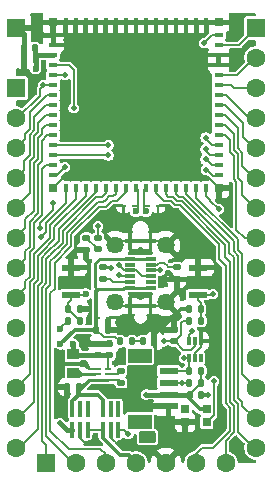
<source format=gbr>
%TF.GenerationSoftware,KiCad,Pcbnew,9.0.7-9.0.7~ubuntu22.04.1*%
%TF.CreationDate,2026-02-25T11:11:37-07:00*%
%TF.ProjectId,ESP32-S3-MINI-1U_UU,45535033-322d-4533-932d-4d494e492d31,rev?*%
%TF.SameCoordinates,Original*%
%TF.FileFunction,Copper,L1,Top*%
%TF.FilePolarity,Positive*%
%FSLAX46Y46*%
G04 Gerber Fmt 4.6, Leading zero omitted, Abs format (unit mm)*
G04 Created by KiCad (PCBNEW 9.0.7-9.0.7~ubuntu22.04.1) date 2026-02-25 11:11:37*
%MOMM*%
%LPD*%
G01*
G04 APERTURE LIST*
G04 Aperture macros list*
%AMRoundRect*
0 Rectangle with rounded corners*
0 $1 Rounding radius*
0 $2 $3 $4 $5 $6 $7 $8 $9 X,Y pos of 4 corners*
0 Add a 4 corners polygon primitive as box body*
4,1,4,$2,$3,$4,$5,$6,$7,$8,$9,$2,$3,0*
0 Add four circle primitives for the rounded corners*
1,1,$1+$1,$2,$3*
1,1,$1+$1,$4,$5*
1,1,$1+$1,$6,$7*
1,1,$1+$1,$8,$9*
0 Add four rect primitives between the rounded corners*
20,1,$1+$1,$2,$3,$4,$5,0*
20,1,$1+$1,$4,$5,$6,$7,0*
20,1,$1+$1,$6,$7,$8,$9,0*
20,1,$1+$1,$8,$9,$2,$3,0*%
%AMOutline5P*
0 Free polygon, 5 corners , with rotation*
0 The origin of the aperture is its center*
0 number of corners: always 5*
0 $1 to $10 corner X, Y*
0 $11 Rotation angle, in degrees counterclockwise*
0 create outline with 5 corners*
4,1,5,$1,$2,$3,$4,$5,$6,$7,$8,$9,$10,$1,$2,$11*%
%AMOutline6P*
0 Free polygon, 6 corners , with rotation*
0 The origin of the aperture is its center*
0 number of corners: always 6*
0 $1 to $12 corner X, Y*
0 $13 Rotation angle, in degrees counterclockwise*
0 create outline with 6 corners*
4,1,6,$1,$2,$3,$4,$5,$6,$7,$8,$9,$10,$11,$12,$1,$2,$13*%
%AMOutline7P*
0 Free polygon, 7 corners , with rotation*
0 The origin of the aperture is its center*
0 number of corners: always 7*
0 $1 to $14 corner X, Y*
0 $15 Rotation angle, in degrees counterclockwise*
0 create outline with 7 corners*
4,1,7,$1,$2,$3,$4,$5,$6,$7,$8,$9,$10,$11,$12,$13,$14,$1,$2,$15*%
%AMOutline8P*
0 Free polygon, 8 corners , with rotation*
0 The origin of the aperture is its center*
0 number of corners: always 8*
0 $1 to $16 corner X, Y*
0 $17 Rotation angle, in degrees counterclockwise*
0 create outline with 8 corners*
4,1,8,$1,$2,$3,$4,$5,$6,$7,$8,$9,$10,$11,$12,$13,$14,$15,$16,$1,$2,$17*%
G04 Aperture macros list end*
%TA.AperFunction,SMDPad,CuDef*%
%ADD10RoundRect,0.140000X-0.140000X-0.170000X0.140000X-0.170000X0.140000X0.170000X-0.140000X0.170000X0*%
%TD*%
%TA.AperFunction,SMDPad,CuDef*%
%ADD11RoundRect,0.135000X0.135000X0.185000X-0.135000X0.185000X-0.135000X-0.185000X0.135000X-0.185000X0*%
%TD*%
%TA.AperFunction,ComponentPad*%
%ADD12R,1.600000X1.600000*%
%TD*%
%TA.AperFunction,ComponentPad*%
%ADD13C,1.600000*%
%TD*%
%TA.AperFunction,SMDPad,CuDef*%
%ADD14RoundRect,0.062500X-0.117500X-0.062500X0.117500X-0.062500X0.117500X0.062500X-0.117500X0.062500X0*%
%TD*%
%TA.AperFunction,SMDPad,CuDef*%
%ADD15RoundRect,0.062500X0.117500X0.062500X-0.117500X0.062500X-0.117500X-0.062500X0.117500X-0.062500X0*%
%TD*%
%TA.AperFunction,SMDPad,CuDef*%
%ADD16R,1.000000X0.900000*%
%TD*%
%TA.AperFunction,SMDPad,CuDef*%
%ADD17RoundRect,0.140000X0.140000X0.170000X-0.140000X0.170000X-0.140000X-0.170000X0.140000X-0.170000X0*%
%TD*%
%TA.AperFunction,SMDPad,CuDef*%
%ADD18R,0.700000X0.700000*%
%TD*%
%TA.AperFunction,SMDPad,CuDef*%
%ADD19RoundRect,0.147500X0.147500X0.172500X-0.147500X0.172500X-0.147500X-0.172500X0.147500X-0.172500X0*%
%TD*%
%TA.AperFunction,SMDPad,CuDef*%
%ADD20RoundRect,0.135000X-0.185000X0.135000X-0.185000X-0.135000X0.185000X-0.135000X0.185000X0.135000X0*%
%TD*%
%TA.AperFunction,SMDPad,CuDef*%
%ADD21RoundRect,0.147500X0.172500X-0.147500X0.172500X0.147500X-0.172500X0.147500X-0.172500X-0.147500X0*%
%TD*%
%TA.AperFunction,SMDPad,CuDef*%
%ADD22RoundRect,0.135000X-0.135000X-0.185000X0.135000X-0.185000X0.135000X0.185000X-0.135000X0.185000X0*%
%TD*%
%TA.AperFunction,SMDPad,CuDef*%
%ADD23R,1.550000X0.600000*%
%TD*%
%TA.AperFunction,SMDPad,CuDef*%
%ADD24R,2.000000X1.200000*%
%TD*%
%TA.AperFunction,SMDPad,CuDef*%
%ADD25RoundRect,0.140000X0.170000X-0.140000X0.170000X0.140000X-0.170000X0.140000X-0.170000X-0.140000X0*%
%TD*%
%TA.AperFunction,SMDPad,CuDef*%
%ADD26RoundRect,0.135000X0.185000X-0.135000X0.185000X0.135000X-0.185000X0.135000X-0.185000X-0.135000X0*%
%TD*%
%TA.AperFunction,SMDPad,CuDef*%
%ADD27R,0.800000X0.400000*%
%TD*%
%TA.AperFunction,SMDPad,CuDef*%
%ADD28R,0.400000X0.800000*%
%TD*%
%TA.AperFunction,HeatsinkPad*%
%ADD29Outline5P,-0.600000X0.204000X-0.204000X0.600000X0.600000X0.600000X0.600000X-0.600000X-0.600000X-0.600000X0.000000*%
%TD*%
%TA.AperFunction,HeatsinkPad*%
%ADD30R,1.200000X1.200000*%
%TD*%
%TA.AperFunction,SMDPad,CuDef*%
%ADD31R,0.800000X0.800000*%
%TD*%
%TA.AperFunction,SMDPad,CuDef*%
%ADD32RoundRect,0.100000X0.100000X-0.562500X0.100000X0.562500X-0.100000X0.562500X-0.100000X-0.562500X0*%
%TD*%
%TA.AperFunction,SMDPad,CuDef*%
%ADD33R,1.650000X0.500000*%
%TD*%
%TA.AperFunction,SMDPad,CuDef*%
%ADD34RoundRect,0.087500X0.087500X-0.250000X0.087500X0.250000X-0.087500X0.250000X-0.087500X-0.250000X0*%
%TD*%
%TA.AperFunction,SMDPad,CuDef*%
%ADD35R,0.870000X0.300000*%
%TD*%
%TA.AperFunction,ComponentPad*%
%ADD36C,1.460000*%
%TD*%
%TA.AperFunction,SMDPad,CuDef*%
%ADD37R,0.600000X0.250000*%
%TD*%
%TA.AperFunction,SMDPad,CuDef*%
%ADD38R,1.000000X0.200000*%
%TD*%
%TA.AperFunction,ViaPad*%
%ADD39C,0.500000*%
%TD*%
%TA.AperFunction,ViaPad*%
%ADD40C,0.600000*%
%TD*%
%TA.AperFunction,Conductor*%
%ADD41C,0.300000*%
%TD*%
%TA.AperFunction,Conductor*%
%ADD42C,0.150000*%
%TD*%
%TA.AperFunction,Conductor*%
%ADD43C,0.400000*%
%TD*%
%TA.AperFunction,Conductor*%
%ADD44C,0.200000*%
%TD*%
%TA.AperFunction,Conductor*%
%ADD45C,0.250000*%
%TD*%
G04 APERTURE END LIST*
D10*
%TO.P,C11,1*%
%TO.N,3V3*%
X186940000Y-145300000D03*
%TO.P,C11,2*%
%TO.N,GND*%
X187900000Y-145300000D03*
%TD*%
D11*
%TO.P,R14,1*%
%TO.N,3V3*%
X187910000Y-143300000D03*
%TO.P,R14,2*%
%TO.N,SCL*%
X186890000Y-143300000D03*
%TD*%
D12*
%TO.P,J1,1,1*%
%TO.N,IO16*%
X174780000Y-151100000D03*
D13*
%TO.P,J1,2,2*%
%TO.N,IO17*%
X177320000Y-151100000D03*
%TO.P,J1,3,3*%
%TO.N,IO18*%
X179860000Y-151100000D03*
%TO.P,J1,4,4*%
%TO.N,5V*%
X182400000Y-151100000D03*
%TO.P,J1,5,5*%
%TO.N,GND*%
X184940000Y-151100000D03*
%TO.P,J1,6,6*%
%TO.N,IO21*%
X187480000Y-151100000D03*
%TO.P,J1,7,7*%
%TO.N,IO26*%
X190020000Y-151100000D03*
%TD*%
D14*
%TO.P,D7,1,A1*%
%TO.N,GND*%
X184270000Y-129300000D03*
%TO.P,D7,2,A2*%
%TO.N,D+*%
X183430000Y-129300000D03*
%TD*%
D15*
%TO.P,D8,1,A1*%
%TO.N,GND*%
X181380000Y-129300000D03*
%TO.P,D8,2,A2*%
%TO.N,D-*%
X182220000Y-129300000D03*
%TD*%
D16*
%TO.P,L1,1,1*%
%TO.N,Net-(IC1-SW)*%
X177060000Y-143500000D03*
%TO.P,L1,2,2*%
%TO.N,3V3*%
X177060000Y-141900000D03*
%TD*%
D17*
%TO.P,C12,1*%
%TO.N,Net-(S2-NO)*%
X187880000Y-138050000D03*
%TO.P,C12,2*%
%TO.N,GND*%
X186920000Y-138050000D03*
%TD*%
D18*
%TO.P,D6,1,DOUT*%
%TO.N,unconnected-(D6-DOUT-Pad1)*%
X186570000Y-146565000D03*
%TO.P,D6,2,VSS*%
%TO.N,GND*%
X186570000Y-147665000D03*
%TO.P,D6,3,DIN*%
%TO.N,RGB*%
X188400000Y-147665000D03*
%TO.P,D6,4,VDD*%
%TO.N,3V3*%
X188400000Y-146565000D03*
%TD*%
D17*
%TO.P,C5,1*%
%TO.N,VSYS*%
X177540000Y-144700000D03*
%TO.P,C5,2*%
%TO.N,GND*%
X176580000Y-144700000D03*
%TD*%
D19*
%TO.P,D4,1,K*%
%TO.N,GND*%
X183945000Y-140800000D03*
%TO.P,D4,2,A*%
%TO.N,Net-(D4-A)*%
X182975000Y-140800000D03*
%TD*%
D20*
%TO.P,R4,1*%
%TO.N,Net-(J2-CC2)*%
X185850000Y-134540000D03*
%TO.P,R4,2*%
%TO.N,GND*%
X185850000Y-135560000D03*
%TD*%
D12*
%TO.P,J6,1,1*%
%TO.N,IO46*%
X192560000Y-114260000D03*
D13*
%TO.P,J6,2,2*%
%TO.N,IO45*%
X192560000Y-116800000D03*
%TO.P,J6,3,3*%
%TO.N,RX*%
X192560000Y-119340000D03*
%TO.P,J6,4,4*%
%TO.N,TX*%
X192560000Y-121880000D03*
%TO.P,J6,5,5*%
%TO.N,MTMS*%
X192560000Y-124420000D03*
%TO.P,J6,6,6*%
%TO.N,MTDI*%
X192560000Y-126960000D03*
%TO.P,J6,7,7*%
%TO.N,MTDO*%
X192560000Y-129500000D03*
%TO.P,J6,8,8*%
%TO.N,MTCK*%
X192560000Y-132040000D03*
%TO.P,J6,9,9*%
%TO.N,IO38*%
X192560000Y-134580000D03*
%TO.P,J6,10,10*%
%TO.N,IO37*%
X192560000Y-137120000D03*
%TO.P,J6,11,11*%
%TO.N,IO36*%
X192560000Y-139660000D03*
%TO.P,J6,12,12*%
%TO.N,IO35*%
X192560000Y-142200000D03*
%TO.P,J6,13,13*%
%TO.N,IO34*%
X192560000Y-144740000D03*
%TO.P,J6,14,14*%
%TO.N,IO33*%
X192560000Y-147280000D03*
%TO.P,J6,15,15*%
%TO.N,IO47*%
X192560000Y-149820000D03*
%TD*%
D12*
%TO.P,J5,1,1*%
%TO.N,3V3*%
X172240000Y-119360000D03*
D13*
%TO.P,J5,2,2*%
%TO.N,LED*%
X172240000Y-121900000D03*
%TO.P,J5,3,3*%
%TO.N,IO3*%
X172240000Y-124440000D03*
%TO.P,J5,4,4*%
%TO.N,IO4*%
X172240000Y-126980000D03*
%TO.P,J5,5,5*%
%TO.N,IO5*%
X172240000Y-129520000D03*
%TO.P,J5,6,6*%
%TO.N,IO6*%
X172240000Y-132060000D03*
%TO.P,J5,7,7*%
%TO.N,IO7*%
X172240000Y-134600000D03*
%TO.P,J5,8,8*%
%TO.N,IO10*%
X172240000Y-137140000D03*
%TO.P,J5,9,9*%
%TO.N,IO11*%
X172240000Y-139680000D03*
%TO.P,J5,10,10*%
%TO.N,IO12*%
X172240000Y-142220000D03*
%TO.P,J5,11,11*%
%TO.N,IO13*%
X172240000Y-144760000D03*
%TO.P,J5,12,12*%
%TO.N,IO14*%
X172240000Y-147300000D03*
%TO.P,J5,13,13*%
%TO.N,IO15*%
X172240000Y-149840000D03*
%TD*%
D21*
%TO.P,D5,1,K*%
%TO.N,Net-(D5-K)*%
X179200000Y-133020000D03*
%TO.P,D5,2,A*%
%TO.N,LED*%
X179200000Y-132050000D03*
%TD*%
D20*
%TO.P,R12,1*%
%TO.N,Net-(D5-K)*%
X178200000Y-132050000D03*
%TO.P,R12,2*%
%TO.N,GND*%
X178200000Y-133070000D03*
%TD*%
D22*
%TO.P,R13,1*%
%TO.N,3V3*%
X176640000Y-139050000D03*
%TO.P,R13,2*%
%TO.N,Net-(S1-NO)*%
X177660000Y-139050000D03*
%TD*%
D10*
%TO.P,C9,1*%
%TO.N,V_USB*%
X179060000Y-139800000D03*
%TO.P,C9,2*%
%TO.N,GND*%
X180020000Y-139800000D03*
%TD*%
D23*
%TO.P,J3,1,Pin_1*%
%TO.N,GND*%
X185161000Y-146300000D03*
%TO.P,J3,2,Pin_2*%
%TO.N,3V3*%
X185161000Y-145300000D03*
%TO.P,J3,3,Pin_3*%
%TO.N,SDA*%
X185161000Y-144300000D03*
%TO.P,J3,4,Pin_4*%
%TO.N,SCL*%
X185161000Y-143300000D03*
D24*
%TO.P,J3,NC1,NC*%
%TO.N,unconnected-(J3-NC-PadNC1)*%
X182736000Y-147600000D03*
%TO.P,J3,NC2,NC*%
%TO.N,unconnected-(J3-NC-PadNC2)*%
X182736000Y-142000000D03*
%TD*%
D25*
%TO.P,C14,1*%
%TO.N,3V3*%
X185600000Y-140760000D03*
%TO.P,C14,2*%
%TO.N,GND*%
X185600000Y-139800000D03*
%TD*%
D11*
%TO.P,R16,1*%
%TO.N,3V3*%
X187910000Y-144300000D03*
%TO.P,R16,2*%
%TO.N,SDA*%
X186890000Y-144300000D03*
%TD*%
D26*
%TO.P,R5,1*%
%TO.N,Net-(J2-CC1)*%
X179650000Y-135560000D03*
%TO.P,R5,2*%
%TO.N,GND*%
X179650000Y-134540000D03*
%TD*%
D14*
%TO.P,D1,1,A1*%
%TO.N,GND*%
X180035000Y-138800000D03*
%TO.P,D1,2,A2*%
%TO.N,V_USB*%
X179195000Y-138800000D03*
%TD*%
D27*
%TO.P,U1,1,GND*%
%TO.N,GND*%
X175400000Y-114850000D03*
%TO.P,U1,2,GND*%
X175400000Y-115700000D03*
%TO.P,U1,3,3V3*%
%TO.N,3V3*%
X175400000Y-116550000D03*
%TO.P,U1,4,IO0*%
%TO.N,Net-(S1-NO)*%
X175400000Y-117400000D03*
%TO.P,U1,5,IO1*%
%TO.N,IO1*%
X175400000Y-118250000D03*
%TO.P,U1,6,IO2*%
%TO.N,LED*%
X175400000Y-119100000D03*
%TO.P,U1,7,IO3*%
%TO.N,IO3*%
X175400000Y-119950000D03*
%TO.P,U1,8,IO4*%
%TO.N,IO4*%
X175400000Y-120800000D03*
%TO.P,U1,9,IO5*%
%TO.N,IO5*%
X175400000Y-121650000D03*
%TO.P,U1,10,IO6*%
%TO.N,IO6*%
X175400000Y-122500000D03*
%TO.P,U1,11,IO7*%
%TO.N,IO7*%
X175400000Y-123350000D03*
%TO.P,U1,12,IO8*%
%TO.N,SDA*%
X175400000Y-124200000D03*
%TO.P,U1,13,IO9*%
%TO.N,SCL*%
X175400000Y-125050000D03*
%TO.P,U1,14,IO10*%
%TO.N,IO10*%
X175400000Y-125900000D03*
%TO.P,U1,15,IO11*%
%TO.N,IO11*%
X175400000Y-126750000D03*
D28*
%TO.P,U1,16,IO12*%
%TO.N,IO12*%
X176450000Y-127800000D03*
%TO.P,U1,17,IO13*%
%TO.N,IO13*%
X177300000Y-127800000D03*
%TO.P,U1,18,IO14*%
%TO.N,IO14*%
X178150000Y-127800000D03*
%TO.P,U1,19,IO15*%
%TO.N,IO15*%
X179000000Y-127800000D03*
%TO.P,U1,20,IO16*%
%TO.N,IO16*%
X179850000Y-127800000D03*
%TO.P,U1,21,IO17*%
%TO.N,IO17*%
X180700000Y-127800000D03*
%TO.P,U1,22,IO18*%
%TO.N,IO18*%
X181550000Y-127800000D03*
%TO.P,U1,23,USB_D-*%
%TO.N,D-*%
X182400000Y-127800000D03*
%TO.P,U1,24,USB_D+*%
%TO.N,D+*%
X183250000Y-127800000D03*
%TO.P,U1,25,IO21*%
%TO.N,IO21*%
X184100000Y-127800000D03*
%TO.P,U1,26,IO26*%
%TO.N,IO26*%
X184950000Y-127800000D03*
%TO.P,U1,27,IO47*%
%TO.N,IO47*%
X185800000Y-127800000D03*
%TO.P,U1,28,IO33*%
%TO.N,IO33*%
X186650000Y-127800000D03*
%TO.P,U1,29,IO34*%
%TO.N,IO34*%
X187500000Y-127800000D03*
%TO.P,U1,30,IO48*%
%TO.N,RGB*%
X188350000Y-127800000D03*
D27*
%TO.P,U1,31,IO35*%
%TO.N,IO35*%
X189400000Y-126750000D03*
%TO.P,U1,32,IO36*%
%TO.N,IO36*%
X189400000Y-125900000D03*
%TO.P,U1,33,IO37*%
%TO.N,IO37*%
X189400000Y-125050000D03*
%TO.P,U1,34,IO38*%
%TO.N,IO38*%
X189400000Y-124200000D03*
%TO.P,U1,35,IO39*%
%TO.N,MTCK*%
X189400000Y-123350000D03*
%TO.P,U1,36,IO40*%
%TO.N,MTDO*%
X189400000Y-122500000D03*
%TO.P,U1,37,IO41*%
%TO.N,MTDI*%
X189400000Y-121650000D03*
%TO.P,U1,38,IO42*%
%TO.N,MTMS*%
X189400000Y-120800000D03*
%TO.P,U1,39,TXD0*%
%TO.N,TX*%
X189400000Y-119950000D03*
%TO.P,U1,40,RXD0*%
%TO.N,RX*%
X189400000Y-119100000D03*
%TO.P,U1,41,IO45*%
%TO.N,IO45*%
X189400000Y-118250000D03*
%TO.P,U1,42,GND*%
%TO.N,GND*%
X189400000Y-117400000D03*
%TO.P,U1,43,GND*%
X189400000Y-116550000D03*
%TO.P,U1,44,IO46*%
%TO.N,IO46*%
X189400000Y-115700000D03*
%TO.P,U1,45,EN*%
%TO.N,Net-(S2-NO)*%
X189400000Y-114850000D03*
D28*
%TO.P,U1,46,GND*%
%TO.N,GND*%
X188350000Y-113800000D03*
%TO.P,U1,47,GND*%
X187500000Y-113800000D03*
%TO.P,U1,48,GND*%
X186650000Y-113800000D03*
%TO.P,U1,49,GND*%
X185800000Y-113800000D03*
%TO.P,U1,50,GND*%
X184950000Y-113800000D03*
%TO.P,U1,51,GND*%
X184100000Y-113800000D03*
%TO.P,U1,52,GND*%
X183250000Y-113800000D03*
%TO.P,U1,53,GND*%
X182400000Y-113800000D03*
%TO.P,U1,54,GND*%
X181550000Y-113800000D03*
%TO.P,U1,55,GND*%
X180700000Y-113800000D03*
%TO.P,U1,56,GND*%
X179850000Y-113800000D03*
%TO.P,U1,57,GND*%
X179000000Y-113800000D03*
%TO.P,U1,58,GND*%
X178150000Y-113800000D03*
%TO.P,U1,59,GND*%
X177300000Y-113800000D03*
%TO.P,U1,60,GND*%
X176450000Y-113800000D03*
D29*
%TO.P,U1,61,GND*%
X180750000Y-119150000D03*
D30*
X180750000Y-120800000D03*
X180750000Y-122450000D03*
X182400000Y-119150000D03*
X182400000Y-120800000D03*
X182400000Y-122450000D03*
X184050000Y-119150000D03*
X184050000Y-120800000D03*
X184050000Y-122450000D03*
D31*
%TO.P,U1,62,GND*%
X175400000Y-113800000D03*
%TO.P,U1,63,GND*%
X175400000Y-127800000D03*
%TO.P,U1,64,GND*%
X189400000Y-127800000D03*
%TO.P,U1,65,GND*%
X189400000Y-113800000D03*
%TD*%
D17*
%TO.P,C4,1*%
%TO.N,3V3*%
X173900000Y-117000000D03*
%TO.P,C4,2*%
%TO.N,GND*%
X172940000Y-117000000D03*
%TD*%
D20*
%TO.P,R1,1*%
%TO.N,Net-(IC1-PG)*%
X181160000Y-143290000D03*
%TO.P,R1,2*%
%TO.N,VSYS*%
X181160000Y-144310000D03*
%TD*%
D32*
%TO.P,U3,1,VIN*%
%TO.N,5V*%
X179610000Y-148287500D03*
%TO.P,U3,2,GND*%
%TO.N,GND*%
X180260000Y-148287500D03*
%TO.P,U3,3,~{CE}*%
%TO.N,V_USB*%
X180910000Y-148287500D03*
%TO.P,U3,4,NC*%
%TO.N,unconnected-(U3-NC-Pad4)*%
X180910000Y-146512500D03*
%TO.P,U3,5,ST*%
%TO.N,unconnected-(U3-ST-Pad5)*%
X180260000Y-146512500D03*
%TO.P,U3,6,VOUT*%
%TO.N,VSYS*%
X179610000Y-146512500D03*
%TD*%
D25*
%TO.P,C1,1*%
%TO.N,3V3*%
X179160000Y-141980000D03*
%TO.P,C1,2*%
%TO.N,GND*%
X179160000Y-141020000D03*
%TD*%
D32*
%TO.P,U2,1,VIN*%
%TO.N,V_USB*%
X177010000Y-148287500D03*
%TO.P,U2,2,GND*%
%TO.N,GND*%
X177660000Y-148287500D03*
%TO.P,U2,3,~{CE}*%
%TO.N,5V*%
X178310000Y-148287500D03*
%TO.P,U2,4,NC*%
%TO.N,unconnected-(U2-NC-Pad4)*%
X178310000Y-146512500D03*
%TO.P,U2,5,ST*%
%TO.N,unconnected-(U2-ST-Pad5)*%
X177660000Y-146512500D03*
%TO.P,U2,6,VOUT*%
%TO.N,VSYS*%
X177010000Y-146512500D03*
%TD*%
D33*
%TO.P,S1,1,COM*%
%TO.N,GND*%
X176900000Y-134550000D03*
%TO.P,S1,2,NO*%
%TO.N,Net-(S1-NO)*%
X176900000Y-136850000D03*
%TD*%
D10*
%TO.P,C10,1*%
%TO.N,Net-(S1-NO)*%
X176670000Y-138050000D03*
%TO.P,C10,2*%
%TO.N,GND*%
X177630000Y-138050000D03*
%TD*%
D22*
%TO.P,R11,1*%
%TO.N,V_USB*%
X181040000Y-140800000D03*
%TO.P,R11,2*%
%TO.N,Net-(D4-A)*%
X182060000Y-140800000D03*
%TD*%
D34*
%TO.P,U4,1,SCL*%
%TO.N,SCL*%
X186900000Y-142212500D03*
%TO.P,U4,2,GND*%
%TO.N,GND*%
X187400000Y-142212500D03*
%TO.P,U4,3,ALERT*%
%TO.N,unconnected-(U4-ALERT-Pad3)*%
X187900000Y-142212500D03*
%TO.P,U4,4,ADD0*%
%TO.N,GND*%
X187900000Y-140787500D03*
%TO.P,U4,5,V+*%
%TO.N,3V3*%
X187400000Y-140787500D03*
%TO.P,U4,6,SDA*%
%TO.N,SDA*%
X186900000Y-140787500D03*
%TD*%
D22*
%TO.P,R17,1*%
%TO.N,3V3*%
X186890000Y-139050000D03*
%TO.P,R17,2*%
%TO.N,Net-(S2-NO)*%
X187910000Y-139050000D03*
%TD*%
D12*
%TO.P,J4,1,1*%
%TO.N,GND*%
X172240000Y-114270000D03*
%TD*%
D17*
%TO.P,C3,1*%
%TO.N,3V3*%
X173880000Y-116000000D03*
%TO.P,C3,2*%
%TO.N,GND*%
X172920000Y-116000000D03*
%TD*%
D25*
%TO.P,C2,1*%
%TO.N,3V3*%
X180160000Y-141980000D03*
%TO.P,C2,2*%
%TO.N,GND*%
X180160000Y-141020000D03*
%TD*%
D35*
%TO.P,J2,A1,GND_1*%
%TO.N,GND*%
X181920000Y-137800000D03*
%TO.P,J2,A4,VBUS_1*%
%TO.N,V_USB*%
X181920000Y-136300000D03*
%TO.P,J2,A5,CC1*%
%TO.N,Net-(J2-CC1)*%
X181920000Y-135800000D03*
%TO.P,J2,A6,DP1*%
%TO.N,D+*%
X181920000Y-135300000D03*
%TO.P,J2,A7,DN1*%
%TO.N,D-*%
X181920000Y-134800000D03*
%TO.P,J2,A8,SBU1*%
%TO.N,unconnected-(J2-SBU1-PadA8)*%
X181920000Y-134300000D03*
%TO.P,J2,A9,VBUS_2*%
%TO.N,V_USB*%
X181920000Y-133800000D03*
%TO.P,J2,A12,GND_2*%
%TO.N,GND*%
X181920000Y-132300000D03*
%TO.P,J2,B1,GND_3*%
X183650000Y-132300000D03*
%TO.P,J2,B4,VBUS_3*%
%TO.N,V_USB*%
X183650000Y-133800000D03*
%TO.P,J2,B5,CC2*%
%TO.N,Net-(J2-CC2)*%
X183650000Y-134300000D03*
%TO.P,J2,B6,DP2*%
%TO.N,D+*%
X183650000Y-134800000D03*
%TO.P,J2,B7,DN2*%
%TO.N,D-*%
X183650000Y-135300000D03*
%TO.P,J2,B8,SBU2*%
%TO.N,unconnected-(J2-SBU2-PadB8)*%
X183650000Y-135800000D03*
%TO.P,J2,B9,VBUS_4*%
%TO.N,V_USB*%
X183650000Y-136300000D03*
%TO.P,J2,B12,GND_4*%
%TO.N,GND*%
X183650000Y-137800000D03*
D36*
%TO.P,J2,MH1,MH1*%
X180635000Y-137450000D03*
%TO.P,J2,MH2,MH2*%
X180635000Y-132650000D03*
%TO.P,J2,MH3,MH3*%
X184935000Y-132650000D03*
%TO.P,J2,MH4,MH4*%
X184935000Y-137450000D03*
%TD*%
D33*
%TO.P,S2,1,COM*%
%TO.N,GND*%
X187650000Y-134550000D03*
%TO.P,S2,2,NO*%
%TO.N,Net-(S2-NO)*%
X187650000Y-136850000D03*
%TD*%
D37*
%TO.P,IC1,1,EN*%
%TO.N,VSYS*%
X180060000Y-144100000D03*
%TO.P,IC1,2,PG*%
%TO.N,Net-(IC1-PG)*%
X180060000Y-143600000D03*
%TO.P,IC1,3,FB*%
%TO.N,3V3*%
X180060000Y-143100000D03*
D38*
%TO.P,IC1,4,GND*%
%TO.N,GND*%
X178960000Y-143100000D03*
%TO.P,IC1,5,SW*%
%TO.N,Net-(IC1-SW)*%
X178960000Y-143600000D03*
%TO.P,IC1,6,VIN*%
%TO.N,VSYS*%
X178960000Y-144100000D03*
%TD*%
D39*
%TO.N,GND*%
X180960000Y-125600000D03*
X176610000Y-145250000D03*
D40*
X178060000Y-142750000D03*
D39*
X188585000Y-132600000D03*
X183260000Y-144300000D03*
X184660000Y-142100000D03*
X189338768Y-143078768D03*
X176400000Y-116700000D03*
X186900000Y-115600000D03*
X186560000Y-149200000D03*
D40*
X180660000Y-139800000D03*
D39*
X190960000Y-149700000D03*
X178400000Y-138050000D03*
X179160000Y-126800000D03*
X179260000Y-123600000D03*
X189260000Y-137700000D03*
X184950000Y-130800000D03*
X190500000Y-113800000D03*
D40*
X184660000Y-139800000D03*
D39*
X178960000Y-149200000D03*
X185265857Y-135106111D03*
D40*
X181160000Y-141900000D03*
D39*
X177960000Y-140700000D03*
X190600000Y-117600000D03*
X176400000Y-123300000D03*
X186500000Y-126100000D03*
X180275535Y-134562351D03*
X189822000Y-147800000D03*
X189400000Y-128775000D03*
X182785000Y-133050000D03*
X176460000Y-126800000D03*
X182785000Y-137050000D03*
X177110000Y-133350000D03*
X180650000Y-130800000D03*
D40*
X188300000Y-122700000D03*
D39*
X188501000Y-145300000D03*
X185858768Y-141701232D03*
%TO.N,IO1*%
X176400000Y-118250000D03*
X183360000Y-148900000D03*
%TO.N,IO36*%
X188300000Y-125381823D03*
%TO.N,IO35*%
X188347135Y-126254671D03*
%TO.N,LED*%
X179200000Y-131040000D03*
X174560000Y-119100000D03*
%TO.N,IO37*%
X188300000Y-124550000D03*
%TO.N,3V3*%
X183260000Y-145300000D03*
X184735000Y-140800000D03*
D40*
X176000000Y-139775000D03*
X177075000Y-141050000D03*
X173900000Y-117700000D03*
D39*
%TO.N,SCL*%
X180060000Y-125050000D03*
X186460000Y-142212500D03*
%TO.N,SDA*%
X180060000Y-124200000D03*
X187188255Y-139963204D03*
X186300000Y-144300000D03*
%TO.N,D+*%
X184450000Y-134800000D03*
D40*
X183250000Y-129800000D03*
D39*
X180950000Y-135150000D03*
%TO.N,RGB*%
X189400000Y-129600000D03*
X189010000Y-144150000D03*
D40*
%TO.N,D-*%
X182400000Y-129800000D03*
D39*
X180950000Y-134375000D03*
D40*
%TO.N,Net-(S1-NO)*%
X178150000Y-136800000D03*
D39*
X177125000Y-121050000D03*
%TO.N,Net-(S2-NO)*%
X188200000Y-115550000D03*
X188900000Y-136800000D03*
%TO.N,IO12*%
X174349914Y-132000000D03*
%TO.N,IO11*%
X175400000Y-129050000D03*
X176400000Y-126050000D03*
X174276000Y-131200000D03*
%TO.N,IO38*%
X188300000Y-123550000D03*
%TO.N,V_USB*%
X175960000Y-147700000D03*
X181760000Y-148650002D03*
D40*
X176000000Y-141000000D03*
%TD*%
D41*
%TO.N,GND*%
X176580000Y-144700000D02*
X175760000Y-144700000D01*
D42*
X187400000Y-141800000D02*
X187900000Y-141300000D01*
D41*
X178360000Y-140700000D02*
X178680000Y-141020000D01*
D43*
X172920000Y-116980000D02*
X172940000Y-117000000D01*
X174400000Y-113800000D02*
X175400000Y-113800000D01*
D44*
X181920000Y-132300000D02*
X180985000Y-132300000D01*
X181920000Y-137800000D02*
X180985000Y-137800000D01*
D42*
X185200000Y-149700000D02*
X181010001Y-149700000D01*
D43*
X174510000Y-114850000D02*
X173930000Y-114270000D01*
D44*
X177660000Y-138080000D02*
X177630000Y-138050000D01*
X178960000Y-143100000D02*
X178410000Y-143100000D01*
D41*
X185265857Y-135106111D02*
X185719746Y-135560000D01*
D44*
X178400000Y-138050000D02*
X177630000Y-138050000D01*
D42*
X177660000Y-148949999D02*
X177660000Y-148287500D01*
D44*
X176400000Y-126800000D02*
X175400000Y-127800000D01*
X185161000Y-146300000D02*
X185161000Y-149661000D01*
X178410000Y-143100000D02*
X178060000Y-142750000D01*
X183650000Y-133000000D02*
X183650000Y-132300000D01*
D41*
X176580000Y-145220000D02*
X176610000Y-145250000D01*
D43*
X172920000Y-116000000D02*
X172920000Y-114739000D01*
D41*
X175760000Y-144700000D02*
X175660000Y-144600000D01*
D44*
X183550000Y-137050000D02*
X183650000Y-137150000D01*
X185161000Y-149661000D02*
X185200000Y-149700000D01*
X183650000Y-137800000D02*
X184585000Y-137800000D01*
D41*
X175660000Y-143150000D02*
X176060000Y-142750000D01*
D42*
X186500000Y-126100000D02*
X187300000Y-126900000D01*
D41*
X184660000Y-139800000D02*
X184360000Y-139800000D01*
D44*
X178060000Y-142750000D02*
X178045500Y-142750000D01*
D43*
X172920000Y-116000000D02*
X172920000Y-116980000D01*
D41*
X184660000Y-139600000D02*
X186210000Y-138050000D01*
X186210000Y-138050000D02*
X186920000Y-138050000D01*
D42*
X178860000Y-149300000D02*
X178010001Y-149300000D01*
X186570000Y-149150000D02*
X186570000Y-147665000D01*
D45*
X178010000Y-142700000D02*
X176110000Y-142700000D01*
D44*
X182050000Y-137050000D02*
X182785000Y-137050000D01*
D45*
X178060000Y-142750000D02*
X178010000Y-142700000D01*
D42*
X178960000Y-149200000D02*
X178860000Y-149300000D01*
D45*
X180660000Y-139800000D02*
X180020000Y-139800000D01*
D43*
X172441000Y-114270000D02*
X173930000Y-114270000D01*
X173930000Y-114270000D02*
X174400000Y-113800000D01*
D41*
X176610000Y-145250000D02*
X176510000Y-145250000D01*
D42*
X186560000Y-149200000D02*
X186560000Y-149160000D01*
D44*
X182785000Y-137050000D02*
X183550000Y-137050000D01*
X181920000Y-132300000D02*
X181920000Y-133020000D01*
X184585000Y-132300000D02*
X184935000Y-132650000D01*
X180985000Y-137800000D02*
X180635000Y-137450000D01*
D42*
X177110000Y-133350000D02*
X177390000Y-133070000D01*
D41*
X176580000Y-144700000D02*
X176580000Y-145220000D01*
D44*
X184270000Y-129300000D02*
X184950000Y-129300000D01*
D42*
X178010001Y-149300000D02*
X177660000Y-148949999D01*
X180260000Y-148949999D02*
X180260000Y-148287500D01*
X186060000Y-149700000D02*
X185200000Y-149700000D01*
X187400000Y-142212500D02*
X187400000Y-141800000D01*
D44*
X181920000Y-137180000D02*
X182050000Y-137050000D01*
D43*
X175400000Y-114850000D02*
X174510000Y-114850000D01*
D42*
X176900000Y-133560000D02*
X177110000Y-133350000D01*
D45*
X180035000Y-139785000D02*
X180020000Y-139800000D01*
D41*
X183945000Y-140215000D02*
X183945000Y-140800000D01*
D45*
X180253184Y-134540000D02*
X180275535Y-134562351D01*
D44*
X185724397Y-135560000D02*
X185729945Y-135560000D01*
D42*
X181010001Y-149700000D02*
X180260000Y-148949999D01*
D44*
X184950000Y-129300000D02*
X184950000Y-130800000D01*
D41*
X178680000Y-141020000D02*
X180160000Y-141020000D01*
X184660000Y-139800000D02*
X184660000Y-139600000D01*
D42*
X188500000Y-126900000D02*
X189400000Y-127800000D01*
D44*
X183650000Y-137150000D02*
X183650000Y-137800000D01*
X183600000Y-133050000D02*
X183650000Y-133000000D01*
D41*
X184660000Y-139800000D02*
X185600000Y-139800000D01*
D44*
X180650000Y-129300000D02*
X180650000Y-130800000D01*
X180985000Y-132300000D02*
X180635000Y-132650000D01*
D41*
X184360000Y-139800000D02*
X183945000Y-140215000D01*
X187900000Y-145300000D02*
X188501000Y-145300000D01*
D44*
X181380000Y-129300000D02*
X180650000Y-129300000D01*
D42*
X186560000Y-149160000D02*
X186570000Y-149150000D01*
D44*
X183650000Y-132300000D02*
X184585000Y-132300000D01*
D45*
X180342064Y-134628880D02*
X180275535Y-134562351D01*
D41*
X175660000Y-144600000D02*
X175660000Y-143150000D01*
D44*
X181950000Y-133050000D02*
X182785000Y-133050000D01*
D45*
X180035000Y-138800000D02*
X180035000Y-139785000D01*
X179650000Y-134540000D02*
X180253184Y-134540000D01*
D41*
X176510000Y-145250000D02*
X176580000Y-145180000D01*
D44*
X182785000Y-133050000D02*
X183600000Y-133050000D01*
X181920000Y-137800000D02*
X181920000Y-137180000D01*
D41*
X185719746Y-135560000D02*
X185850000Y-135560000D01*
D42*
X177390000Y-133070000D02*
X178200000Y-133070000D01*
D45*
X176110000Y-142700000D02*
X176060000Y-142750000D01*
D42*
X187300000Y-126900000D02*
X188500000Y-126900000D01*
D45*
X178060000Y-142750000D02*
X178060000Y-142800000D01*
D44*
X178045500Y-142750000D02*
X178009000Y-142713500D01*
D42*
X176900000Y-134550000D02*
X176900000Y-133560000D01*
X186560000Y-149200000D02*
X186060000Y-149700000D01*
D44*
X184585000Y-137800000D02*
X184935000Y-137450000D01*
D41*
X177960000Y-140700000D02*
X178360000Y-140700000D01*
D42*
X187900000Y-141300000D02*
X187900000Y-140787500D01*
D44*
X181920000Y-133020000D02*
X181950000Y-133050000D01*
D41*
%TO.N,VSYS*%
X177540000Y-145299232D02*
X177540000Y-144700000D01*
D45*
X178460000Y-144100000D02*
X178960000Y-144100000D01*
D41*
X177540000Y-145200000D02*
X177640000Y-145300000D01*
D42*
X180950000Y-144100000D02*
X181160000Y-144310000D01*
X180060000Y-144100000D02*
X180950000Y-144100000D01*
D41*
X179160000Y-145300000D02*
X179610000Y-145750000D01*
D45*
X177540000Y-144700000D02*
X177860000Y-144700000D01*
D41*
X177010000Y-146512500D02*
X177010000Y-145829232D01*
X177640000Y-145300000D02*
X179160000Y-145300000D01*
D45*
X177860000Y-144700000D02*
X178460000Y-144100000D01*
X180060000Y-144100000D02*
X178960000Y-144100000D01*
D41*
X177010000Y-145829232D02*
X177540000Y-145299232D01*
X179610000Y-145750000D02*
X179610000Y-146512500D01*
D42*
%TO.N,IO34*%
X191400000Y-143580000D02*
X192484000Y-144664000D01*
X187500000Y-128650000D02*
X191024000Y-132174000D01*
X191024000Y-132174000D02*
X191024000Y-133029306D01*
X191024000Y-133029306D02*
X191400000Y-133405306D01*
X187500000Y-127800000D02*
X187500000Y-128650000D01*
X191400000Y-133405306D02*
X191400000Y-143580000D01*
D44*
%TO.N,IO1*%
X175400000Y-118250000D02*
X176400000Y-118250000D01*
D42*
%TO.N,IO36*%
X189400000Y-125900000D02*
X188818177Y-125900000D01*
X188818177Y-125900000D02*
X188299488Y-125381311D01*
%TO.N,IO35*%
X188347135Y-126254671D02*
X188394270Y-126301806D01*
X189350000Y-126800000D02*
X189400000Y-126750000D01*
X188398194Y-126301806D02*
X188896389Y-126800000D01*
X188896389Y-126800000D02*
X189350000Y-126800000D01*
X188394270Y-126301806D02*
X188398194Y-126301806D01*
%TO.N,LED*%
X174260000Y-119400000D02*
X174260000Y-120000000D01*
D44*
X175400000Y-119100000D02*
X174651299Y-119100000D01*
D42*
X174260000Y-119400000D02*
X174560000Y-119100000D01*
X174260000Y-120000000D02*
X172370000Y-121890000D01*
X179200000Y-132215000D02*
X179200000Y-131040000D01*
X172370000Y-121890000D02*
X172316000Y-121890000D01*
%TO.N,Net-(D5-K)*%
X179170000Y-133020000D02*
X178200000Y-132050000D01*
X179200000Y-133020000D02*
X179170000Y-133020000D01*
%TO.N,IO37*%
X188343192Y-124682552D02*
X188710640Y-125050000D01*
X188710640Y-125050000D02*
X189400000Y-125050000D01*
D41*
%TO.N,3V3*%
X186940000Y-145709999D02*
X186940000Y-145300000D01*
X187795001Y-146565000D02*
X188400000Y-146565000D01*
D43*
X177240000Y-141880000D02*
X177075000Y-141715000D01*
D42*
X186236000Y-140264000D02*
X186236000Y-139214000D01*
D44*
X185630000Y-140800000D02*
X185650000Y-140780000D01*
D43*
X173900000Y-116550000D02*
X173880000Y-116530000D01*
D44*
X186940000Y-145270000D02*
X187910000Y-144300000D01*
D42*
X180060000Y-142080000D02*
X180160000Y-141980000D01*
X187400000Y-141176848D02*
X187400000Y-140787500D01*
X184735000Y-140800000D02*
X185560000Y-140800000D01*
D43*
X177140000Y-141980000D02*
X177060000Y-141900000D01*
D44*
X186940000Y-145300000D02*
X186940000Y-145270000D01*
D42*
X185650000Y-140780000D02*
X185720000Y-140780000D01*
D43*
X183260000Y-145300000D02*
X185161000Y-145300000D01*
D41*
X187795001Y-146565000D02*
X186940000Y-145709999D01*
D42*
X185680000Y-140780000D02*
X186400000Y-141500000D01*
D43*
X173900000Y-117700000D02*
X173900000Y-116550000D01*
D42*
X186400000Y-139050000D02*
X186890000Y-139050000D01*
D43*
X175400000Y-116550000D02*
X173900000Y-116550000D01*
X180160000Y-141980000D02*
X179160000Y-141980000D01*
D42*
X187910000Y-144300000D02*
X187910000Y-143300000D01*
X187076848Y-141500000D02*
X187400000Y-141176848D01*
X185720000Y-140780000D02*
X186236000Y-140264000D01*
D43*
X179160000Y-141980000D02*
X177140000Y-141980000D01*
X173880000Y-116530000D02*
X173880000Y-116000000D01*
X185161000Y-145300000D02*
X186720000Y-145300000D01*
D42*
X176000000Y-139775000D02*
X176000000Y-139690000D01*
X176000000Y-139690000D02*
X176640000Y-139050000D01*
D43*
X177075000Y-141715000D02*
X177075000Y-141050000D01*
D42*
X186236000Y-139214000D02*
X186400000Y-139050000D01*
X185560000Y-140800000D02*
X185600000Y-140760000D01*
D43*
X186720000Y-145300000D02*
X186820000Y-145400000D01*
D42*
X186400000Y-141500000D02*
X187076848Y-141500000D01*
X185650000Y-140780000D02*
X185680000Y-140780000D01*
X180060000Y-143100000D02*
X180060000Y-142080000D01*
%TO.N,Net-(IC1-PG)*%
X180850000Y-143600000D02*
X181160000Y-143290000D01*
X180060000Y-143600000D02*
X180850000Y-143600000D01*
%TO.N,Net-(J2-CC1)*%
X180470412Y-135800000D02*
X180230412Y-135560000D01*
X180230412Y-135560000D02*
X179650000Y-135560000D01*
X181920000Y-135800000D02*
X180470412Y-135800000D01*
%TO.N,Net-(J2-CC2)*%
X185126000Y-134463951D02*
X185429789Y-134463951D01*
X185465838Y-134500000D02*
X185745000Y-134500000D01*
X185429789Y-134463951D02*
X185465838Y-134500000D01*
X183650000Y-134300000D02*
X184206123Y-134300000D01*
X184206123Y-134300000D02*
X184382123Y-134124000D01*
X185126000Y-134432123D02*
X185126000Y-134463951D01*
X184382123Y-134124000D02*
X184817877Y-134124000D01*
X185745000Y-134500000D02*
X185785000Y-134540000D01*
X184817877Y-134124000D02*
X185126000Y-134432123D01*
%TO.N,SCL*%
X175400000Y-125050000D02*
X180060000Y-125050000D01*
D44*
X186890000Y-143300000D02*
X186900000Y-143290000D01*
D42*
X186900000Y-142212500D02*
X186460000Y-142212500D01*
X186900000Y-143290000D02*
X186900000Y-142212500D01*
X185411000Y-143300000D02*
X186890000Y-143300000D01*
D44*
%TO.N,Net-(D4-A)*%
X182975000Y-140800000D02*
X182060000Y-140800000D01*
D42*
%TO.N,SDA*%
X185411000Y-144300000D02*
X186300000Y-144300000D01*
X186900000Y-140787500D02*
X186900000Y-140251459D01*
X186300000Y-144300000D02*
X186890000Y-144300000D01*
X180060000Y-124200000D02*
X175400000Y-124200000D01*
X186900000Y-140251459D02*
X187188255Y-139963204D01*
%TO.N,D+*%
X183100000Y-127950000D02*
X183250000Y-127800000D01*
X183100000Y-129350000D02*
X183100000Y-129200000D01*
X183100000Y-129650000D02*
X183100000Y-129200000D01*
X184450000Y-134800000D02*
X183650000Y-134800000D01*
X181132537Y-135300000D02*
X180963752Y-135131215D01*
X183150000Y-129300000D02*
X183100000Y-129350000D01*
X181920000Y-135300000D02*
X181846000Y-135226000D01*
X183430000Y-129300000D02*
X183150000Y-129300000D01*
X183100000Y-129200000D02*
X183100000Y-127950000D01*
X183250000Y-129800000D02*
X183100000Y-129650000D01*
X181920000Y-135300000D02*
X181132537Y-135300000D01*
%TO.N,RGB*%
X189400000Y-129600000D02*
X188700000Y-128900000D01*
X188350000Y-128510000D02*
X188350000Y-127800000D01*
X188400000Y-147665000D02*
X189026000Y-147039000D01*
X189026000Y-147039000D02*
X189026000Y-144166000D01*
X188700000Y-128860000D02*
X188350000Y-128510000D01*
X189026000Y-144166000D02*
X189010000Y-144150000D01*
X188700000Y-128900000D02*
X188700000Y-128860000D01*
%TO.N,RX*%
X190460000Y-119100000D02*
X190700000Y-119340000D01*
X190700000Y-119340000D02*
X192484000Y-119340000D01*
X189400000Y-119100000D02*
X190460000Y-119100000D01*
%TO.N,TX*%
X191980000Y-121880000D02*
X192484000Y-121880000D01*
X189400000Y-119950000D02*
X190050000Y-119950000D01*
X190050000Y-119950000D02*
X191980000Y-121880000D01*
%TO.N,MTMS*%
X189940000Y-120800000D02*
X191460000Y-122320000D01*
X192380000Y-124420000D02*
X192484000Y-124420000D01*
X189400000Y-120800000D02*
X189940000Y-120800000D01*
X191460000Y-123500000D02*
X192380000Y-124420000D01*
X191460000Y-122320000D02*
X191460000Y-123500000D01*
%TO.N,MTDI*%
X191049000Y-122749000D02*
X191049000Y-124467062D01*
X189950000Y-121650000D02*
X191049000Y-122749000D01*
X192420000Y-126960000D02*
X192484000Y-126960000D01*
X191049000Y-124467062D02*
X191400000Y-124818062D01*
X191400000Y-124818062D02*
X191400000Y-125940000D01*
X189400000Y-121650000D02*
X189950000Y-121650000D01*
X191400000Y-125940000D02*
X192420000Y-126960000D01*
%TO.N,MTDO*%
X192484000Y-129500000D02*
X191400000Y-128416000D01*
X191400000Y-128416000D02*
X191400000Y-127296388D01*
X190698000Y-123248000D02*
X189950000Y-122500000D01*
X191049000Y-124963451D02*
X190698000Y-124612452D01*
X191049000Y-126945389D02*
X191049000Y-124963451D01*
X190698000Y-124612452D02*
X190698000Y-123248000D01*
X189950000Y-122500000D02*
X189400000Y-122500000D01*
X191400000Y-127296388D02*
X191049000Y-126945389D01*
%TO.N,MTCK*%
X190698000Y-125108842D02*
X190698000Y-127090779D01*
X190698000Y-127090779D02*
X190900000Y-127292779D01*
X190900000Y-131340000D02*
X191600000Y-132040000D01*
X191600000Y-132040000D02*
X192484000Y-132040000D01*
X189400000Y-123350000D02*
X189950000Y-123350000D01*
X190347000Y-123747000D02*
X190347000Y-124757842D01*
X190347000Y-124757842D02*
X190698000Y-125108842D01*
X190900000Y-127292779D02*
X190900000Y-131340000D01*
X189950000Y-123350000D02*
X190347000Y-123747000D01*
%TO.N,D-*%
X182550000Y-129201000D02*
X182550000Y-129650000D01*
X182550000Y-127950000D02*
X182550000Y-129201000D01*
X182550000Y-129201000D02*
X182550000Y-129300000D01*
X182400000Y-127800000D02*
X182550000Y-127950000D01*
X181375000Y-134800000D02*
X180950000Y-134375000D01*
X182550000Y-129650000D02*
X182400000Y-129800000D01*
X181920000Y-134800000D02*
X182400000Y-134800000D01*
X182550000Y-129300000D02*
X182220000Y-129300000D01*
X182900000Y-135300000D02*
X183650000Y-135300000D01*
X181920000Y-134800000D02*
X181375000Y-134800000D01*
X182400000Y-134800000D02*
X182900000Y-135300000D01*
%TO.N,Net-(S1-NO)*%
X177660000Y-139040000D02*
X176670000Y-138050000D01*
D44*
X178100000Y-136850000D02*
X178150000Y-136800000D01*
D42*
X177150000Y-121025000D02*
X177150000Y-117800000D01*
X177125000Y-121050000D02*
X177150000Y-121025000D01*
X176900000Y-137320000D02*
X176670000Y-137550000D01*
X177660000Y-139050000D02*
X177660000Y-139040000D01*
D44*
X176900000Y-136850000D02*
X178100000Y-136850000D01*
D42*
X175400000Y-117400000D02*
X176750000Y-117400000D01*
X176900000Y-137320000D02*
X176900000Y-136850000D01*
X176670000Y-137550000D02*
X176670000Y-138050000D01*
X177150000Y-117800000D02*
X176750000Y-117400000D01*
%TO.N,Net-(S2-NO)*%
X187910000Y-139050000D02*
X187910000Y-138080000D01*
X187650000Y-137300000D02*
X187880000Y-137530000D01*
D44*
X188850000Y-136850000D02*
X188900000Y-136800000D01*
X187650000Y-136850000D02*
X188850000Y-136850000D01*
X188850000Y-114850000D02*
X189400000Y-114850000D01*
D42*
X187880000Y-137530000D02*
X187880000Y-138050000D01*
D44*
X187910000Y-138080000D02*
X187880000Y-138050000D01*
X188150000Y-115550000D02*
X188850000Y-114850000D01*
D42*
X187650000Y-136850000D02*
X187650000Y-137300000D01*
D45*
%TO.N,Net-(IC1-SW)*%
X177060000Y-143500000D02*
X177650000Y-143500000D01*
X177750000Y-143600000D02*
X178960000Y-143600000D01*
X177650000Y-143500000D02*
X177750000Y-143600000D01*
D42*
%TO.N,IO7*%
X174102000Y-125858000D02*
X174102000Y-129958000D01*
X175400000Y-123350000D02*
X174910000Y-123350000D01*
X174102000Y-129958000D02*
X173400000Y-130660000D01*
X173000000Y-133175000D02*
X173000000Y-133830000D01*
X173400000Y-132775000D02*
X173000000Y-133175000D01*
X173000000Y-133830000D02*
X172316000Y-134514000D01*
X172316000Y-134514000D02*
X172316000Y-134590000D01*
X174910000Y-123350000D02*
X174460000Y-123800000D01*
X173400000Y-130660000D02*
X173400000Y-132775000D01*
X174460000Y-125500000D02*
X174102000Y-125858000D01*
X174460000Y-123800000D02*
X174460000Y-125500000D01*
%TO.N,IO14*%
X174453000Y-133211167D02*
X174102000Y-133562165D01*
X173751000Y-145949000D02*
X172410000Y-147290000D01*
X178150000Y-127800000D02*
X178150000Y-128510000D01*
X174453000Y-133211165D02*
X174453000Y-133211167D01*
X174102000Y-135605779D02*
X173751000Y-135956777D01*
X178150000Y-128510000D02*
X175504000Y-131156000D01*
X172410000Y-147290000D02*
X172316000Y-147290000D01*
X174102000Y-133562165D02*
X174102000Y-135605779D01*
X175504000Y-131156000D02*
X175504000Y-132160165D01*
X175504000Y-132160165D02*
X174453000Y-133211165D01*
X173751000Y-135956777D02*
X173751000Y-145949000D01*
%TO.N,IO17*%
X175505999Y-133647338D02*
X175155000Y-133998334D01*
X176557000Y-132596334D02*
X175505999Y-133647335D01*
X175505999Y-133647335D02*
X175505999Y-133647338D01*
X179848194Y-128800000D02*
X179648194Y-129000000D01*
X180500000Y-128500000D02*
X180160000Y-128500000D01*
X174804000Y-148804000D02*
X177024000Y-151024000D01*
X174804000Y-136392944D02*
X174804000Y-148804000D01*
X180700000Y-128300000D02*
X180500000Y-128500000D01*
X180700000Y-127800000D02*
X180700000Y-128300000D01*
X180160000Y-128500000D02*
X179860000Y-128800000D01*
X176557000Y-131603000D02*
X176557000Y-132596334D01*
X179648194Y-129000000D02*
X179160000Y-129000000D01*
X175155000Y-136041948D02*
X174804000Y-136392944D01*
X175155000Y-133998334D02*
X175155000Y-136041948D01*
X177024000Y-151024000D02*
X177320000Y-151024000D01*
X179860000Y-128800000D02*
X179848194Y-128800000D01*
X179160000Y-129000000D02*
X176557000Y-131603000D01*
%TO.N,IO3*%
X172316000Y-124364000D02*
X172316000Y-124440000D01*
X173400000Y-122800000D02*
X173400000Y-121400000D01*
X174850000Y-119950000D02*
X175400000Y-119950000D01*
X172980000Y-123700000D02*
X172980000Y-123220000D01*
X172980000Y-123220000D02*
X173400000Y-122800000D01*
X173400000Y-121400000D02*
X174850000Y-119950000D01*
X172316000Y-124364000D02*
X172980000Y-123700000D01*
%TO.N,IO18*%
X176908000Y-132741727D02*
X175506000Y-134143724D01*
X181550000Y-127800000D02*
X181550000Y-128150000D01*
X179842779Y-129400000D02*
X179260000Y-129400000D01*
X175155000Y-148358612D02*
X176696388Y-149900000D01*
X176696388Y-149900000D02*
X179400000Y-149900000D01*
X175155000Y-136700000D02*
X175155000Y-148358612D01*
X181550000Y-128150000D02*
X181054612Y-128645388D01*
X180796388Y-128900000D02*
X180342779Y-128900000D01*
X179260000Y-129400000D02*
X176908000Y-131752000D01*
X180342779Y-128900000D02*
X179842779Y-129400000D01*
X175506000Y-136349000D02*
X175155000Y-136700000D01*
X181054612Y-128645388D02*
X181051000Y-128645388D01*
X179400000Y-149900000D02*
X179860000Y-150360000D01*
X176908000Y-131752000D02*
X176908000Y-132741727D01*
X175506000Y-134143724D02*
X175506000Y-136349000D01*
X181051000Y-128645388D02*
X180796388Y-128900000D01*
X179860000Y-150360000D02*
X179860000Y-150410000D01*
%TO.N,IO10*%
X173049000Y-136321000D02*
X172316000Y-137054000D01*
X173400000Y-135315000D02*
X173049000Y-135665999D01*
X174453000Y-126227000D02*
X174453000Y-130107000D01*
X173400000Y-133271388D02*
X173400000Y-135315000D01*
X173751000Y-130809000D02*
X173751000Y-132920388D01*
X174780000Y-125900000D02*
X174453000Y-126227000D01*
X173049000Y-135665999D02*
X173049000Y-136321000D01*
X174453000Y-130107000D02*
X173751000Y-130809000D01*
X175400000Y-125900000D02*
X174780000Y-125900000D01*
X173751000Y-132920388D02*
X173400000Y-133271388D01*
%TO.N,IO13*%
X173400000Y-135811388D02*
X173400000Y-143590000D01*
X173751000Y-133416776D02*
X173751000Y-135460389D01*
X175153000Y-132014777D02*
X173751000Y-133416776D01*
X177300000Y-127800000D02*
X177300000Y-128760000D01*
X173751000Y-135460389D02*
X173400000Y-135811388D01*
X172316000Y-144674000D02*
X172316000Y-144750000D01*
X173400000Y-143590000D02*
X172316000Y-144674000D01*
X175153000Y-130907000D02*
X175153000Y-132014777D01*
X177300000Y-128760000D02*
X175153000Y-130907000D01*
%TO.N,IO4*%
X173400000Y-125060000D02*
X172960000Y-125500000D01*
X175400000Y-120800000D02*
X174760000Y-120800000D01*
X173751000Y-122945389D02*
X173400000Y-123296388D01*
X173760000Y-121800000D02*
X173760000Y-122900000D01*
X174760000Y-120800000D02*
X173760000Y-121800000D01*
X172960000Y-125500000D02*
X172960000Y-126250000D01*
X173760000Y-122900000D02*
X173751000Y-122909000D01*
X173751000Y-122909000D02*
X173751000Y-122945389D01*
X172316000Y-126894000D02*
X172316000Y-126970000D01*
X172960000Y-126250000D02*
X172316000Y-126894000D01*
X173400000Y-123296388D02*
X173400000Y-125060000D01*
%TO.N,IO12*%
X176450000Y-129110000D02*
X176450000Y-127800000D01*
X174349914Y-131989914D02*
X174802000Y-131537829D01*
X174802000Y-130758000D02*
X176450000Y-129110000D01*
X174802000Y-131537829D02*
X174802000Y-130758000D01*
%TO.N,IO6*%
X174462000Y-123227168D02*
X174102000Y-123587166D01*
X174102000Y-125354389D02*
X173751000Y-125705388D01*
X174800000Y-122500000D02*
X174462000Y-122838000D01*
X175400000Y-122500000D02*
X174800000Y-122500000D01*
X173049000Y-130451000D02*
X173049000Y-131241000D01*
X174102000Y-123587166D02*
X174102000Y-125354389D01*
X173751000Y-129749000D02*
X173049000Y-130451000D01*
X173049000Y-131241000D02*
X172316000Y-131974000D01*
X173751000Y-125705388D02*
X173751000Y-129749000D01*
X174462000Y-122838000D02*
X174462000Y-123227168D01*
%TO.N,IO11*%
X175700000Y-126750000D02*
X176400000Y-126050000D01*
X175400000Y-129660000D02*
X175400000Y-129050000D01*
X174276000Y-130784000D02*
X175400000Y-129660000D01*
X175400000Y-126750000D02*
X175700000Y-126750000D01*
X174276000Y-131200000D02*
X174276000Y-130784000D01*
%TO.N,IO5*%
X172480000Y-129270000D02*
X172240000Y-129510000D01*
X174810000Y-121650000D02*
X174111000Y-122349000D01*
X173400000Y-125560000D02*
X173400000Y-128246786D01*
X173751000Y-123441777D02*
X173751000Y-125209000D01*
X175400000Y-121650000D02*
X174810000Y-121650000D01*
X173400000Y-128246786D02*
X172480000Y-129166786D01*
X174111000Y-122349000D02*
X174111000Y-123081779D01*
X172480000Y-129166786D02*
X172480000Y-129270000D01*
X174111000Y-123081779D02*
X173751000Y-123441777D01*
X173751000Y-125209000D02*
X173400000Y-125560000D01*
%TO.N,IO15*%
X172346000Y-149800000D02*
X172316000Y-149830000D01*
X179000000Y-128160000D02*
X175855000Y-131305000D01*
X174453000Y-135751169D02*
X174102000Y-136102167D01*
X174102000Y-136102167D02*
X174102000Y-148198000D01*
X174453000Y-133707554D02*
X174453000Y-135751169D01*
X179000000Y-127800000D02*
X179000000Y-128160000D01*
X175855000Y-132305557D02*
X174804000Y-133356557D01*
X172500000Y-149800000D02*
X172346000Y-149800000D01*
X175855000Y-131305000D02*
X175855000Y-132305557D01*
X174804000Y-133356557D02*
X174453000Y-133707554D01*
X174102000Y-148198000D02*
X172500000Y-149800000D01*
%TO.N,IO16*%
X176206000Y-132450947D02*
X175154999Y-133501948D01*
X179060000Y-128600000D02*
X176206000Y-131454000D01*
X174804000Y-133852944D02*
X174804000Y-135896559D01*
X174804000Y-135896559D02*
X174453000Y-136247555D01*
X175154999Y-133501948D02*
X174804000Y-133852944D01*
X174780000Y-149580000D02*
X174780000Y-151024000D01*
X176206000Y-131454000D02*
X176206000Y-132450947D01*
X179500000Y-128600000D02*
X179060000Y-128600000D01*
X179850000Y-127800000D02*
X179850000Y-128250000D01*
X174453000Y-149253000D02*
X174780000Y-149580000D01*
X179850000Y-128250000D02*
X179500000Y-128600000D01*
X174453000Y-136247555D02*
X174453000Y-149253000D01*
%TO.N,IO33*%
X191400000Y-145971388D02*
X191400000Y-146240000D01*
X190673000Y-132319388D02*
X190673000Y-133174695D01*
X191049000Y-145620388D02*
X191400000Y-145971388D01*
X191049000Y-133550695D02*
X191049000Y-145620388D01*
X191400000Y-146240000D02*
X192440000Y-147280000D01*
X190673000Y-133174695D02*
X191049000Y-133550695D01*
X192440000Y-147280000D02*
X192484000Y-147280000D01*
X186650000Y-127800000D02*
X186650000Y-128296388D01*
X186650000Y-128296388D02*
X190673000Y-132319388D01*
%TO.N,IO26*%
X189971000Y-133674000D02*
X190347000Y-134050000D01*
X189971000Y-132610165D02*
X189971000Y-133674000D01*
X190347000Y-134050000D02*
X190347000Y-145911167D01*
X184950000Y-127800000D02*
X184950000Y-128349999D01*
X185879612Y-128901000D02*
X186261834Y-128901000D01*
X185528611Y-128550000D02*
X185879612Y-128901000D01*
X185150000Y-128550000D02*
X185528611Y-128550000D01*
X190000000Y-149200000D02*
X190000000Y-150968000D01*
X184950000Y-128349999D02*
X185150000Y-128550000D01*
X190347000Y-145911167D02*
X190698000Y-146262165D01*
X190698000Y-146262165D02*
X190698000Y-148502000D01*
X186261834Y-128901000D02*
X189971000Y-132610165D01*
X190698000Y-148502000D02*
X190000000Y-149200000D01*
%TO.N,IO21*%
X190347000Y-146407557D02*
X189996000Y-146056556D01*
X189996000Y-134396000D02*
X189414446Y-133814446D01*
X189649000Y-149054612D02*
X189645388Y-149054612D01*
X189414446Y-132550000D02*
X186116445Y-129252000D01*
X188900000Y-149800000D02*
X188000000Y-149800000D01*
X187480000Y-150320000D02*
X187480000Y-151024000D01*
X185383222Y-128901000D02*
X184751000Y-128901000D01*
X190347000Y-148356612D02*
X189649000Y-149054612D01*
X189996000Y-146056556D02*
X189996000Y-134396000D01*
X185734223Y-129252000D02*
X185383222Y-128901000D01*
X189645388Y-149054612D02*
X188900000Y-149800000D01*
X189414446Y-133814446D02*
X189414446Y-132550000D01*
X184100000Y-128250000D02*
X184100000Y-127800000D01*
X190347000Y-146407555D02*
X190347000Y-148356612D01*
X184751000Y-128901000D02*
X184100000Y-128250000D01*
X188000000Y-149800000D02*
X187480000Y-150320000D01*
X186116445Y-129252000D02*
X185734223Y-129252000D01*
%TO.N,IO45*%
X189400000Y-118250000D02*
X190960000Y-118250000D01*
X192410000Y-116800000D02*
X192484000Y-116800000D01*
X190960000Y-118250000D02*
X192410000Y-116800000D01*
%TO.N,IO46*%
X191120000Y-115700000D02*
X192484000Y-114336000D01*
X192484000Y-114336000D02*
X192484000Y-114260000D01*
X189400000Y-115700000D02*
X191120000Y-115700000D01*
%TO.N,IO38*%
X189400000Y-124200000D02*
X188860000Y-124200000D01*
X188860000Y-124200000D02*
X188300000Y-123640000D01*
X188300000Y-123640000D02*
X188300000Y-123550000D01*
%TO.N,IO47*%
X190698000Y-133696083D02*
X190698000Y-145765777D01*
X186025000Y-128550000D02*
X186407223Y-128550000D01*
X190698000Y-145765777D02*
X191049000Y-146116776D01*
X191049000Y-148449000D02*
X192430000Y-149830000D01*
X185800000Y-127800000D02*
X185800000Y-128325000D01*
X186407223Y-128550000D02*
X190322000Y-132464776D01*
X191049000Y-146116776D02*
X191049000Y-148449000D01*
X190322000Y-133320083D02*
X190698000Y-133696083D01*
X185800000Y-128325000D02*
X186025000Y-128550000D01*
X192430000Y-149830000D02*
X192484000Y-149830000D01*
X190322000Y-132464776D02*
X190322000Y-133320083D01*
D41*
%TO.N,V_USB*%
X179055000Y-139800000D02*
X177200000Y-139800000D01*
D45*
X181920000Y-136300000D02*
X181400000Y-136300000D01*
X183650000Y-133800000D02*
X181920000Y-133800000D01*
D43*
X176547500Y-148287500D02*
X177010000Y-148287500D01*
D42*
X180640000Y-140400000D02*
X181040000Y-140800000D01*
D45*
X181920000Y-133800000D02*
X179360000Y-133800000D01*
X181306000Y-136394000D02*
X179211000Y-136394000D01*
D42*
X181397498Y-148287500D02*
X181760000Y-148650002D01*
X180910000Y-148287500D02*
X181397498Y-148287500D01*
X179055000Y-139800000D02*
X179655000Y-140400000D01*
D41*
X179055000Y-136550000D02*
X179055000Y-139300000D01*
X177200000Y-139800000D02*
X176000000Y-141000000D01*
D44*
X179074000Y-138781000D02*
X179055000Y-138800000D01*
D45*
X178960000Y-134200000D02*
X178960000Y-136210000D01*
X181400000Y-136300000D02*
X181306000Y-136394000D01*
X179360000Y-133800000D02*
X178960000Y-134200000D01*
D41*
X179055000Y-138800000D02*
X179055000Y-139800000D01*
D45*
X181920000Y-136300000D02*
X183650000Y-136300000D01*
X179050000Y-136545000D02*
X179055000Y-136550000D01*
X179211000Y-136394000D02*
X179055000Y-136550000D01*
X178960000Y-136210000D02*
X179050000Y-136300000D01*
D44*
X179176000Y-138781000D02*
X179074000Y-138781000D01*
D45*
X179050000Y-136300000D02*
X179050000Y-136545000D01*
D42*
X179655000Y-140400000D02*
X180640000Y-140400000D01*
D44*
X179195000Y-138800000D02*
X179176000Y-138781000D01*
D43*
X175960000Y-147700000D02*
X176547500Y-148287500D01*
D41*
%TO.N,5V*%
X182349000Y-150949000D02*
X182400000Y-150949000D01*
X179610000Y-148287500D02*
X179610000Y-148949999D01*
D42*
X179610000Y-148287500D02*
X178310000Y-148287500D01*
D41*
X179610000Y-148949999D02*
X181060001Y-150400000D01*
X181800000Y-150400000D02*
X182349000Y-150949000D01*
X181060001Y-150400000D02*
X181800000Y-150400000D01*
%TD*%
%TA.AperFunction,Conductor*%
%TO.N,VSYS*%
G36*
X178373536Y-144132168D02*
G01*
X178418250Y-144185856D01*
X178426841Y-144255196D01*
X178397791Y-144316808D01*
X177837052Y-144957654D01*
X177778092Y-144995144D01*
X177751031Y-144998968D01*
X177750000Y-145000000D01*
X177750000Y-145276000D01*
X177747449Y-145284685D01*
X177748738Y-145293647D01*
X177737759Y-145317687D01*
X177730315Y-145343039D01*
X177723474Y-145348966D01*
X177719713Y-145357203D01*
X177697478Y-145371492D01*
X177677511Y-145388794D01*
X177666996Y-145391081D01*
X177660935Y-145394977D01*
X177626000Y-145400000D01*
X177424000Y-145400000D01*
X177356961Y-145380315D01*
X177311206Y-145327511D01*
X177300000Y-145276000D01*
X177300000Y-144524000D01*
X177319685Y-144456961D01*
X177372489Y-144411206D01*
X177424000Y-144400000D01*
X177800000Y-144400000D01*
X178239485Y-144129547D01*
X178306894Y-144111178D01*
X178373536Y-144132168D01*
G37*
%TD.AperFunction*%
%TD*%
%TA.AperFunction,Conductor*%
%TO.N,IO1*%
G36*
X184003039Y-148419685D02*
G01*
X184048794Y-148472489D01*
X184060000Y-148524000D01*
X184060000Y-149276000D01*
X184040315Y-149343039D01*
X183987511Y-149388794D01*
X183936000Y-149400000D01*
X182784000Y-149400000D01*
X182716961Y-149380315D01*
X182671206Y-149327511D01*
X182660000Y-149276000D01*
X182660000Y-148524500D01*
X182679685Y-148457461D01*
X182732489Y-148411706D01*
X182784000Y-148400500D01*
X183756738Y-148400500D01*
X183766916Y-148400000D01*
X183936000Y-148400000D01*
X184003039Y-148419685D01*
G37*
%TD.AperFunction*%
%TD*%
%TA.AperFunction,Conductor*%
%TO.N,Net-(IC1-SW)*%
G36*
X177605203Y-143124832D02*
G01*
X177621875Y-143142410D01*
X177900000Y-143500000D01*
X177900001Y-143500000D01*
X177917620Y-143522653D01*
X177916304Y-143523676D01*
X177930909Y-143537022D01*
X177948818Y-143604557D01*
X177927372Y-143671054D01*
X177896935Y-143702189D01*
X177596074Y-143917090D01*
X177530080Y-143940038D01*
X177462156Y-143923664D01*
X177413867Y-143873167D01*
X177400000Y-143816187D01*
X177400000Y-143218545D01*
X177419685Y-143151506D01*
X177472489Y-143105751D01*
X177541647Y-143095807D01*
X177605203Y-143124832D01*
G37*
%TD.AperFunction*%
%TD*%
%TA.AperFunction,Conductor*%
%TO.N,GND*%
G36*
X178500000Y-143000000D02*
G01*
X178400000Y-143200000D01*
X178000000Y-143000000D01*
X178300000Y-142650000D01*
X178500000Y-143000000D01*
G37*
%TD.AperFunction*%
%TD*%
%TA.AperFunction,Conductor*%
%TO.N,GND*%
G36*
X190943334Y-148748795D02*
G01*
X190987681Y-148777296D01*
X191580542Y-149370157D01*
X191614027Y-149431480D01*
X191609043Y-149501172D01*
X191607424Y-149505286D01*
X191597950Y-149528160D01*
X191597948Y-149528166D01*
X191559500Y-149721456D01*
X191559500Y-149721459D01*
X191559500Y-149918541D01*
X191559500Y-149918543D01*
X191559499Y-149918543D01*
X191597947Y-150111829D01*
X191597950Y-150111839D01*
X191673364Y-150293907D01*
X191673371Y-150293920D01*
X191782860Y-150457781D01*
X191782863Y-150457785D01*
X191922214Y-150597136D01*
X191922218Y-150597139D01*
X192086079Y-150706628D01*
X192086092Y-150706635D01*
X192263020Y-150779920D01*
X192268165Y-150782051D01*
X192459691Y-150820148D01*
X192487814Y-150834858D01*
X192516703Y-150848052D01*
X192518560Y-150850941D01*
X192521602Y-150852533D01*
X192537308Y-150880115D01*
X192554477Y-150906830D01*
X192555137Y-150911424D01*
X192556176Y-150913248D01*
X192559500Y-150941765D01*
X192559500Y-150975500D01*
X192539815Y-151042539D01*
X192487011Y-151088294D01*
X192435500Y-151099500D01*
X191141766Y-151099500D01*
X191074727Y-151079815D01*
X191028972Y-151027011D01*
X191020149Y-150999692D01*
X190982052Y-150808170D01*
X190982051Y-150808169D01*
X190982051Y-150808165D01*
X190971234Y-150782051D01*
X190906635Y-150626092D01*
X190906628Y-150626079D01*
X190797139Y-150462218D01*
X190797136Y-150462214D01*
X190657785Y-150322863D01*
X190657781Y-150322860D01*
X190493920Y-150213371D01*
X190493907Y-150213364D01*
X190352048Y-150154605D01*
X190297644Y-150110764D01*
X190275579Y-150044470D01*
X190275500Y-150040044D01*
X190275500Y-149365477D01*
X190295185Y-149298438D01*
X190311819Y-149277796D01*
X190812319Y-148777296D01*
X190873642Y-148743811D01*
X190943334Y-148748795D01*
G37*
%TD.AperFunction*%
%TA.AperFunction,Conductor*%
G36*
X181323039Y-129194685D02*
G01*
X181368794Y-129247489D01*
X181380000Y-129299000D01*
X181380000Y-129300000D01*
X181381000Y-129300000D01*
X181448039Y-129319685D01*
X181493794Y-129372489D01*
X181505000Y-129424000D01*
X181505000Y-129925000D01*
X181534363Y-129925000D01*
X181534377Y-129924999D01*
X181644341Y-129910521D01*
X181644342Y-129910521D01*
X181754141Y-129865041D01*
X181823610Y-129857572D01*
X181886090Y-129888847D01*
X181921368Y-129947507D01*
X181933608Y-129993186D01*
X181999500Y-130107314D01*
X182092686Y-130200500D01*
X182206814Y-130266392D01*
X182334108Y-130300500D01*
X182334110Y-130300500D01*
X182465890Y-130300500D01*
X182465892Y-130300500D01*
X182593186Y-130266392D01*
X182707314Y-130200500D01*
X182737319Y-130170495D01*
X182798642Y-130137010D01*
X182868334Y-130141994D01*
X182912681Y-130170495D01*
X182942686Y-130200500D01*
X183056814Y-130266392D01*
X183184108Y-130300500D01*
X183184110Y-130300500D01*
X183315890Y-130300500D01*
X183315892Y-130300500D01*
X183443186Y-130266392D01*
X183557314Y-130200500D01*
X183650500Y-130107314D01*
X183716392Y-129993186D01*
X183728631Y-129947507D01*
X183764994Y-129887849D01*
X183827840Y-129857319D01*
X183895858Y-129865041D01*
X184005658Y-129910521D01*
X184115622Y-129924999D01*
X184115637Y-129925000D01*
X184145000Y-129925000D01*
X184395000Y-129925000D01*
X184424363Y-129925000D01*
X184424377Y-129924999D01*
X184534341Y-129910521D01*
X184534342Y-129910521D01*
X184671175Y-129853843D01*
X184788679Y-129763679D01*
X184878843Y-129646175D01*
X184935521Y-129509342D01*
X184935521Y-129509340D01*
X184946626Y-129425000D01*
X184395000Y-129425000D01*
X184395000Y-129925000D01*
X184145000Y-129925000D01*
X184145000Y-129424000D01*
X184147550Y-129415314D01*
X184146262Y-129406353D01*
X184157240Y-129382312D01*
X184164685Y-129356961D01*
X184171525Y-129351033D01*
X184175287Y-129342797D01*
X184197521Y-129328507D01*
X184217489Y-129311206D01*
X184228003Y-129308918D01*
X184234065Y-129305023D01*
X184269000Y-129300000D01*
X184270000Y-129300000D01*
X184270000Y-129299000D01*
X184289685Y-129231961D01*
X184342489Y-129186206D01*
X184394000Y-129175000D01*
X184676446Y-129175000D01*
X184691675Y-129176500D01*
X184696200Y-129176500D01*
X185217744Y-129176500D01*
X185284783Y-129196185D01*
X185305425Y-129212819D01*
X185443640Y-129351033D01*
X185578165Y-129485558D01*
X185649763Y-129515214D01*
X185649764Y-129515215D01*
X185679420Y-129527499D01*
X185679421Y-129527499D01*
X185679423Y-129527500D01*
X185679424Y-129527500D01*
X185789024Y-129527500D01*
X185950967Y-129527500D01*
X186018006Y-129547185D01*
X186038648Y-129563819D01*
X188350514Y-131875684D01*
X189102627Y-132627796D01*
X189136112Y-132689119D01*
X189138946Y-132715477D01*
X189138946Y-133869248D01*
X189174549Y-133955200D01*
X189180888Y-133970503D01*
X189180889Y-133970505D01*
X189684181Y-134473796D01*
X189717666Y-134535119D01*
X189720500Y-134561477D01*
X189720500Y-146111356D01*
X189731025Y-146136764D01*
X189731025Y-146136768D01*
X189731027Y-146136768D01*
X189731027Y-146136769D01*
X189762442Y-146212614D01*
X189762444Y-146212616D01*
X190035181Y-146485353D01*
X190068666Y-146546676D01*
X190071500Y-146573034D01*
X190071500Y-148191133D01*
X190051815Y-148258172D01*
X190035181Y-148278814D01*
X189508846Y-148805148D01*
X189490068Y-148820561D01*
X189489329Y-148821054D01*
X188822204Y-149488181D01*
X188760881Y-149521666D01*
X188734523Y-149524500D01*
X187945198Y-149524500D01*
X187873599Y-149554158D01*
X187843939Y-149566443D01*
X187323943Y-150086441D01*
X187323932Y-150086452D01*
X187319947Y-150090436D01*
X187258620Y-150123914D01*
X187256470Y-150124361D01*
X187188168Y-150137947D01*
X187188162Y-150137949D01*
X187006092Y-150213364D01*
X187006079Y-150213371D01*
X186842218Y-150322860D01*
X186842214Y-150322863D01*
X186702863Y-150462214D01*
X186702860Y-150462218D01*
X186593371Y-150626079D01*
X186593364Y-150626092D01*
X186517950Y-150808160D01*
X186517947Y-150808170D01*
X186481965Y-150989062D01*
X186449580Y-151050973D01*
X186388864Y-151085547D01*
X186319094Y-151081806D01*
X186262423Y-151040940D01*
X186237875Y-150984268D01*
X186207990Y-150795582D01*
X186144755Y-150600968D01*
X186051859Y-150418650D01*
X186019474Y-150374077D01*
X186019474Y-150374076D01*
X185340000Y-151053553D01*
X185340000Y-151047339D01*
X185312741Y-150945606D01*
X185260080Y-150854394D01*
X185185606Y-150779920D01*
X185094394Y-150727259D01*
X184992661Y-150700000D01*
X184986446Y-150700000D01*
X185665922Y-150020524D01*
X185665921Y-150020523D01*
X185621359Y-149988147D01*
X185621350Y-149988141D01*
X185439031Y-149895244D01*
X185244417Y-149832009D01*
X185042317Y-149800000D01*
X184837683Y-149800000D01*
X184635582Y-149832009D01*
X184440968Y-149895244D01*
X184258644Y-149988143D01*
X184214077Y-150020523D01*
X184214077Y-150020524D01*
X184893554Y-150700000D01*
X184887339Y-150700000D01*
X184785606Y-150727259D01*
X184694394Y-150779920D01*
X184619920Y-150854394D01*
X184567259Y-150945606D01*
X184540000Y-151047339D01*
X184540000Y-151053553D01*
X183860524Y-150374077D01*
X183860523Y-150374077D01*
X183828143Y-150418644D01*
X183735244Y-150600968D01*
X183672010Y-150795581D01*
X183642124Y-150984269D01*
X183612194Y-151047403D01*
X183552883Y-151084334D01*
X183483020Y-151083336D01*
X183424788Y-151044726D01*
X183398034Y-150989061D01*
X183388409Y-150940674D01*
X183362051Y-150808165D01*
X183351234Y-150782051D01*
X183286635Y-150626092D01*
X183286628Y-150626079D01*
X183177139Y-150462218D01*
X183177136Y-150462214D01*
X183037785Y-150322863D01*
X183037781Y-150322860D01*
X182873920Y-150213371D01*
X182873907Y-150213364D01*
X182799016Y-150182344D01*
X182691839Y-150137950D01*
X182691829Y-150137947D01*
X182498543Y-150099500D01*
X182498541Y-150099500D01*
X182301459Y-150099500D01*
X182301457Y-150099500D01*
X182108515Y-150137879D01*
X182038923Y-150131652D01*
X182022845Y-150122561D01*
X182022250Y-150123593D01*
X181935290Y-150073387D01*
X181935289Y-150073386D01*
X181935288Y-150073386D01*
X181846144Y-150049500D01*
X181846143Y-150049500D01*
X181256545Y-150049500D01*
X181189506Y-150029815D01*
X181168864Y-150013181D01*
X180687424Y-149531741D01*
X180682894Y-149523446D01*
X180675364Y-149517733D01*
X180666419Y-149493274D01*
X180653939Y-149470418D01*
X180654613Y-149460989D01*
X180651367Y-149452113D01*
X180657065Y-149426703D01*
X180658923Y-149400726D01*
X180664994Y-149391344D01*
X180666656Y-149383937D01*
X180679241Y-149369331D01*
X180687987Y-149355819D01*
X180859735Y-149186258D01*
X180883301Y-149173584D01*
X180904906Y-149157810D01*
X180916342Y-149155816D01*
X180921272Y-149153166D01*
X180928374Y-149153719D01*
X180946850Y-149150499D01*
X181054864Y-149150499D01*
X181054879Y-149150497D01*
X181054882Y-149150497D01*
X181079987Y-149147586D01*
X181079988Y-149147585D01*
X181079991Y-149147585D01*
X181182765Y-149102206D01*
X181262206Y-149022765D01*
X181262207Y-149022760D01*
X181268699Y-149013286D01*
X181270589Y-149014581D01*
X181305674Y-148973039D01*
X181372458Y-148952506D01*
X181439742Y-148971339D01*
X181461711Y-148988815D01*
X181483387Y-149010491D01*
X181586114Y-149069801D01*
X181700691Y-149100502D01*
X181700694Y-149100502D01*
X181819306Y-149100502D01*
X181819309Y-149100502D01*
X181933886Y-149069801D01*
X182036613Y-149010491D01*
X182120489Y-148926615D01*
X182179799Y-148823888D01*
X182210500Y-148709311D01*
X182210500Y-148709308D01*
X182210725Y-148708469D01*
X182247090Y-148648808D01*
X182309937Y-148618279D01*
X182379313Y-148626574D01*
X182433190Y-148671059D01*
X182454465Y-148737611D01*
X182454500Y-148740562D01*
X182454500Y-149276007D01*
X182459197Y-149319686D01*
X182470397Y-149371174D01*
X182472890Y-149381372D01*
X182472891Y-149381375D01*
X182515899Y-149462083D01*
X182515901Y-149462086D01*
X182561660Y-149514895D01*
X182578166Y-149531741D01*
X182579246Y-149532843D01*
X182579247Y-149532844D01*
X182579249Y-149532845D01*
X182657822Y-149576796D01*
X182659063Y-149577490D01*
X182726102Y-149597175D01*
X182784000Y-149605500D01*
X182784004Y-149605500D01*
X183935991Y-149605500D01*
X183936000Y-149605500D01*
X183979684Y-149600803D01*
X184008875Y-149594452D01*
X184031174Y-149589602D01*
X184031190Y-149589598D01*
X184031195Y-149589597D01*
X184041373Y-149587110D01*
X184122085Y-149544100D01*
X184174889Y-149498345D01*
X184192843Y-149480754D01*
X184237490Y-149400937D01*
X184257175Y-149333898D01*
X184265500Y-149276000D01*
X184265500Y-148524000D01*
X184260803Y-148480316D01*
X184256024Y-148458350D01*
X184249602Y-148428825D01*
X184249348Y-148427789D01*
X184247110Y-148418627D01*
X184204100Y-148337915D01*
X184158345Y-148285111D01*
X184158339Y-148285104D01*
X184140757Y-148267160D01*
X184140756Y-148267159D01*
X184140754Y-148267157D01*
X184140752Y-148267156D01*
X184140750Y-148267154D01*
X184060940Y-148222511D01*
X184060927Y-148222506D01*
X184025563Y-148212122D01*
X184003336Y-148197837D01*
X183979297Y-148186859D01*
X183974401Y-148179241D01*
X183966786Y-148174347D01*
X183955810Y-148150312D01*
X183941523Y-148128081D01*
X183939622Y-148114866D01*
X183937762Y-148110791D01*
X183936500Y-148093146D01*
X183936500Y-148062844D01*
X185720000Y-148062844D01*
X185726401Y-148122372D01*
X185726403Y-148122379D01*
X185776645Y-148257086D01*
X185776649Y-148257093D01*
X185862809Y-148372187D01*
X185862812Y-148372190D01*
X185977906Y-148458350D01*
X185977913Y-148458354D01*
X186112620Y-148508596D01*
X186112627Y-148508598D01*
X186172155Y-148514999D01*
X186172172Y-148515000D01*
X186320000Y-148515000D01*
X186820000Y-148515000D01*
X186967828Y-148515000D01*
X186967844Y-148514999D01*
X187027372Y-148508598D01*
X187027379Y-148508596D01*
X187162086Y-148458354D01*
X187162093Y-148458350D01*
X187277187Y-148372190D01*
X187277190Y-148372187D01*
X187363350Y-148257093D01*
X187363354Y-148257086D01*
X187413596Y-148122379D01*
X187413598Y-148122372D01*
X187419999Y-148062844D01*
X187420000Y-148062827D01*
X187420000Y-147915000D01*
X186820000Y-147915000D01*
X186820000Y-148515000D01*
X186320000Y-148515000D01*
X186320000Y-147915000D01*
X185720000Y-147915000D01*
X185720000Y-148062844D01*
X183936500Y-148062844D01*
X183936500Y-147135807D01*
X183956185Y-147068768D01*
X184008989Y-147023013D01*
X184078147Y-147013069D01*
X184134814Y-147036542D01*
X184143913Y-147043354D01*
X184278620Y-147093596D01*
X184278627Y-147093598D01*
X184338155Y-147099999D01*
X184338172Y-147100000D01*
X184911000Y-147100000D01*
X184911000Y-146550000D01*
X183886000Y-146550000D01*
X183886000Y-146647844D01*
X183887575Y-146662484D01*
X183875171Y-146731243D01*
X183827561Y-146782381D01*
X183761840Y-146799156D01*
X183761840Y-146799500D01*
X183760493Y-146799500D01*
X183759862Y-146799661D01*
X183757455Y-146799500D01*
X183755748Y-146799500D01*
X181716252Y-146799500D01*
X181716247Y-146799500D01*
X181657770Y-146811131D01*
X181657769Y-146811132D01*
X181591447Y-146855447D01*
X181540348Y-146931923D01*
X181538256Y-146930525D01*
X181505204Y-146971528D01*
X181438906Y-146993583D01*
X181371209Y-146976293D01*
X181323607Y-146925149D01*
X181310499Y-146869664D01*
X181310499Y-145905136D01*
X181310084Y-145901554D01*
X181307586Y-145880012D01*
X181307585Y-145880010D01*
X181307585Y-145880009D01*
X181262206Y-145777235D01*
X181182765Y-145697794D01*
X181128929Y-145674023D01*
X181079992Y-145652415D01*
X181054865Y-145649500D01*
X180765143Y-145649500D01*
X180765117Y-145649502D01*
X180740013Y-145652413D01*
X180691071Y-145674023D01*
X180645955Y-145693944D01*
X180635086Y-145698743D01*
X180565807Y-145707814D01*
X180534914Y-145698743D01*
X180532765Y-145697794D01*
X180429991Y-145652415D01*
X180404865Y-145649500D01*
X180115143Y-145649500D01*
X180115117Y-145649502D01*
X180090012Y-145652413D01*
X180090010Y-145652414D01*
X180086938Y-145653771D01*
X180083250Y-145654253D01*
X180081011Y-145654863D01*
X180080927Y-145654557D01*
X180017660Y-145662840D01*
X179954476Y-145633015D01*
X179929446Y-145602297D01*
X179928410Y-145600502D01*
X179928409Y-145600500D01*
X179890470Y-145534788D01*
X179375212Y-145019530D01*
X179375211Y-145019529D01*
X179375208Y-145019527D01*
X179295290Y-144973387D01*
X179295283Y-144973384D01*
X179280786Y-144969499D01*
X179280786Y-144969500D01*
X179243416Y-144959487D01*
X179206144Y-144949500D01*
X179206143Y-144949500D01*
X178390515Y-144949500D01*
X178373127Y-144944394D01*
X178355006Y-144944307D01*
X178340299Y-144934754D01*
X178323476Y-144929815D01*
X178311609Y-144916120D01*
X178296411Y-144906249D01*
X178289202Y-144890261D01*
X178277721Y-144877011D01*
X178275142Y-144859075D01*
X178267693Y-144842554D01*
X178270272Y-144825209D01*
X178267777Y-144807853D01*
X178275305Y-144791367D01*
X178277971Y-144773445D01*
X178296564Y-144744816D01*
X178296802Y-144744297D01*
X178297195Y-144743846D01*
X178439488Y-144581224D01*
X178445113Y-144575213D01*
X178558510Y-144461818D01*
X178619833Y-144428334D01*
X178646190Y-144425500D01*
X180379750Y-144425500D01*
X180379751Y-144425499D01*
X180408989Y-144419683D01*
X180438227Y-144413868D01*
X180438227Y-144413867D01*
X180438231Y-144413867D01*
X180448898Y-144406738D01*
X180515572Y-144385860D01*
X180582953Y-144404342D01*
X180629645Y-144456319D01*
X180640729Y-144493655D01*
X180645931Y-144533171D01*
X180645932Y-144533173D01*
X180695935Y-144640404D01*
X180779596Y-144724065D01*
X180886827Y-144774068D01*
X180935683Y-144780500D01*
X180935684Y-144780500D01*
X181384317Y-144780500D01*
X181400601Y-144778356D01*
X181433173Y-144774068D01*
X181540404Y-144724065D01*
X181624065Y-144640404D01*
X181674068Y-144533173D01*
X181680500Y-144484316D01*
X181680500Y-144135684D01*
X181680359Y-144134616D01*
X181674166Y-144087573D01*
X181674068Y-144086827D01*
X181624065Y-143979596D01*
X181540404Y-143895935D01*
X181532733Y-143888264D01*
X181535561Y-143885435D01*
X181504843Y-143847023D01*
X181497635Y-143777526D01*
X181529143Y-143715165D01*
X181532903Y-143711906D01*
X181532733Y-143711736D01*
X181577719Y-143666750D01*
X181624065Y-143620404D01*
X181674068Y-143513173D01*
X181680500Y-143464316D01*
X181680500Y-143115684D01*
X181674068Y-143066827D01*
X181632135Y-142976903D01*
X181621644Y-142907828D01*
X181650164Y-142844044D01*
X181708640Y-142805804D01*
X181744518Y-142800500D01*
X183755750Y-142800500D01*
X183755751Y-142800499D01*
X183770568Y-142797552D01*
X183814229Y-142788868D01*
X183814229Y-142788867D01*
X183814231Y-142788867D01*
X183880552Y-142744552D01*
X183924867Y-142678231D01*
X183924867Y-142678229D01*
X183924868Y-142678229D01*
X183936499Y-142619752D01*
X183936500Y-142619750D01*
X183936500Y-141380249D01*
X183936499Y-141380247D01*
X183924868Y-141321770D01*
X183924867Y-141321769D01*
X183880552Y-141255447D01*
X183814230Y-141211132D01*
X183814231Y-141211132D01*
X183794805Y-141207268D01*
X183732895Y-141174881D01*
X183698323Y-141114164D01*
X183695000Y-141085651D01*
X183695000Y-139983006D01*
X183694998Y-139983005D01*
X183538307Y-140028528D01*
X183538304Y-140028530D01*
X183397491Y-140111806D01*
X183397483Y-140111812D01*
X183281807Y-140227488D01*
X183277048Y-140233624D01*
X183220405Y-140274529D01*
X183161198Y-140280326D01*
X183159153Y-140280028D01*
X183155528Y-140279500D01*
X182794472Y-140279500D01*
X182750325Y-140285932D01*
X182726828Y-140289355D01*
X182622488Y-140340364D01*
X182596340Y-140366512D01*
X182535016Y-140399996D01*
X182465325Y-140395010D01*
X182420979Y-140366510D01*
X182390404Y-140335935D01*
X182351475Y-140317782D01*
X182283173Y-140285932D01*
X182283171Y-140285931D01*
X182283172Y-140285931D01*
X182234317Y-140279500D01*
X182234316Y-140279500D01*
X181885684Y-140279500D01*
X181885683Y-140279500D01*
X181836828Y-140285931D01*
X181729595Y-140335935D01*
X181638264Y-140427267D01*
X181635440Y-140424443D01*
X181596958Y-140455183D01*
X181527458Y-140462352D01*
X181465114Y-140430808D01*
X181461901Y-140427101D01*
X181461736Y-140427267D01*
X181370404Y-140335935D01*
X181331475Y-140317782D01*
X181263173Y-140285932D01*
X181263171Y-140285931D01*
X181263172Y-140285931D01*
X181214317Y-140279500D01*
X181214316Y-140279500D01*
X180960477Y-140279500D01*
X180931036Y-140270855D01*
X180901050Y-140264332D01*
X180896034Y-140260577D01*
X180893438Y-140259815D01*
X180872796Y-140243181D01*
X180827249Y-140197634D01*
X180793764Y-140136311D01*
X180795855Y-140075352D01*
X180797145Y-140070911D01*
X180798790Y-140050000D01*
X180270000Y-140050000D01*
X180233681Y-140086319D01*
X180231341Y-140083979D01*
X180197511Y-140113294D01*
X180146000Y-140124500D01*
X179894000Y-140124500D01*
X179826961Y-140104815D01*
X179781206Y-140052011D01*
X179770000Y-140000500D01*
X179770000Y-139550000D01*
X180270000Y-139550000D01*
X180798790Y-139550000D01*
X184795496Y-139550000D01*
X185350000Y-139550000D01*
X185350000Y-139021210D01*
X185349999Y-139021209D01*
X185329087Y-139022854D01*
X185329081Y-139022855D01*
X185173809Y-139067966D01*
X185173804Y-139067968D01*
X185034625Y-139150278D01*
X185034616Y-139150285D01*
X184920285Y-139264616D01*
X184920278Y-139264625D01*
X184837968Y-139403804D01*
X184795496Y-139550000D01*
X180798790Y-139550000D01*
X180797145Y-139529089D01*
X180752031Y-139373804D01*
X180665748Y-139227907D01*
X180668193Y-139226460D01*
X180647579Y-139173974D01*
X180656531Y-139115544D01*
X180700521Y-139009342D01*
X180700521Y-139009340D01*
X180711626Y-138925000D01*
X180270000Y-138925000D01*
X180270000Y-139550000D01*
X179770000Y-139550000D01*
X179770000Y-138984000D01*
X179789685Y-138916961D01*
X179841154Y-138871825D01*
X179968516Y-138811825D01*
X179982543Y-138809637D01*
X179995004Y-138802834D01*
X180021362Y-138800000D01*
X180035000Y-138800000D01*
X180035000Y-138799000D01*
X180054685Y-138731961D01*
X180107489Y-138686206D01*
X180159000Y-138675000D01*
X180763370Y-138675000D01*
X180923022Y-138649713D01*
X181107158Y-138589883D01*
X181279652Y-138501993D01*
X181279658Y-138501989D01*
X181323650Y-138470028D01*
X181389456Y-138446548D01*
X181409792Y-138447057D01*
X181437155Y-138449999D01*
X181437172Y-138450000D01*
X181770000Y-138450000D01*
X182070000Y-138450000D01*
X182188674Y-138450000D01*
X182255713Y-138469685D01*
X182301468Y-138522489D01*
X182311412Y-138591647D01*
X182308450Y-138606088D01*
X182274500Y-138732791D01*
X182274500Y-138867209D01*
X182293441Y-138937897D01*
X182309290Y-138997047D01*
X182309291Y-138997048D01*
X182376495Y-139113450D01*
X182376497Y-139113453D01*
X182376498Y-139113454D01*
X182471546Y-139208502D01*
X182471547Y-139208503D01*
X182471549Y-139208504D01*
X182522952Y-139238181D01*
X182587954Y-139275710D01*
X182717791Y-139310500D01*
X182717794Y-139310500D01*
X182852206Y-139310500D01*
X182852209Y-139310500D01*
X182982046Y-139275710D01*
X183098454Y-139208502D01*
X183193502Y-139113454D01*
X183260710Y-138997046D01*
X183295500Y-138867209D01*
X183295500Y-138732791D01*
X183261551Y-138606092D01*
X183263214Y-138536244D01*
X183302376Y-138478381D01*
X183366605Y-138450877D01*
X183381326Y-138450000D01*
X183500000Y-138450000D01*
X183500000Y-137950000D01*
X182070000Y-137950000D01*
X182070000Y-138450000D01*
X181770000Y-138450000D01*
X181770000Y-137650000D01*
X182070000Y-137650000D01*
X183500000Y-137650000D01*
X183500000Y-137150000D01*
X183167155Y-137150000D01*
X183107627Y-137156401D01*
X183107620Y-137156403D01*
X182972913Y-137206645D01*
X182972911Y-137206647D01*
X182859311Y-137291688D01*
X182793847Y-137316105D01*
X182725574Y-137301254D01*
X182710689Y-137291688D01*
X182597088Y-137206647D01*
X182597086Y-137206645D01*
X182462379Y-137156403D01*
X182462372Y-137156401D01*
X182402844Y-137150000D01*
X182070000Y-137150000D01*
X182070000Y-137650000D01*
X181770000Y-137650000D01*
X181770000Y-137085865D01*
X181771317Y-137081377D01*
X181771262Y-137080991D01*
X181771735Y-137079953D01*
X181788980Y-137021224D01*
X181774887Y-136977849D01*
X181774884Y-136977843D01*
X181699960Y-136830795D01*
X181687064Y-136762126D01*
X181713340Y-136697385D01*
X181770447Y-136657128D01*
X181810445Y-136650500D01*
X182374750Y-136650500D01*
X182374751Y-136650499D01*
X182396939Y-136646086D01*
X182433228Y-136638868D01*
X182433229Y-136638867D01*
X182433231Y-136638867D01*
X182433231Y-136638866D01*
X182442709Y-136634941D01*
X182490166Y-136625500D01*
X183079834Y-136625500D01*
X183127291Y-136634941D01*
X183136771Y-136638868D01*
X183195247Y-136650499D01*
X183195250Y-136650500D01*
X183759555Y-136650500D01*
X183826594Y-136670185D01*
X183872349Y-136722989D01*
X183882293Y-136792147D01*
X183870040Y-136830795D01*
X183795115Y-136977843D01*
X183795112Y-136977849D01*
X183780180Y-137023806D01*
X183799798Y-137078784D01*
X183800000Y-137085865D01*
X183800000Y-138450000D01*
X184132828Y-138450000D01*
X184132841Y-138449999D01*
X184160205Y-138447057D01*
X184228965Y-138459461D01*
X184246347Y-138470028D01*
X184290336Y-138501987D01*
X184462841Y-138589883D01*
X184646977Y-138649713D01*
X184838198Y-138680000D01*
X185031802Y-138680000D01*
X185223022Y-138649713D01*
X185407158Y-138589883D01*
X185579652Y-138501993D01*
X185579665Y-138501985D01*
X185610806Y-138479360D01*
X185610807Y-138479359D01*
X185080739Y-137949292D01*
X185135712Y-137934563D01*
X185254287Y-137866104D01*
X185351104Y-137769287D01*
X185419563Y-137650712D01*
X185434292Y-137595740D01*
X185964358Y-138125806D01*
X186006271Y-138122508D01*
X186074648Y-138136872D01*
X186124405Y-138185923D01*
X186140000Y-138246123D01*
X186140000Y-138284624D01*
X186140001Y-138284647D01*
X186142854Y-138320910D01*
X186187969Y-138476196D01*
X186270278Y-138615374D01*
X186270285Y-138615383D01*
X186273516Y-138618614D01*
X186307001Y-138679937D01*
X186302017Y-138749629D01*
X186260145Y-138805562D01*
X186253782Y-138809187D01*
X186254097Y-138809658D01*
X186243940Y-138816444D01*
X186079942Y-138980443D01*
X186079939Y-138980446D01*
X186051872Y-139008511D01*
X185990548Y-139041994D01*
X185929602Y-139039904D01*
X185870920Y-139022856D01*
X185870908Y-139022854D01*
X185850000Y-139021209D01*
X185850000Y-139550000D01*
X185855611Y-139555611D01*
X185903539Y-139569685D01*
X185949294Y-139622489D01*
X185960500Y-139674000D01*
X185960500Y-139926000D01*
X185940815Y-139993039D01*
X185888011Y-140038794D01*
X185836500Y-140050000D01*
X184795496Y-140050000D01*
X184810138Y-140100401D01*
X184809938Y-140170270D01*
X184771995Y-140228940D01*
X184708357Y-140257783D01*
X184639227Y-140247641D01*
X184603380Y-140222676D01*
X184492516Y-140111812D01*
X184492508Y-140111806D01*
X184351695Y-140028530D01*
X184351692Y-140028528D01*
X184195001Y-139983005D01*
X184195000Y-139983006D01*
X184195000Y-141616991D01*
X184351697Y-141571468D01*
X184492508Y-141488193D01*
X184492516Y-141488187D01*
X184608187Y-141372516D01*
X184608196Y-141372504D01*
X184644345Y-141311380D01*
X184695413Y-141263696D01*
X184751077Y-141250500D01*
X184794306Y-141250500D01*
X184794309Y-141250500D01*
X184908886Y-141219799D01*
X185011613Y-141160489D01*
X185022600Y-141149501D01*
X185083918Y-141116018D01*
X185153610Y-141121000D01*
X185197960Y-141149501D01*
X185223341Y-141174881D01*
X185231684Y-141183224D01*
X185340513Y-141233972D01*
X185390099Y-141240500D01*
X185699521Y-141240499D01*
X185766560Y-141260183D01*
X185787202Y-141276818D01*
X186185210Y-141674826D01*
X186218695Y-141736149D01*
X186213711Y-141805841D01*
X186185210Y-141850188D01*
X186099513Y-141935884D01*
X186099511Y-141935887D01*
X186040201Y-142038614D01*
X186009500Y-142153191D01*
X186009500Y-142271809D01*
X186040201Y-142386386D01*
X186099511Y-142489113D01*
X186183387Y-142572989D01*
X186286114Y-142632299D01*
X186400691Y-142663000D01*
X186400694Y-142663000D01*
X186433169Y-142663000D01*
X186500208Y-142682685D01*
X186545963Y-142735489D01*
X186555907Y-142804647D01*
X186532359Y-142861413D01*
X186527076Y-142868454D01*
X186475935Y-142919596D01*
X186454951Y-142964595D01*
X186447211Y-142974913D01*
X186429139Y-142988412D01*
X186414231Y-143005344D01*
X186401567Y-143009007D01*
X186391235Y-143016726D01*
X186369625Y-143018249D01*
X186348021Y-143024500D01*
X186247066Y-143024500D01*
X186180027Y-143004815D01*
X186134272Y-142952011D01*
X186125449Y-142924691D01*
X186124868Y-142921770D01*
X186124867Y-142921769D01*
X186080552Y-142855447D01*
X186014230Y-142811132D01*
X186014229Y-142811131D01*
X185955752Y-142799500D01*
X185955748Y-142799500D01*
X184366252Y-142799500D01*
X184366247Y-142799500D01*
X184307770Y-142811131D01*
X184307769Y-142811132D01*
X184241447Y-142855447D01*
X184197132Y-142921769D01*
X184197131Y-142921770D01*
X184185500Y-142980247D01*
X184185500Y-143619752D01*
X184197131Y-143678229D01*
X184197132Y-143678230D01*
X184232465Y-143731109D01*
X184253343Y-143797786D01*
X184234859Y-143865166D01*
X184232465Y-143868891D01*
X184197132Y-143921769D01*
X184197131Y-143921770D01*
X184185500Y-143980247D01*
X184185500Y-144619752D01*
X184197131Y-144678229D01*
X184197132Y-144678231D01*
X184216094Y-144706608D01*
X184236973Y-144773285D01*
X184218489Y-144840665D01*
X184166511Y-144887356D01*
X184112993Y-144899500D01*
X183500538Y-144899500D01*
X183438537Y-144882886D01*
X183433890Y-144880203D01*
X183433887Y-144880201D01*
X183405241Y-144872525D01*
X183319309Y-144849500D01*
X183200691Y-144849500D01*
X183086114Y-144880201D01*
X183086112Y-144880201D01*
X183086112Y-144880202D01*
X182983387Y-144939511D01*
X182983384Y-144939513D01*
X182899513Y-145023384D01*
X182899511Y-145023387D01*
X182894634Y-145031835D01*
X182840201Y-145126114D01*
X182809500Y-145240691D01*
X182809500Y-145359309D01*
X182840201Y-145473886D01*
X182899511Y-145576613D01*
X182983387Y-145660489D01*
X183086114Y-145719799D01*
X183200691Y-145750500D01*
X183200694Y-145750500D01*
X183319306Y-145750500D01*
X183319309Y-145750500D01*
X183433886Y-145719799D01*
X183438537Y-145717114D01*
X183500538Y-145700500D01*
X183785466Y-145700500D01*
X183852505Y-145720185D01*
X183898260Y-145772989D01*
X183908204Y-145842147D01*
X183901648Y-145867832D01*
X183892403Y-145892617D01*
X183892401Y-145892627D01*
X183886000Y-145952155D01*
X183886000Y-146050000D01*
X185037000Y-146050000D01*
X185104039Y-146069685D01*
X185149794Y-146122489D01*
X185161000Y-146174000D01*
X185161000Y-146300000D01*
X185287000Y-146300000D01*
X185354039Y-146319685D01*
X185399794Y-146372489D01*
X185411000Y-146424000D01*
X185411000Y-147100000D01*
X185599927Y-147100000D01*
X185666966Y-147119685D01*
X185712721Y-147172489D01*
X185723216Y-147237257D01*
X185720000Y-147267158D01*
X185720000Y-147415000D01*
X187420000Y-147415000D01*
X187420000Y-147267172D01*
X187419999Y-147267155D01*
X187413598Y-147207627D01*
X187413596Y-147207620D01*
X187363354Y-147072913D01*
X187363350Y-147072906D01*
X187277190Y-146957812D01*
X187170188Y-146877709D01*
X187167451Y-146874053D01*
X187163297Y-146872156D01*
X187146705Y-146846338D01*
X187128318Y-146821775D01*
X187127302Y-146816147D01*
X187125523Y-146813378D01*
X187120500Y-146778443D01*
X187120500Y-146685543D01*
X187140185Y-146618504D01*
X187192989Y-146572749D01*
X187262147Y-146562805D01*
X187325703Y-146591830D01*
X187332181Y-146597862D01*
X187579789Y-146845470D01*
X187579790Y-146845471D01*
X187579792Y-146845472D01*
X187597071Y-146855448D01*
X187659713Y-146891614D01*
X187748857Y-146915500D01*
X187748865Y-146915500D01*
X187756917Y-146916561D01*
X187756648Y-146918602D01*
X187813120Y-146935185D01*
X187851174Y-146973686D01*
X187860071Y-146987893D01*
X187861133Y-146993231D01*
X187897477Y-147047623D01*
X187898456Y-147049186D01*
X187907433Y-147081138D01*
X187917343Y-147112786D01*
X187916840Y-147114618D01*
X187917355Y-147116451D01*
X187907633Y-147148181D01*
X187898859Y-147180166D01*
X187896899Y-147183215D01*
X187896887Y-147183255D01*
X187896857Y-147183279D01*
X187896465Y-147183891D01*
X187861132Y-147236769D01*
X187861131Y-147236770D01*
X187849500Y-147295247D01*
X187849500Y-148034752D01*
X187861131Y-148093229D01*
X187861132Y-148093230D01*
X187905447Y-148159552D01*
X187971769Y-148203867D01*
X187971770Y-148203868D01*
X188030247Y-148215499D01*
X188030250Y-148215500D01*
X188030252Y-148215500D01*
X188769750Y-148215500D01*
X188769751Y-148215499D01*
X188786730Y-148212122D01*
X188828229Y-148203868D01*
X188828229Y-148203867D01*
X188828231Y-148203867D01*
X188894552Y-148159552D01*
X188938867Y-148093231D01*
X188938867Y-148093229D01*
X188938868Y-148093229D01*
X188947552Y-148049568D01*
X188950500Y-148034748D01*
X188950500Y-147555477D01*
X188970185Y-147488438D01*
X188986819Y-147467796D01*
X189097949Y-147356666D01*
X189259558Y-147195058D01*
X189259558Y-147195056D01*
X189259560Y-147195055D01*
X189288107Y-147126133D01*
X189301500Y-147093800D01*
X189301500Y-146984200D01*
X189301500Y-144546964D01*
X189321185Y-144479925D01*
X189337819Y-144459283D01*
X189348937Y-144448165D01*
X189370489Y-144426613D01*
X189429799Y-144323886D01*
X189460500Y-144209309D01*
X189460500Y-144090691D01*
X189429799Y-143976114D01*
X189370489Y-143873387D01*
X189286613Y-143789511D01*
X189183886Y-143730201D01*
X189069309Y-143699500D01*
X188950691Y-143699500D01*
X188836114Y-143730201D01*
X188836112Y-143730201D01*
X188836112Y-143730202D01*
X188733387Y-143789511D01*
X188733384Y-143789513D01*
X188649513Y-143873384D01*
X188649511Y-143873387D01*
X188590200Y-143976114D01*
X188587093Y-143983618D01*
X188585238Y-143982849D01*
X188580895Y-143989972D01*
X188575526Y-144008373D01*
X188563083Y-144019190D01*
X188554502Y-144033266D01*
X188537261Y-144041639D01*
X188522797Y-144054214D01*
X188506482Y-144056587D01*
X188491652Y-144063790D01*
X188472621Y-144061512D01*
X188453655Y-144064272D01*
X188438646Y-144057447D01*
X188422278Y-144055489D01*
X188407499Y-144043284D01*
X188390052Y-144035351D01*
X188377017Y-144018112D01*
X188368404Y-144010999D01*
X188366895Y-144008716D01*
X188362302Y-144001594D01*
X188324065Y-143919596D01*
X188282795Y-143878326D01*
X188275626Y-143867211D01*
X188269324Y-143845878D01*
X188258665Y-143826358D01*
X188259618Y-143813024D01*
X188255831Y-143800204D01*
X188262062Y-143778851D01*
X188263649Y-143756666D01*
X188272602Y-143742734D01*
X188275405Y-143733132D01*
X188283039Y-143726494D01*
X188292150Y-143712319D01*
X188304969Y-143699500D01*
X188324065Y-143680404D01*
X188374068Y-143573173D01*
X188380500Y-143524316D01*
X188380500Y-143075684D01*
X188374068Y-143026827D01*
X188324065Y-142919596D01*
X188240404Y-142835935D01*
X188240401Y-142835933D01*
X188232622Y-142830487D01*
X188188996Y-142775911D01*
X188181802Y-142706413D01*
X188213323Y-142644058D01*
X188216033Y-142641260D01*
X188229215Y-142628079D01*
X188272707Y-142529580D01*
X188275500Y-142505505D01*
X188275499Y-141919496D01*
X188272707Y-141895420D01*
X188233154Y-141805841D01*
X188229218Y-141796926D01*
X188229216Y-141796923D01*
X188229215Y-141796921D01*
X188202304Y-141770010D01*
X188168819Y-141708687D01*
X188173803Y-141638995D01*
X188215675Y-141583062D01*
X188242534Y-141567767D01*
X188283784Y-141550681D01*
X188283786Y-141550680D01*
X188406509Y-141456510D01*
X188406510Y-141456509D01*
X188500680Y-141333786D01*
X188500683Y-141333780D01*
X188559877Y-141190871D01*
X188559879Y-141190866D01*
X188575000Y-141076011D01*
X188575000Y-140962500D01*
X188024000Y-140962500D01*
X188015314Y-140959949D01*
X188006353Y-140961238D01*
X187982312Y-140950259D01*
X187956961Y-140942815D01*
X187951033Y-140935974D01*
X187942797Y-140932213D01*
X187928507Y-140909978D01*
X187911206Y-140890011D01*
X187908918Y-140879496D01*
X187905023Y-140873435D01*
X187900000Y-140838500D01*
X187900000Y-140787500D01*
X187899499Y-140787500D01*
X187832460Y-140767815D01*
X187786705Y-140715011D01*
X187775499Y-140663500D01*
X187775499Y-140612500D01*
X188075000Y-140612500D01*
X188574999Y-140612500D01*
X188574999Y-140498986D01*
X188559881Y-140384140D01*
X188559877Y-140384128D01*
X188500683Y-140241219D01*
X188500680Y-140241213D01*
X188406510Y-140118490D01*
X188406509Y-140118489D01*
X188283786Y-140024319D01*
X188283780Y-140024316D01*
X188140868Y-139965121D01*
X188075000Y-139956448D01*
X188075000Y-140612500D01*
X187775499Y-140612500D01*
X187775499Y-140494503D01*
X187775499Y-140494496D01*
X187772707Y-140470420D01*
X187771876Y-140468538D01*
X187735566Y-140386303D01*
X187725000Y-140336217D01*
X187725000Y-139956450D01*
X187712563Y-139945544D01*
X187704591Y-139945043D01*
X187699864Y-139941567D01*
X187694067Y-139940663D01*
X187672034Y-139921105D01*
X187648300Y-139903654D01*
X187645150Y-139897240D01*
X187641814Y-139894279D01*
X187631120Y-139872823D01*
X187628817Y-139866808D01*
X187608054Y-139789318D01*
X187581642Y-139743573D01*
X187578133Y-139734404D01*
X187576094Y-139708972D01*
X187570078Y-139684175D01*
X187573348Y-139674724D01*
X187572550Y-139664758D01*
X187584584Y-139642261D01*
X187592930Y-139618148D01*
X187600790Y-139611966D01*
X187605507Y-139603149D01*
X187627793Y-139590729D01*
X187647850Y-139574957D01*
X187658499Y-139573619D01*
X187666540Y-139569139D01*
X187684951Y-139570296D01*
X187710123Y-139567135D01*
X187735683Y-139570500D01*
X187735684Y-139570500D01*
X188084317Y-139570500D01*
X188109876Y-139567135D01*
X188133173Y-139564068D01*
X188240404Y-139514065D01*
X188324065Y-139430404D01*
X188374068Y-139323173D01*
X188380500Y-139274316D01*
X188380500Y-138825684D01*
X188379283Y-138816443D01*
X188374068Y-138776828D01*
X188374068Y-138776827D01*
X188324065Y-138669596D01*
X188275684Y-138621215D01*
X188242200Y-138559893D01*
X188247184Y-138490201D01*
X188275684Y-138445855D01*
X188303224Y-138418316D01*
X188353972Y-138309487D01*
X188360500Y-138259901D01*
X188360499Y-137840100D01*
X188353972Y-137790513D01*
X188303224Y-137681684D01*
X188218316Y-137596776D01*
X188218315Y-137596775D01*
X188209429Y-137590553D01*
X188211692Y-137587321D01*
X188174606Y-137554617D01*
X188157225Y-137509096D01*
X188155500Y-137498861D01*
X188155500Y-137475200D01*
X188148775Y-137458966D01*
X188146440Y-137445109D01*
X188148978Y-137423811D01*
X188146685Y-137402487D01*
X188153030Y-137389810D01*
X188154708Y-137375731D01*
X188168358Y-137359185D01*
X188177958Y-137340007D01*
X188190149Y-137332772D01*
X188199173Y-137321836D01*
X188219602Y-137315296D01*
X188238046Y-137304353D01*
X188263965Y-137301096D01*
X188265717Y-137300536D01*
X188266583Y-137300767D01*
X188268715Y-137300500D01*
X188494750Y-137300500D01*
X188494751Y-137300499D01*
X188509568Y-137297552D01*
X188553229Y-137288868D01*
X188553229Y-137288867D01*
X188553231Y-137288867D01*
X188607394Y-137252676D01*
X188629707Y-137237767D01*
X188632272Y-137241607D01*
X188671183Y-137219895D01*
X188730741Y-137221038D01*
X188840691Y-137250500D01*
X188840694Y-137250500D01*
X188959306Y-137250500D01*
X188959309Y-137250500D01*
X189073886Y-137219799D01*
X189176613Y-137160489D01*
X189260489Y-137076613D01*
X189319799Y-136973886D01*
X189350500Y-136859309D01*
X189350500Y-136740691D01*
X189319799Y-136626114D01*
X189260489Y-136523387D01*
X189176613Y-136439511D01*
X189073886Y-136380201D01*
X188959309Y-136349500D01*
X188840691Y-136349500D01*
X188726114Y-136380201D01*
X188726113Y-136380201D01*
X188726111Y-136380202D01*
X188675310Y-136409532D01*
X188607410Y-136426004D01*
X188565946Y-136412340D01*
X188564511Y-136415806D01*
X188553226Y-136411131D01*
X188494752Y-136399500D01*
X188494748Y-136399500D01*
X186805252Y-136399500D01*
X186805247Y-136399500D01*
X186746770Y-136411131D01*
X186746769Y-136411132D01*
X186680447Y-136455447D01*
X186636132Y-136521769D01*
X186636131Y-136521770D01*
X186624500Y-136580247D01*
X186624500Y-137119749D01*
X186628445Y-137139584D01*
X186622216Y-137209176D01*
X186579352Y-137264352D01*
X186541424Y-137282849D01*
X186523806Y-137287967D01*
X186523804Y-137287968D01*
X186384625Y-137370278D01*
X186384614Y-137370286D01*
X186369445Y-137385456D01*
X186308121Y-137418940D01*
X186238430Y-137413954D01*
X186182497Y-137372081D01*
X186159293Y-137317170D01*
X186134714Y-137161978D01*
X186134713Y-137161977D01*
X186074883Y-136977841D01*
X185986991Y-136805343D01*
X185964359Y-136774192D01*
X185964358Y-136774192D01*
X185434292Y-137304259D01*
X185419563Y-137249288D01*
X185351104Y-137130713D01*
X185254287Y-137033896D01*
X185135712Y-136965437D01*
X185080738Y-136950706D01*
X185599999Y-136431446D01*
X185600000Y-136431445D01*
X185600000Y-136329930D01*
X186100000Y-136329930D01*
X186135122Y-136327167D01*
X186135128Y-136327166D01*
X186289188Y-136282407D01*
X186289191Y-136282406D01*
X186427285Y-136200738D01*
X186427294Y-136200731D01*
X186540731Y-136087294D01*
X186540738Y-136087285D01*
X186622404Y-135949194D01*
X186662844Y-135810000D01*
X186100000Y-135810000D01*
X186100000Y-136329930D01*
X185600000Y-136329930D01*
X185600000Y-135810000D01*
X185037156Y-135810000D01*
X185077595Y-135949194D01*
X185127086Y-136032879D01*
X185144269Y-136100603D01*
X185122109Y-136166865D01*
X185067643Y-136210629D01*
X185020354Y-136220000D01*
X184838198Y-136220000D01*
X184646977Y-136250286D01*
X184462837Y-136310117D01*
X184458335Y-136311982D01*
X184457579Y-136310157D01*
X184434263Y-136314533D01*
X184403094Y-136321960D01*
X184400162Y-136320932D01*
X184397109Y-136321505D01*
X184367412Y-136309447D01*
X184337161Y-136298839D01*
X184335250Y-136296388D01*
X184332372Y-136295220D01*
X184313912Y-136269026D01*
X184294195Y-136243742D01*
X184293491Y-136240049D01*
X184292123Y-136238108D01*
X184286014Y-136209409D01*
X184285500Y-136203783D01*
X184285500Y-136130252D01*
X184273867Y-136071769D01*
X184273370Y-136071025D01*
X184272480Y-136061283D01*
X184274349Y-136051794D01*
X184274349Y-136025808D01*
X184285500Y-135969750D01*
X184285500Y-135630249D01*
X184274349Y-135574192D01*
X184272333Y-135540466D01*
X184273199Y-135529229D01*
X184273867Y-135528231D01*
X184285500Y-135469748D01*
X184285500Y-135369725D01*
X184285867Y-135364966D01*
X184296634Y-135336580D01*
X184305185Y-135307461D01*
X184308902Y-135304239D01*
X184310648Y-135299638D01*
X184335054Y-135281578D01*
X184357989Y-135261706D01*
X184363545Y-135260497D01*
X184366814Y-135258079D01*
X184378074Y-135257336D01*
X184409500Y-135250500D01*
X184509306Y-135250500D01*
X184509309Y-135250500D01*
X184623886Y-135219799D01*
X184726613Y-135160489D01*
X184810489Y-135076613D01*
X184869799Y-134973886D01*
X184900500Y-134859309D01*
X184900500Y-134854324D01*
X184920185Y-134787285D01*
X184972989Y-134741530D01*
X185033274Y-134730635D01*
X185053355Y-134732059D01*
X185071200Y-134739451D01*
X185157551Y-134739451D01*
X185161935Y-134739762D01*
X185190725Y-134750481D01*
X185220200Y-134759136D01*
X185223166Y-134762559D01*
X185227414Y-134764141D01*
X185245844Y-134788731D01*
X185265955Y-134811940D01*
X185266599Y-134816423D01*
X185269318Y-134820050D01*
X185271527Y-134850692D01*
X185275899Y-134881098D01*
X185274016Y-134885220D01*
X185274342Y-134889739D01*
X185259638Y-134916704D01*
X185246874Y-134944654D01*
X185240897Y-134951071D01*
X185240893Y-134951081D01*
X185240885Y-134951084D01*
X185240842Y-134951132D01*
X185159268Y-135032705D01*
X185159261Y-135032714D01*
X185077595Y-135170805D01*
X185037156Y-135310000D01*
X186683898Y-135310000D01*
X186691995Y-135303956D01*
X186748426Y-135296909D01*
X186777163Y-135299999D01*
X186777172Y-135300000D01*
X187400000Y-135300000D01*
X187900000Y-135300000D01*
X188522828Y-135300000D01*
X188522844Y-135299999D01*
X188582372Y-135293598D01*
X188582379Y-135293596D01*
X188717086Y-135243354D01*
X188717093Y-135243350D01*
X188832187Y-135157190D01*
X188832190Y-135157187D01*
X188918350Y-135042093D01*
X188918354Y-135042086D01*
X188968596Y-134907379D01*
X188968598Y-134907372D01*
X188974999Y-134847844D01*
X188975000Y-134847827D01*
X188975000Y-134800000D01*
X187900000Y-134800000D01*
X187900000Y-135300000D01*
X187400000Y-135300000D01*
X187400000Y-134300000D01*
X187900000Y-134300000D01*
X188975000Y-134300000D01*
X188975000Y-134252172D01*
X188974999Y-134252155D01*
X188968598Y-134192627D01*
X188968596Y-134192620D01*
X188918354Y-134057913D01*
X188918350Y-134057906D01*
X188832190Y-133942812D01*
X188832187Y-133942809D01*
X188717093Y-133856649D01*
X188717086Y-133856645D01*
X188582379Y-133806403D01*
X188582372Y-133806401D01*
X188522844Y-133800000D01*
X187900000Y-133800000D01*
X187900000Y-134300000D01*
X187400000Y-134300000D01*
X187400000Y-133800000D01*
X186777155Y-133800000D01*
X186717627Y-133806401D01*
X186717620Y-133806403D01*
X186582913Y-133856645D01*
X186582906Y-133856649D01*
X186467812Y-133942809D01*
X186467809Y-133942812D01*
X186381649Y-134057906D01*
X186377396Y-134065696D01*
X186374231Y-134063967D01*
X186342513Y-134106199D01*
X186277011Y-134130513D01*
X186215954Y-134119197D01*
X186123173Y-134075932D01*
X186123171Y-134075931D01*
X186123172Y-134075931D01*
X186074317Y-134069500D01*
X186074316Y-134069500D01*
X185625684Y-134069500D01*
X185625683Y-134069500D01*
X185576828Y-134075931D01*
X185469595Y-134125935D01*
X185443399Y-134152132D01*
X185416471Y-134166835D01*
X185390653Y-134183428D01*
X185384452Y-134184319D01*
X185382076Y-134185617D01*
X185355718Y-134188451D01*
X185323306Y-134188451D01*
X185256267Y-134168766D01*
X185235625Y-134152132D01*
X185144916Y-134061423D01*
X185111431Y-134000100D01*
X185116415Y-133930408D01*
X185158287Y-133874475D01*
X185213204Y-133851268D01*
X185223025Y-133849712D01*
X185407158Y-133789883D01*
X185579652Y-133701993D01*
X185579665Y-133701985D01*
X185610806Y-133679360D01*
X185610807Y-133679359D01*
X185080739Y-133149292D01*
X185135712Y-133134563D01*
X185254287Y-133066104D01*
X185351104Y-132969287D01*
X185419563Y-132850712D01*
X185434292Y-132795740D01*
X185964359Y-133325807D01*
X185964360Y-133325806D01*
X185986985Y-133294665D01*
X185986993Y-133294652D01*
X186074883Y-133122158D01*
X186134713Y-132938022D01*
X186165000Y-132746802D01*
X186165000Y-132553197D01*
X186134713Y-132361977D01*
X186074883Y-132177841D01*
X185986991Y-132005343D01*
X185964359Y-131974192D01*
X185434292Y-132504259D01*
X185419563Y-132449288D01*
X185351104Y-132330713D01*
X185254287Y-132233896D01*
X185135712Y-132165437D01*
X185080738Y-132150706D01*
X185610806Y-131620639D01*
X185610806Y-131620638D01*
X185579662Y-131598011D01*
X185407158Y-131510116D01*
X185223022Y-131450286D01*
X185031802Y-131420000D01*
X184838198Y-131420000D01*
X184646977Y-131450286D01*
X184462841Y-131510116D01*
X184290342Y-131598008D01*
X184246343Y-131629974D01*
X184180536Y-131653451D01*
X184160208Y-131652943D01*
X184132833Y-131650000D01*
X183800000Y-131650000D01*
X183800000Y-133014134D01*
X183781019Y-133078774D01*
X183795112Y-133122150D01*
X183795115Y-133122156D01*
X183870040Y-133269205D01*
X183882936Y-133337874D01*
X183856660Y-133402615D01*
X183799553Y-133442872D01*
X183759555Y-133449500D01*
X183195247Y-133449500D01*
X183136771Y-133461131D01*
X183127291Y-133465059D01*
X183079834Y-133474500D01*
X182490166Y-133474500D01*
X182442709Y-133465059D01*
X182433228Y-133461131D01*
X182374752Y-133449500D01*
X182374748Y-133449500D01*
X181810445Y-133449500D01*
X181743406Y-133429815D01*
X181697651Y-133377011D01*
X181687707Y-133307853D01*
X181699960Y-133269205D01*
X181774884Y-133122156D01*
X181774887Y-133122150D01*
X181789819Y-133076194D01*
X181770202Y-133021213D01*
X181770000Y-133014134D01*
X181770000Y-132950000D01*
X182070000Y-132950000D01*
X182402828Y-132950000D01*
X182402844Y-132949999D01*
X182462372Y-132943598D01*
X182462379Y-132943596D01*
X182597086Y-132893354D01*
X182597089Y-132893352D01*
X182710688Y-132808312D01*
X182776153Y-132783894D01*
X182844426Y-132798745D01*
X182859312Y-132808312D01*
X182972910Y-132893352D01*
X182972913Y-132893354D01*
X183107620Y-132943596D01*
X183107627Y-132943598D01*
X183167155Y-132949999D01*
X183167172Y-132950000D01*
X183500000Y-132950000D01*
X183500000Y-132450000D01*
X182070000Y-132450000D01*
X182070000Y-132950000D01*
X181770000Y-132950000D01*
X181770000Y-131650000D01*
X181437164Y-131650000D01*
X181409789Y-131652943D01*
X181393473Y-131649999D01*
X182070000Y-131649999D01*
X182070000Y-132150000D01*
X183500000Y-132150000D01*
X183500000Y-131650000D01*
X183482805Y-131632805D01*
X183449320Y-131571482D01*
X183453771Y-131509233D01*
X183452004Y-131508697D01*
X183453768Y-131502877D01*
X183453772Y-131502870D01*
X183473794Y-131402214D01*
X183480500Y-131368503D01*
X183480500Y-131231496D01*
X183453773Y-131097135D01*
X183453772Y-131097134D01*
X183453772Y-131097130D01*
X183446473Y-131079509D01*
X183401347Y-130970563D01*
X183401340Y-130970550D01*
X183325230Y-130856645D01*
X183325227Y-130856641D01*
X183228358Y-130759772D01*
X183228354Y-130759769D01*
X183114449Y-130683659D01*
X183114436Y-130683652D01*
X182987874Y-130631229D01*
X182987864Y-130631226D01*
X182853503Y-130604500D01*
X182853501Y-130604500D01*
X182716499Y-130604500D01*
X182716497Y-130604500D01*
X182582135Y-130631226D01*
X182582125Y-130631229D01*
X182455563Y-130683652D01*
X182455550Y-130683659D01*
X182341645Y-130759769D01*
X182341641Y-130759772D01*
X182244772Y-130856641D01*
X182244769Y-130856645D01*
X182168659Y-130970550D01*
X182168652Y-130970563D01*
X182116229Y-131097125D01*
X182116226Y-131097135D01*
X182089500Y-131231496D01*
X182089500Y-131231499D01*
X182089500Y-131368501D01*
X182089500Y-131368503D01*
X182089499Y-131368503D01*
X182116226Y-131502864D01*
X182117996Y-131508697D01*
X182115377Y-131509491D01*
X182116240Y-131517626D01*
X182123197Y-131536277D01*
X182119851Y-131551657D01*
X182121512Y-131567310D01*
X182112577Y-131585096D01*
X182108346Y-131604550D01*
X182091507Y-131627042D01*
X182090150Y-131629746D01*
X182087195Y-131632804D01*
X182070000Y-131649999D01*
X181393473Y-131649999D01*
X181341030Y-131640536D01*
X181323652Y-131629971D01*
X181279664Y-131598012D01*
X181107158Y-131510116D01*
X180923022Y-131450286D01*
X180731802Y-131420000D01*
X180538198Y-131420000D01*
X180346977Y-131450286D01*
X180162841Y-131510116D01*
X179990337Y-131598011D01*
X179959192Y-131620639D01*
X179959191Y-131620639D01*
X180489260Y-132150707D01*
X180434288Y-132165437D01*
X180315713Y-132233896D01*
X180218896Y-132330713D01*
X180150437Y-132449288D01*
X180135707Y-132504260D01*
X179756819Y-132125372D01*
X179723334Y-132064049D01*
X179720500Y-132037691D01*
X179720500Y-131869477D01*
X179720500Y-131869472D01*
X179710645Y-131801830D01*
X179659636Y-131697489D01*
X179659634Y-131697487D01*
X179659634Y-131697486D01*
X179577512Y-131615364D01*
X179545039Y-131599489D01*
X179533059Y-131588543D01*
X179518297Y-131581802D01*
X179507795Y-131565461D01*
X179493457Y-131552361D01*
X179488904Y-131536065D01*
X179480523Y-131523024D01*
X179475500Y-131488089D01*
X179475500Y-131452964D01*
X179495185Y-131385925D01*
X179511819Y-131365283D01*
X179560489Y-131316613D01*
X179619799Y-131213886D01*
X179650500Y-131099309D01*
X179650500Y-130980691D01*
X179619799Y-130866114D01*
X179560489Y-130763387D01*
X179476613Y-130679511D01*
X179373886Y-130620201D01*
X179259309Y-130589500D01*
X179140691Y-130589500D01*
X179026114Y-130620201D01*
X179026112Y-130620201D01*
X179026112Y-130620202D01*
X178923387Y-130679511D01*
X178923384Y-130679513D01*
X178839513Y-130763384D01*
X178839511Y-130763387D01*
X178780201Y-130866114D01*
X178749500Y-130980691D01*
X178749500Y-131099309D01*
X178780201Y-131213886D01*
X178839511Y-131316613D01*
X178839513Y-131316615D01*
X178888181Y-131365283D01*
X178902884Y-131392210D01*
X178919477Y-131418029D01*
X178920368Y-131424229D01*
X178921666Y-131426606D01*
X178924500Y-131452964D01*
X178924500Y-131488089D01*
X178904815Y-131555128D01*
X178854961Y-131599489D01*
X178822487Y-131615364D01*
X178778840Y-131659011D01*
X178717517Y-131692495D01*
X178647825Y-131687510D01*
X178603479Y-131659010D01*
X178580404Y-131635935D01*
X178547602Y-131620639D01*
X178473173Y-131585932D01*
X178473171Y-131585931D01*
X178473172Y-131585931D01*
X178424317Y-131579500D01*
X178424316Y-131579500D01*
X177975684Y-131579500D01*
X177975683Y-131579500D01*
X177926828Y-131585931D01*
X177819595Y-131635935D01*
X177735935Y-131719595D01*
X177685931Y-131826828D01*
X177679500Y-131875683D01*
X177679500Y-132224316D01*
X177685931Y-132273173D01*
X177688505Y-132282003D01*
X177688363Y-132351873D01*
X177650469Y-132410574D01*
X177632582Y-132423426D01*
X177622708Y-132429265D01*
X177622708Y-132429266D01*
X177509268Y-132542705D01*
X177509261Y-132542714D01*
X177429063Y-132678323D01*
X177413121Y-132820000D01*
X178076000Y-132820000D01*
X178143039Y-132839685D01*
X178188794Y-132892489D01*
X178200000Y-132944000D01*
X178200000Y-133070000D01*
X178326000Y-133070000D01*
X178393039Y-133089685D01*
X178438794Y-133142489D01*
X178450000Y-133194000D01*
X178450000Y-133839930D01*
X178485122Y-133837167D01*
X178485128Y-133837166D01*
X178559590Y-133815533D01*
X178629459Y-133815732D01*
X178688129Y-133853674D01*
X178716973Y-133917312D01*
X178706832Y-133986442D01*
X178701572Y-133996609D01*
X178656683Y-134074357D01*
X178656682Y-134074361D01*
X178648140Y-134106242D01*
X178644319Y-134120501D01*
X178634500Y-134157144D01*
X178634500Y-134157147D01*
X178634500Y-136167147D01*
X178634500Y-136252853D01*
X178635932Y-136258200D01*
X178634268Y-136328049D01*
X178595104Y-136385911D01*
X178530875Y-136413413D01*
X178461973Y-136401825D01*
X178454157Y-136397677D01*
X178343189Y-136333609D01*
X178343186Y-136333608D01*
X178215892Y-136299500D01*
X178084108Y-136299500D01*
X177956814Y-136333608D01*
X177956813Y-136333608D01*
X177956811Y-136333609D01*
X177956810Y-136333609D01*
X177858007Y-136390653D01*
X177790106Y-136407126D01*
X177771817Y-136404884D01*
X177744748Y-136399500D01*
X176055252Y-136399500D01*
X176055247Y-136399500D01*
X175996770Y-136411131D01*
X175996770Y-136411132D01*
X175974390Y-136426086D01*
X175907713Y-136446963D01*
X175840333Y-136428478D01*
X175793643Y-136376499D01*
X175781500Y-136322983D01*
X175781500Y-135402771D01*
X175801185Y-135335732D01*
X175853989Y-135289977D01*
X175923147Y-135280033D01*
X175948835Y-135286590D01*
X175967619Y-135293596D01*
X175967627Y-135293598D01*
X176027155Y-135299999D01*
X176027172Y-135300000D01*
X176650000Y-135300000D01*
X177150000Y-135300000D01*
X177772828Y-135300000D01*
X177772844Y-135299999D01*
X177832372Y-135293598D01*
X177832379Y-135293596D01*
X177967086Y-135243354D01*
X177967093Y-135243350D01*
X178082187Y-135157190D01*
X178082190Y-135157187D01*
X178168350Y-135042093D01*
X178168354Y-135042086D01*
X178218596Y-134907379D01*
X178218598Y-134907372D01*
X178224999Y-134847844D01*
X178225000Y-134847827D01*
X178225000Y-134800000D01*
X177150000Y-134800000D01*
X177150000Y-135300000D01*
X176650000Y-135300000D01*
X176650000Y-133840132D01*
X176519998Y-133800000D01*
X177150000Y-133800000D01*
X177150000Y-134300000D01*
X178225000Y-134300000D01*
X178225000Y-134252172D01*
X178224999Y-134252155D01*
X178218598Y-134192627D01*
X178218596Y-134192620D01*
X178168354Y-134057913D01*
X178168352Y-134057911D01*
X178102543Y-133970000D01*
X178074000Y-133970000D01*
X178006961Y-133950315D01*
X177961206Y-133897511D01*
X177950000Y-133846000D01*
X177950000Y-133320000D01*
X177387156Y-133320000D01*
X177427595Y-133459194D01*
X177509264Y-133597290D01*
X177511367Y-133600001D01*
X177512353Y-133602513D01*
X177513235Y-133604004D01*
X177512994Y-133604146D01*
X177536901Y-133665037D01*
X177523221Y-133733554D01*
X177474669Y-133783799D01*
X177413387Y-133800000D01*
X177150000Y-133800000D01*
X176519998Y-133800000D01*
X176502126Y-133794483D01*
X176487961Y-133785100D01*
X176471664Y-133780315D01*
X176459441Y-133766209D01*
X176443876Y-133755899D01*
X176437032Y-133740348D01*
X176425909Y-133727511D01*
X176423252Y-133709034D01*
X176415733Y-133691948D01*
X176418382Y-133675168D01*
X176415965Y-133658353D01*
X176423720Y-133641371D01*
X176426632Y-133622934D01*
X176437932Y-133610251D01*
X176444990Y-133594797D01*
X176451022Y-133588319D01*
X176459841Y-133579500D01*
X177141557Y-132897786D01*
X177169680Y-132829891D01*
X177183500Y-132796527D01*
X177183500Y-131917477D01*
X177203185Y-131850438D01*
X177219819Y-131829796D01*
X179337797Y-129711819D01*
X179399120Y-129678334D01*
X179425478Y-129675500D01*
X179897578Y-129675500D01*
X179897579Y-129675500D01*
X179998837Y-129633557D01*
X180076336Y-129556058D01*
X180076335Y-129556058D01*
X180207393Y-129425000D01*
X180703374Y-129425000D01*
X180714478Y-129509340D01*
X180714478Y-129509342D01*
X180771156Y-129646175D01*
X180861320Y-129763679D01*
X180978824Y-129853843D01*
X181115658Y-129910521D01*
X181225622Y-129924999D01*
X181225637Y-129925000D01*
X181255000Y-129925000D01*
X181255000Y-129425000D01*
X180703374Y-129425000D01*
X180207393Y-129425000D01*
X180420577Y-129211817D01*
X180481900Y-129178334D01*
X180508257Y-129175500D01*
X180860840Y-129175500D01*
X180865915Y-129175000D01*
X181256000Y-129175000D01*
X181323039Y-129194685D01*
G37*
%TD.AperFunction*%
%TA.AperFunction,Conductor*%
G36*
X179152540Y-148582685D02*
G01*
X179198295Y-148635489D01*
X179209501Y-148687000D01*
X179209501Y-148894856D01*
X179209502Y-148894882D01*
X179212413Y-148919987D01*
X179212415Y-148919991D01*
X179257793Y-149022763D01*
X179260326Y-149026461D01*
X179277800Y-149064442D01*
X179283384Y-149085282D01*
X179283387Y-149085289D01*
X179329527Y-149165207D01*
X179329531Y-149165212D01*
X179584202Y-149419883D01*
X179617687Y-149481206D01*
X179612703Y-149550898D01*
X179570831Y-149606831D01*
X179505367Y-149631248D01*
X179467143Y-149625054D01*
X179466780Y-149626883D01*
X179454800Y-149624500D01*
X179454799Y-149624500D01*
X178081457Y-149624500D01*
X178014418Y-149604815D01*
X177968663Y-149552011D01*
X177958719Y-149482853D01*
X177987744Y-149419297D01*
X178034005Y-149385939D01*
X178062586Y-149374100D01*
X178187926Y-149277922D01*
X178248478Y-149199012D01*
X178304906Y-149157810D01*
X178346850Y-149150499D01*
X178454864Y-149150499D01*
X178454879Y-149150497D01*
X178454882Y-149150497D01*
X178479987Y-149147586D01*
X178479988Y-149147585D01*
X178479991Y-149147585D01*
X178582765Y-149102206D01*
X178662206Y-149022765D01*
X178707585Y-148919991D01*
X178710500Y-148894865D01*
X178710500Y-148687000D01*
X178730185Y-148619961D01*
X178782989Y-148574206D01*
X178834500Y-148563000D01*
X179085501Y-148563000D01*
X179152540Y-148582685D01*
G37*
%TD.AperFunction*%
%TA.AperFunction,Conductor*%
G36*
X175558814Y-141316854D02*
G01*
X175572147Y-141314938D01*
X175592290Y-141324137D01*
X175613927Y-141328844D01*
X175631652Y-141342112D01*
X175635703Y-141343963D01*
X175642181Y-141349995D01*
X175692686Y-141400500D01*
X175806814Y-141466392D01*
X175934108Y-141500500D01*
X175934110Y-141500500D01*
X176065890Y-141500500D01*
X176065892Y-141500500D01*
X176193186Y-141466392D01*
X176193187Y-141466391D01*
X176201037Y-141464288D01*
X176201776Y-141467046D01*
X176257503Y-141461049D01*
X176319986Y-141492317D01*
X176355645Y-141552401D01*
X176359500Y-141583081D01*
X176359500Y-142369752D01*
X176371131Y-142428229D01*
X176371132Y-142428230D01*
X176415447Y-142494552D01*
X176481769Y-142538867D01*
X176481770Y-142538868D01*
X176540247Y-142550499D01*
X176540250Y-142550500D01*
X176540252Y-142550500D01*
X177579750Y-142550500D01*
X177579751Y-142550499D01*
X177594568Y-142547552D01*
X177638229Y-142538868D01*
X177638229Y-142538867D01*
X177638231Y-142538867D01*
X177704552Y-142494552D01*
X177743937Y-142435608D01*
X177750028Y-142430518D01*
X177753326Y-142423297D01*
X177776453Y-142408433D01*
X177797549Y-142390804D01*
X177806923Y-142388852D01*
X177812104Y-142385523D01*
X177847039Y-142380500D01*
X178080656Y-142380500D01*
X178147695Y-142400185D01*
X178193450Y-142452989D01*
X178203394Y-142522147D01*
X178174369Y-142585703D01*
X178154968Y-142603766D01*
X178102809Y-142642812D01*
X178016649Y-142757906D01*
X178016645Y-142757913D01*
X177966403Y-142892620D01*
X177966402Y-142892624D01*
X177965451Y-142901466D01*
X177938708Y-142966015D01*
X177881313Y-143005859D01*
X177811487Y-143008348D01*
X177751401Y-142972691D01*
X177739065Y-142957099D01*
X177704552Y-142905448D01*
X177691853Y-142896962D01*
X177638230Y-142861132D01*
X177638229Y-142861131D01*
X177579752Y-142849500D01*
X177579748Y-142849500D01*
X176540252Y-142849500D01*
X176540247Y-142849500D01*
X176481770Y-142861131D01*
X176481769Y-142861132D01*
X176415447Y-142905447D01*
X176371132Y-142971769D01*
X176371131Y-142971770D01*
X176359500Y-143030247D01*
X176359500Y-143793822D01*
X176339815Y-143860861D01*
X176287011Y-143906616D01*
X176270095Y-143912898D01*
X176183809Y-143937966D01*
X176183804Y-143937968D01*
X176044625Y-144020278D01*
X176044616Y-144020285D01*
X175930285Y-144134616D01*
X175930278Y-144134625D01*
X175847968Y-144273804D01*
X175847966Y-144273809D01*
X175802855Y-144429081D01*
X175802854Y-144429087D01*
X175801209Y-144449999D01*
X175801210Y-144450000D01*
X176456000Y-144450000D01*
X176523039Y-144469685D01*
X176568794Y-144522489D01*
X176580000Y-144574000D01*
X176580000Y-144700000D01*
X176706000Y-144700000D01*
X176773039Y-144719685D01*
X176818794Y-144772489D01*
X176830000Y-144824000D01*
X176830000Y-145462186D01*
X176823373Y-145484754D01*
X176821157Y-145508174D01*
X176812750Y-145520930D01*
X176810315Y-145529225D01*
X176803536Y-145538754D01*
X176798934Y-145544615D01*
X176729530Y-145614020D01*
X176692458Y-145678231D01*
X176688053Y-145685858D01*
X176688050Y-145685864D01*
X176683386Y-145693942D01*
X176683385Y-145693945D01*
X176668595Y-145749139D01*
X176662256Y-145767129D01*
X176612415Y-145880009D01*
X176609500Y-145905131D01*
X176609500Y-147119856D01*
X176609502Y-147119882D01*
X176612413Y-147144987D01*
X176612415Y-147144991D01*
X176657793Y-147247764D01*
X176722348Y-147312319D01*
X176723125Y-147313742D01*
X176724531Y-147314557D01*
X176739814Y-147344306D01*
X176755833Y-147373642D01*
X176755717Y-147375261D01*
X176756459Y-147376705D01*
X176753234Y-147409971D01*
X176750849Y-147443334D01*
X176749825Y-147445154D01*
X176749719Y-147446249D01*
X176746284Y-147451447D01*
X176732029Y-147476789D01*
X176727508Y-147482520D01*
X176657794Y-147552235D01*
X176639058Y-147594667D01*
X176629330Y-147607002D01*
X176613133Y-147618501D01*
X176600315Y-147633676D01*
X176585228Y-147638312D01*
X176572359Y-147647450D01*
X176552516Y-147648367D01*
X176533529Y-147654203D01*
X176518330Y-147649947D01*
X176502564Y-147650676D01*
X176485375Y-147640720D01*
X176466247Y-147635364D01*
X176444287Y-147617894D01*
X176413283Y-147586890D01*
X176381188Y-147531298D01*
X176379799Y-147526114D01*
X176367098Y-147504115D01*
X176320489Y-147423387D01*
X176236613Y-147339511D01*
X176133886Y-147280201D01*
X176019309Y-147249500D01*
X175900691Y-147249500D01*
X175786114Y-147280201D01*
X175786112Y-147280201D01*
X175786112Y-147280202D01*
X175683387Y-147339511D01*
X175683384Y-147339513D01*
X175642181Y-147380717D01*
X175580858Y-147414202D01*
X175511166Y-147409218D01*
X175455233Y-147367346D01*
X175430816Y-147301882D01*
X175430500Y-147293036D01*
X175430500Y-144950000D01*
X175801210Y-144950000D01*
X175802854Y-144970910D01*
X175847968Y-145126195D01*
X175930278Y-145265374D01*
X175930285Y-145265383D01*
X176044616Y-145379714D01*
X176044625Y-145379721D01*
X176183804Y-145462031D01*
X176330000Y-145504504D01*
X176330000Y-144950000D01*
X175801210Y-144950000D01*
X175430500Y-144950000D01*
X175430500Y-141437676D01*
X175436738Y-141416430D01*
X175438318Y-141394342D01*
X175446390Y-141383558D01*
X175450185Y-141370637D01*
X175466918Y-141356137D01*
X175480190Y-141338409D01*
X175492810Y-141333701D01*
X175502989Y-141324882D01*
X175524906Y-141321730D01*
X175545654Y-141313992D01*
X175558814Y-141316854D01*
G37*
%TD.AperFunction*%
%TA.AperFunction,Conductor*%
G36*
X181491956Y-141287365D02*
G01*
X181530196Y-141345842D01*
X181535500Y-141381720D01*
X181535500Y-142619748D01*
X181535501Y-142619752D01*
X181546608Y-142675594D01*
X181540379Y-142745185D01*
X181497516Y-142800362D01*
X181431626Y-142823606D01*
X181408809Y-142822724D01*
X181392859Y-142820624D01*
X181384316Y-142819500D01*
X180935684Y-142819500D01*
X180935683Y-142819500D01*
X180886828Y-142825931D01*
X180779595Y-142875935D01*
X180739778Y-142915752D01*
X180678455Y-142949236D01*
X180608763Y-142944251D01*
X180552830Y-142902379D01*
X180548996Y-142896962D01*
X180517282Y-142849500D01*
X180504552Y-142830448D01*
X180497794Y-142825932D01*
X180438230Y-142786132D01*
X180438229Y-142786131D01*
X180435309Y-142785551D01*
X180429532Y-142782529D01*
X180426946Y-142781458D01*
X180427041Y-142781226D01*
X180407185Y-142770840D01*
X180378297Y-142757647D01*
X180376439Y-142754757D01*
X180373398Y-142753166D01*
X180357691Y-142725583D01*
X180340523Y-142698869D01*
X180339862Y-142694274D01*
X180338824Y-142692451D01*
X180335500Y-142663934D01*
X180335500Y-142571469D01*
X180355185Y-142504430D01*
X180407989Y-142458675D01*
X180414961Y-142456082D01*
X180419485Y-142453972D01*
X180419487Y-142453972D01*
X180528316Y-142403224D01*
X180613224Y-142318316D01*
X180663972Y-142209487D01*
X180670500Y-142159901D01*
X180670499Y-141800100D01*
X180669230Y-141790463D01*
X180679994Y-141721433D01*
X180720350Y-141675962D01*
X180719215Y-141674499D01*
X180725383Y-141669714D01*
X180839714Y-141555383D01*
X180839721Y-141555374D01*
X180922031Y-141416195D01*
X180923859Y-141409905D01*
X180961466Y-141351020D01*
X181024938Y-141321813D01*
X181042936Y-141320500D01*
X181214317Y-141320500D01*
X181230601Y-141318356D01*
X181263173Y-141314068D01*
X181359096Y-141269337D01*
X181428172Y-141258846D01*
X181491956Y-141287365D01*
G37*
%TD.AperFunction*%
%TA.AperFunction,Conductor*%
G36*
X178582826Y-140170185D02*
G01*
X178628581Y-140222989D01*
X178638525Y-140292147D01*
X178609500Y-140355703D01*
X178600038Y-140364664D01*
X178600138Y-140364764D01*
X178480285Y-140484616D01*
X178480278Y-140484625D01*
X178397968Y-140623804D01*
X178355496Y-140770000D01*
X179910000Y-140770000D01*
X179922263Y-140757736D01*
X179929685Y-140732461D01*
X179982489Y-140686706D01*
X180034000Y-140675500D01*
X180286000Y-140675500D01*
X180294685Y-140678050D01*
X180303647Y-140676762D01*
X180327687Y-140687740D01*
X180353039Y-140695185D01*
X180358966Y-140702025D01*
X180367203Y-140705787D01*
X180381492Y-140728021D01*
X180398794Y-140747989D01*
X180401081Y-140758503D01*
X180404977Y-140764565D01*
X180410000Y-140799500D01*
X180410000Y-140896000D01*
X180390315Y-140963039D01*
X180337511Y-141008794D01*
X180286000Y-141020000D01*
X180160000Y-141020000D01*
X180160000Y-141146000D01*
X180140315Y-141213039D01*
X180087511Y-141258794D01*
X180036000Y-141270000D01*
X178355496Y-141270000D01*
X178399337Y-141420906D01*
X178399137Y-141490775D01*
X178361194Y-141549445D01*
X178297556Y-141578288D01*
X178280260Y-141579500D01*
X177884500Y-141579500D01*
X177817461Y-141559815D01*
X177771706Y-141507011D01*
X177760500Y-141455500D01*
X177760500Y-141430249D01*
X177760499Y-141430247D01*
X177748868Y-141371770D01*
X177748867Y-141371769D01*
X177704552Y-141305447D01*
X177628077Y-141254348D01*
X177630208Y-141251158D01*
X177592781Y-141220980D01*
X177570735Y-141154679D01*
X177574883Y-141118192D01*
X177575500Y-141115892D01*
X177575500Y-140984108D01*
X177541392Y-140856814D01*
X177475500Y-140742686D01*
X177382314Y-140649500D01*
X177268186Y-140583608D01*
X177194782Y-140563939D01*
X177189598Y-140560780D01*
X177183543Y-140560347D01*
X177160114Y-140542808D01*
X177135123Y-140527575D01*
X177132469Y-140522113D01*
X177127610Y-140518475D01*
X177117381Y-140491052D01*
X177104594Y-140464727D01*
X177105314Y-140458699D01*
X177103193Y-140453011D01*
X177109414Y-140424412D01*
X177112889Y-140395352D01*
X177117084Y-140389153D01*
X177118045Y-140384738D01*
X177139193Y-140356487D01*
X177308862Y-140186819D01*
X177370185Y-140153334D01*
X177396543Y-140150500D01*
X178515787Y-140150500D01*
X178582826Y-140170185D01*
G37*
%TD.AperFunction*%
%TA.AperFunction,Conductor*%
G36*
X178623834Y-137136494D02*
G01*
X178679767Y-137178366D01*
X178704184Y-137243830D01*
X178704500Y-137252676D01*
X178704500Y-139312598D01*
X178695855Y-139342038D01*
X178689332Y-139372025D01*
X178685577Y-139377040D01*
X178684815Y-139379637D01*
X178668181Y-139400279D01*
X178655279Y-139413181D01*
X178593956Y-139446666D01*
X178567598Y-139449500D01*
X178248832Y-139449500D01*
X178181793Y-139429815D01*
X178136038Y-139377011D01*
X178125893Y-139309317D01*
X178130500Y-139274319D01*
X178130500Y-138825694D01*
X178130500Y-138825684D01*
X178130498Y-138825674D01*
X178130417Y-138824430D01*
X178130500Y-138824058D01*
X178130500Y-138821625D01*
X178131044Y-138821625D01*
X178145669Y-138756245D01*
X178166470Y-138728626D01*
X178279717Y-138615379D01*
X178279721Y-138615374D01*
X178362031Y-138476195D01*
X178362033Y-138476190D01*
X178407144Y-138320918D01*
X178407145Y-138320912D01*
X178408790Y-138300000D01*
X177754000Y-138300000D01*
X177686961Y-138280315D01*
X177641206Y-138227511D01*
X177630000Y-138176000D01*
X177630000Y-137924000D01*
X177649685Y-137856961D01*
X177702489Y-137811206D01*
X177754000Y-137800000D01*
X178408790Y-137800000D01*
X178407145Y-137779089D01*
X178362031Y-137623804D01*
X178279721Y-137484625D01*
X178279714Y-137484616D01*
X178272887Y-137477789D01*
X178239402Y-137416466D01*
X178244386Y-137346774D01*
X178286258Y-137290841D01*
X178328475Y-137270333D01*
X178343186Y-137266392D01*
X178457314Y-137200500D01*
X178492819Y-137164995D01*
X178554142Y-137131510D01*
X178623834Y-137136494D01*
G37*
%TD.AperFunction*%
%TA.AperFunction,Conductor*%
G36*
X190505203Y-127288043D02*
G01*
X190511681Y-127294075D01*
X190588181Y-127370575D01*
X190621666Y-127431898D01*
X190624500Y-127458256D01*
X190624500Y-131085522D01*
X190604815Y-131152561D01*
X190552011Y-131198316D01*
X190482853Y-131208260D01*
X190419297Y-131179235D01*
X190412819Y-131173203D01*
X189477738Y-130238122D01*
X189444253Y-130176799D01*
X189449237Y-130107107D01*
X189491109Y-130051174D01*
X189533323Y-130030667D01*
X189573886Y-130019799D01*
X189676613Y-129960489D01*
X189760489Y-129876613D01*
X189819799Y-129773886D01*
X189850500Y-129659309D01*
X189850500Y-129540691D01*
X189819799Y-129426114D01*
X189760489Y-129323387D01*
X189676613Y-129239511D01*
X189573886Y-129180201D01*
X189459309Y-129149500D01*
X189390478Y-129149500D01*
X189323439Y-129129815D01*
X189302797Y-129113181D01*
X189208502Y-129018886D01*
X189101295Y-128911680D01*
X189067811Y-128850358D01*
X189072795Y-128780667D01*
X189114666Y-128724733D01*
X189131572Y-128718427D01*
X189150000Y-128700000D01*
X189650000Y-128700000D01*
X189847828Y-128700000D01*
X189847844Y-128699999D01*
X189907372Y-128693598D01*
X189907379Y-128693596D01*
X190042086Y-128643354D01*
X190042093Y-128643350D01*
X190157187Y-128557190D01*
X190157190Y-128557187D01*
X190243350Y-128442093D01*
X190243354Y-128442086D01*
X190293596Y-128307379D01*
X190293598Y-128307372D01*
X190299999Y-128247844D01*
X190300000Y-128247827D01*
X190300000Y-128050000D01*
X189650000Y-128050000D01*
X189650000Y-128700000D01*
X189150000Y-128700000D01*
X189150000Y-127924000D01*
X189169685Y-127856961D01*
X189222489Y-127811206D01*
X189274000Y-127800000D01*
X189400000Y-127800000D01*
X189400000Y-127674000D01*
X189419685Y-127606961D01*
X189472489Y-127561206D01*
X189524000Y-127550000D01*
X190300000Y-127550000D01*
X190300000Y-127381756D01*
X190319685Y-127314717D01*
X190372489Y-127268962D01*
X190441647Y-127259018D01*
X190505203Y-127288043D01*
G37*
%TD.AperFunction*%
%TA.AperFunction,Conductor*%
G36*
X174503803Y-113020185D02*
G01*
X174549558Y-113072989D01*
X174559502Y-113142147D01*
X174552946Y-113167833D01*
X174506403Y-113292620D01*
X174506401Y-113292627D01*
X174500000Y-113352155D01*
X174500000Y-113550000D01*
X176328638Y-113550000D01*
X176395677Y-113569685D01*
X176416319Y-113586319D01*
X176430000Y-113600000D01*
X188370000Y-113600000D01*
X188383681Y-113586319D01*
X188445004Y-113552834D01*
X188471362Y-113550000D01*
X190300000Y-113550000D01*
X190300000Y-113352172D01*
X190299999Y-113352155D01*
X190293598Y-113292627D01*
X190293596Y-113292620D01*
X190247054Y-113167833D01*
X190242070Y-113098142D01*
X190275555Y-113036818D01*
X190336878Y-113003334D01*
X190363236Y-113000500D01*
X192435500Y-113000500D01*
X192444185Y-113003050D01*
X192453147Y-113001762D01*
X192477187Y-113012740D01*
X192502539Y-113020185D01*
X192508466Y-113027025D01*
X192516703Y-113030787D01*
X192530992Y-113053021D01*
X192548294Y-113072989D01*
X192550581Y-113083503D01*
X192554477Y-113089565D01*
X192559500Y-113124500D01*
X192559500Y-113135500D01*
X192539815Y-113202539D01*
X192487011Y-113248294D01*
X192435500Y-113259500D01*
X191740247Y-113259500D01*
X191681770Y-113271131D01*
X191681769Y-113271132D01*
X191615447Y-113315447D01*
X191571132Y-113381769D01*
X191571131Y-113381770D01*
X191559500Y-113440247D01*
X191559500Y-114819522D01*
X191539815Y-114886561D01*
X191523181Y-114907203D01*
X191042204Y-115388181D01*
X190980881Y-115421666D01*
X190954523Y-115424500D01*
X190056971Y-115424500D01*
X190050106Y-115422484D01*
X190043058Y-115423717D01*
X190017023Y-115412770D01*
X189989932Y-115404815D01*
X189983679Y-115398749D01*
X189978651Y-115396635D01*
X189957273Y-115373133D01*
X189954739Y-115370675D01*
X189954269Y-115369990D01*
X189944552Y-115355448D01*
X189944061Y-115355120D01*
X189937235Y-115345175D01*
X189929787Y-115322393D01*
X189918301Y-115301358D01*
X189919128Y-115289789D01*
X189915524Y-115278764D01*
X189921575Y-115255571D01*
X189923285Y-115231666D01*
X189930907Y-115219805D01*
X189933164Y-115211158D01*
X189939158Y-115205636D01*
X189937767Y-115204707D01*
X189958735Y-115173324D01*
X189988867Y-115128231D01*
X189988867Y-115128229D01*
X189988868Y-115128229D01*
X190000499Y-115069752D01*
X190000500Y-115069750D01*
X190000500Y-114736556D01*
X190020185Y-114669517D01*
X190050189Y-114637290D01*
X190157187Y-114557190D01*
X190157190Y-114557187D01*
X190243350Y-114442093D01*
X190243354Y-114442086D01*
X190293596Y-114307379D01*
X190293598Y-114307372D01*
X190299999Y-114247844D01*
X190300000Y-114247827D01*
X190300000Y-114050000D01*
X188550000Y-114050000D01*
X188550000Y-114673667D01*
X188530315Y-114740706D01*
X188513681Y-114761348D01*
X188210574Y-115064454D01*
X188149251Y-115097939D01*
X188141430Y-115099302D01*
X188140691Y-115099500D01*
X188026114Y-115130201D01*
X188026112Y-115130201D01*
X188026112Y-115130202D01*
X187923387Y-115189511D01*
X187923384Y-115189513D01*
X187839513Y-115273384D01*
X187839511Y-115273387D01*
X187824435Y-115299500D01*
X187780201Y-115376114D01*
X187749500Y-115490691D01*
X187749500Y-115609309D01*
X187780201Y-115723886D01*
X187839511Y-115826613D01*
X187923387Y-115910489D01*
X188026114Y-115969799D01*
X188140691Y-116000500D01*
X188140694Y-116000500D01*
X188259306Y-116000500D01*
X188259309Y-116000500D01*
X188373886Y-115969799D01*
X188373888Y-115969797D01*
X188373890Y-115969797D01*
X188381400Y-115966687D01*
X188381906Y-115967909D01*
X188441608Y-115953417D01*
X188507639Y-115976259D01*
X188550838Y-116031173D01*
X188557490Y-116100725D01*
X188551909Y-116120609D01*
X188506403Y-116242616D01*
X188506401Y-116242627D01*
X188500000Y-116302155D01*
X188500000Y-116350000D01*
X190300000Y-116350000D01*
X190300000Y-116302172D01*
X190299999Y-116302155D01*
X190293598Y-116242627D01*
X190293596Y-116242619D01*
X190256379Y-116142833D01*
X190251395Y-116073141D01*
X190284880Y-116011818D01*
X190346204Y-115978334D01*
X190372561Y-115975500D01*
X191174799Y-115975500D01*
X191174800Y-115975500D01*
X191276058Y-115933557D01*
X191353557Y-115856058D01*
X191353556Y-115856058D01*
X191412125Y-115797489D01*
X191912796Y-115296819D01*
X191974119Y-115263334D01*
X192000477Y-115260500D01*
X192435500Y-115260500D01*
X192502539Y-115280185D01*
X192548294Y-115332989D01*
X192559500Y-115384500D01*
X192559500Y-115678234D01*
X192539815Y-115745273D01*
X192487011Y-115791028D01*
X192459692Y-115799851D01*
X192268170Y-115837947D01*
X192268160Y-115837950D01*
X192086092Y-115913364D01*
X192086079Y-115913371D01*
X191922218Y-116022860D01*
X191922214Y-116022863D01*
X191782863Y-116162214D01*
X191782860Y-116162218D01*
X191673371Y-116326079D01*
X191673364Y-116326092D01*
X191597950Y-116508160D01*
X191597947Y-116508170D01*
X191559500Y-116701456D01*
X191559500Y-116701459D01*
X191559500Y-116898541D01*
X191559500Y-116898543D01*
X191559499Y-116898543D01*
X191597947Y-117091828D01*
X191597949Y-117091836D01*
X191604494Y-117107636D01*
X191611963Y-117177105D01*
X191580687Y-117239584D01*
X191577614Y-117242769D01*
X191382602Y-117437782D01*
X191054493Y-117765892D01*
X190882204Y-117938181D01*
X190820881Y-117971666D01*
X190794523Y-117974500D01*
X190372561Y-117974500D01*
X190305522Y-117954815D01*
X190259767Y-117902011D01*
X190249823Y-117832853D01*
X190256379Y-117807167D01*
X190293596Y-117707380D01*
X190293598Y-117707372D01*
X190299999Y-117647844D01*
X190300000Y-117647827D01*
X190300000Y-117600000D01*
X188500000Y-117600000D01*
X188500000Y-117647844D01*
X188506401Y-117707372D01*
X188506403Y-117707379D01*
X188556645Y-117842086D01*
X188556649Y-117842093D01*
X188642809Y-117957187D01*
X188642812Y-117957190D01*
X188749811Y-118037290D01*
X188791682Y-118093223D01*
X188799500Y-118136556D01*
X188799500Y-118469752D01*
X188811131Y-118528229D01*
X188811132Y-118528230D01*
X188862233Y-118604707D01*
X188858918Y-118606921D01*
X188881699Y-118648642D01*
X188876715Y-118718334D01*
X188860243Y-118743963D01*
X188862233Y-118745293D01*
X188811132Y-118821769D01*
X188811131Y-118821770D01*
X188799500Y-118880247D01*
X188799500Y-119319752D01*
X188811131Y-119378229D01*
X188811132Y-119378230D01*
X188862233Y-119454707D01*
X188858918Y-119456921D01*
X188881699Y-119498642D01*
X188876715Y-119568334D01*
X188860243Y-119593963D01*
X188862233Y-119595293D01*
X188811132Y-119671769D01*
X188811131Y-119671770D01*
X188799500Y-119730247D01*
X188799500Y-120169752D01*
X188811131Y-120228229D01*
X188811132Y-120228230D01*
X188862233Y-120304707D01*
X188858918Y-120306921D01*
X188881699Y-120348642D01*
X188876715Y-120418334D01*
X188860243Y-120443963D01*
X188862233Y-120445293D01*
X188811132Y-120521769D01*
X188811131Y-120521770D01*
X188799500Y-120580247D01*
X188799500Y-121019752D01*
X188811131Y-121078229D01*
X188811132Y-121078230D01*
X188862233Y-121154707D01*
X188858918Y-121156921D01*
X188881699Y-121198642D01*
X188876715Y-121268334D01*
X188860243Y-121293963D01*
X188862233Y-121295293D01*
X188811132Y-121371769D01*
X188811131Y-121371770D01*
X188799500Y-121430247D01*
X188799500Y-121869752D01*
X188811131Y-121928229D01*
X188811132Y-121928230D01*
X188862233Y-122004707D01*
X188858918Y-122006921D01*
X188881699Y-122048642D01*
X188876715Y-122118334D01*
X188860243Y-122143963D01*
X188862233Y-122145293D01*
X188811132Y-122221769D01*
X188811131Y-122221770D01*
X188799500Y-122280247D01*
X188799500Y-122719752D01*
X188811131Y-122778229D01*
X188811132Y-122778230D01*
X188862233Y-122854707D01*
X188858918Y-122856921D01*
X188881699Y-122898642D01*
X188876715Y-122968334D01*
X188873841Y-122975372D01*
X188862592Y-123000673D01*
X188855448Y-123005448D01*
X188811133Y-123071769D01*
X188799500Y-123130252D01*
X188799500Y-123142596D01*
X188789805Y-123164405D01*
X188779623Y-123176397D01*
X188773731Y-123190985D01*
X188757473Y-123202486D01*
X188744585Y-123217667D01*
X188729536Y-123222251D01*
X188716692Y-123231338D01*
X188696796Y-123232224D01*
X188677747Y-123238027D01*
X188662607Y-123233746D01*
X188646892Y-123234447D01*
X188628583Y-123224128D01*
X188610512Y-123219019D01*
X188601562Y-123208897D01*
X188588816Y-123201714D01*
X188576615Y-123189513D01*
X188576613Y-123189511D01*
X188473886Y-123130201D01*
X188359309Y-123099500D01*
X188240691Y-123099500D01*
X188126114Y-123130201D01*
X188126112Y-123130201D01*
X188126112Y-123130202D01*
X188023387Y-123189511D01*
X188023384Y-123189513D01*
X187939513Y-123273384D01*
X187939511Y-123273387D01*
X187887259Y-123363890D01*
X187880201Y-123376114D01*
X187849500Y-123490691D01*
X187849500Y-123609309D01*
X187880201Y-123723886D01*
X187939511Y-123826613D01*
X188023387Y-123910489D01*
X188079027Y-123942613D01*
X188127242Y-123993181D01*
X188140464Y-124061788D01*
X188114496Y-124126653D01*
X188079027Y-124157387D01*
X188023387Y-124189511D01*
X188023384Y-124189513D01*
X187939513Y-124273384D01*
X187939511Y-124273387D01*
X187893577Y-124352947D01*
X187880201Y-124376114D01*
X187849500Y-124490691D01*
X187849500Y-124609309D01*
X187880201Y-124723886D01*
X187939511Y-124826613D01*
X187939513Y-124826615D01*
X187991128Y-124878230D01*
X188024613Y-124939553D01*
X188019629Y-125009245D01*
X187991129Y-125053591D01*
X187939514Y-125105206D01*
X187939511Y-125105210D01*
X187881060Y-125206450D01*
X187880201Y-125207937D01*
X187849500Y-125322514D01*
X187849500Y-125441132D01*
X187880201Y-125555709D01*
X187939511Y-125658436D01*
X188023387Y-125742312D01*
X188023393Y-125742315D01*
X188023808Y-125742634D01*
X188024076Y-125743001D01*
X188029134Y-125748059D01*
X188028345Y-125748847D01*
X188065014Y-125799060D01*
X188069173Y-125868805D01*
X188036009Y-125928694D01*
X187986649Y-125978054D01*
X187986646Y-125978058D01*
X187931621Y-126073364D01*
X187927336Y-126080785D01*
X187896635Y-126195362D01*
X187896635Y-126313980D01*
X187927336Y-126428557D01*
X187986646Y-126531284D01*
X188070522Y-126615160D01*
X188173249Y-126674470D01*
X188287826Y-126705171D01*
X188287829Y-126705171D01*
X188360582Y-126705171D01*
X188390022Y-126713815D01*
X188420009Y-126720339D01*
X188425024Y-126724093D01*
X188427621Y-126724856D01*
X188448263Y-126741490D01*
X188612545Y-126905772D01*
X188646030Y-126967095D01*
X188641046Y-127036787D01*
X188624131Y-127067764D01*
X188562711Y-127149811D01*
X188506777Y-127191682D01*
X188463444Y-127199500D01*
X188130247Y-127199500D01*
X188071770Y-127211131D01*
X188071769Y-127211132D01*
X187995293Y-127262233D01*
X187993078Y-127258918D01*
X187951358Y-127281699D01*
X187881666Y-127276715D01*
X187856036Y-127260243D01*
X187854707Y-127262233D01*
X187778230Y-127211132D01*
X187778229Y-127211131D01*
X187719752Y-127199500D01*
X187719748Y-127199500D01*
X187280252Y-127199500D01*
X187280247Y-127199500D01*
X187221770Y-127211131D01*
X187221769Y-127211132D01*
X187145293Y-127262233D01*
X187143078Y-127258918D01*
X187101358Y-127281699D01*
X187031666Y-127276715D01*
X187006036Y-127260243D01*
X187004707Y-127262233D01*
X186928230Y-127211132D01*
X186928229Y-127211131D01*
X186869752Y-127199500D01*
X186869748Y-127199500D01*
X186430252Y-127199500D01*
X186430247Y-127199500D01*
X186371770Y-127211131D01*
X186371769Y-127211132D01*
X186295293Y-127262233D01*
X186293078Y-127258918D01*
X186251358Y-127281699D01*
X186181666Y-127276715D01*
X186156036Y-127260243D01*
X186154707Y-127262233D01*
X186078230Y-127211132D01*
X186078229Y-127211131D01*
X186019752Y-127199500D01*
X186019748Y-127199500D01*
X185580252Y-127199500D01*
X185580247Y-127199500D01*
X185521770Y-127211131D01*
X185521769Y-127211132D01*
X185445293Y-127262233D01*
X185443078Y-127258918D01*
X185401358Y-127281699D01*
X185331666Y-127276715D01*
X185306036Y-127260243D01*
X185304707Y-127262233D01*
X185228230Y-127211132D01*
X185228229Y-127211131D01*
X185169752Y-127199500D01*
X185169748Y-127199500D01*
X184730252Y-127199500D01*
X184730247Y-127199500D01*
X184671770Y-127211131D01*
X184671769Y-127211132D01*
X184595293Y-127262233D01*
X184593078Y-127258918D01*
X184551358Y-127281699D01*
X184481666Y-127276715D01*
X184456036Y-127260243D01*
X184454707Y-127262233D01*
X184378230Y-127211132D01*
X184378229Y-127211131D01*
X184319752Y-127199500D01*
X184319748Y-127199500D01*
X183880252Y-127199500D01*
X183880247Y-127199500D01*
X183821770Y-127211131D01*
X183821769Y-127211132D01*
X183745293Y-127262233D01*
X183743078Y-127258918D01*
X183701358Y-127281699D01*
X183631666Y-127276715D01*
X183606036Y-127260243D01*
X183604707Y-127262233D01*
X183528230Y-127211132D01*
X183528229Y-127211131D01*
X183469752Y-127199500D01*
X183469748Y-127199500D01*
X183030252Y-127199500D01*
X183030247Y-127199500D01*
X182971770Y-127211131D01*
X182971769Y-127211132D01*
X182895293Y-127262233D01*
X182893078Y-127258918D01*
X182851358Y-127281699D01*
X182781666Y-127276715D01*
X182756036Y-127260243D01*
X182754707Y-127262233D01*
X182678230Y-127211132D01*
X182678229Y-127211131D01*
X182619752Y-127199500D01*
X182619748Y-127199500D01*
X182180252Y-127199500D01*
X182180247Y-127199500D01*
X182121770Y-127211131D01*
X182121769Y-127211132D01*
X182045293Y-127262233D01*
X182043078Y-127258918D01*
X182001358Y-127281699D01*
X181931666Y-127276715D01*
X181906036Y-127260243D01*
X181904707Y-127262233D01*
X181828230Y-127211132D01*
X181828229Y-127211131D01*
X181769752Y-127199500D01*
X181769748Y-127199500D01*
X181330252Y-127199500D01*
X181330247Y-127199500D01*
X181271770Y-127211131D01*
X181271769Y-127211132D01*
X181195293Y-127262233D01*
X181193078Y-127258918D01*
X181151358Y-127281699D01*
X181081666Y-127276715D01*
X181056036Y-127260243D01*
X181054707Y-127262233D01*
X180978230Y-127211132D01*
X180978229Y-127211131D01*
X180919752Y-127199500D01*
X180919748Y-127199500D01*
X180480252Y-127199500D01*
X180480247Y-127199500D01*
X180421770Y-127211131D01*
X180421769Y-127211132D01*
X180345293Y-127262233D01*
X180343078Y-127258918D01*
X180301358Y-127281699D01*
X180231666Y-127276715D01*
X180206036Y-127260243D01*
X180204707Y-127262233D01*
X180128230Y-127211132D01*
X180128229Y-127211131D01*
X180069752Y-127199500D01*
X180069748Y-127199500D01*
X179630252Y-127199500D01*
X179630247Y-127199500D01*
X179571770Y-127211131D01*
X179571769Y-127211132D01*
X179495293Y-127262233D01*
X179493078Y-127258918D01*
X179451358Y-127281699D01*
X179381666Y-127276715D01*
X179356036Y-127260243D01*
X179354707Y-127262233D01*
X179278230Y-127211132D01*
X179278229Y-127211131D01*
X179219752Y-127199500D01*
X179219748Y-127199500D01*
X178780252Y-127199500D01*
X178780247Y-127199500D01*
X178721770Y-127211131D01*
X178721769Y-127211132D01*
X178645293Y-127262233D01*
X178643078Y-127258918D01*
X178601358Y-127281699D01*
X178531666Y-127276715D01*
X178506036Y-127260243D01*
X178504707Y-127262233D01*
X178428230Y-127211132D01*
X178428229Y-127211131D01*
X178369752Y-127199500D01*
X178369748Y-127199500D01*
X177930252Y-127199500D01*
X177930247Y-127199500D01*
X177871770Y-127211131D01*
X177871769Y-127211132D01*
X177795293Y-127262233D01*
X177793078Y-127258918D01*
X177751358Y-127281699D01*
X177681666Y-127276715D01*
X177656036Y-127260243D01*
X177654707Y-127262233D01*
X177578230Y-127211132D01*
X177578229Y-127211131D01*
X177519752Y-127199500D01*
X177519748Y-127199500D01*
X177080252Y-127199500D01*
X177080247Y-127199500D01*
X177021770Y-127211131D01*
X177021769Y-127211132D01*
X176945293Y-127262233D01*
X176943078Y-127258918D01*
X176901358Y-127281699D01*
X176831666Y-127276715D01*
X176806036Y-127260243D01*
X176804707Y-127262233D01*
X176728230Y-127211132D01*
X176728229Y-127211131D01*
X176669752Y-127199500D01*
X176669748Y-127199500D01*
X176336556Y-127199500D01*
X176269517Y-127179815D01*
X176237290Y-127149811D01*
X176157190Y-127042813D01*
X176065648Y-126974284D01*
X176023777Y-126918350D01*
X176018793Y-126848658D01*
X176052276Y-126787338D01*
X176302796Y-126536819D01*
X176364119Y-126503334D01*
X176390477Y-126500500D01*
X176459306Y-126500500D01*
X176459309Y-126500500D01*
X176573886Y-126469799D01*
X176676613Y-126410489D01*
X176760489Y-126326613D01*
X176819799Y-126223886D01*
X176850500Y-126109309D01*
X176850500Y-125990691D01*
X176819799Y-125876114D01*
X176760489Y-125773387D01*
X176676613Y-125689511D01*
X176573886Y-125630201D01*
X176459309Y-125599500D01*
X176340691Y-125599500D01*
X176235505Y-125627684D01*
X176226110Y-125630202D01*
X176159557Y-125668627D01*
X176154981Y-125669737D01*
X176151490Y-125672897D01*
X176121349Y-125677896D01*
X176091657Y-125685100D01*
X176087206Y-125683559D01*
X176082562Y-125684330D01*
X176054501Y-125672240D01*
X176025630Y-125662247D01*
X176021521Y-125658029D01*
X176018395Y-125656683D01*
X175995896Y-125631730D01*
X175994712Y-125630515D01*
X175988886Y-125621866D01*
X175988867Y-125621769D01*
X175944552Y-125555448D01*
X175943817Y-125554957D01*
X175936622Y-125544275D01*
X175929533Y-125521928D01*
X175918301Y-125501358D01*
X175919166Y-125489248D01*
X175915496Y-125477676D01*
X175921612Y-125455048D01*
X175923285Y-125431666D01*
X175931308Y-125419181D01*
X175933729Y-125410227D01*
X175938952Y-125405499D01*
X175937767Y-125404707D01*
X175953869Y-125380609D01*
X176007482Y-125335804D01*
X176056971Y-125325500D01*
X179647036Y-125325500D01*
X179714075Y-125345185D01*
X179734717Y-125361819D01*
X179783387Y-125410489D01*
X179886114Y-125469799D01*
X180000691Y-125500500D01*
X180000694Y-125500500D01*
X180119306Y-125500500D01*
X180119309Y-125500500D01*
X180233886Y-125469799D01*
X180336613Y-125410489D01*
X180420489Y-125326613D01*
X180479799Y-125223886D01*
X180510500Y-125109309D01*
X180510500Y-124990691D01*
X180479799Y-124876114D01*
X180420489Y-124773387D01*
X180359783Y-124712681D01*
X180326298Y-124651358D01*
X180331282Y-124581666D01*
X180359783Y-124537319D01*
X180385283Y-124511819D01*
X180420489Y-124476613D01*
X180479799Y-124373886D01*
X180510500Y-124259309D01*
X180510500Y-124140691D01*
X180479799Y-124026114D01*
X180420489Y-123923387D01*
X180336613Y-123839511D01*
X180233886Y-123780201D01*
X180119309Y-123749500D01*
X180000691Y-123749500D01*
X179886114Y-123780201D01*
X179886112Y-123780201D01*
X179886112Y-123780202D01*
X179783387Y-123839511D01*
X179783384Y-123839513D01*
X179734717Y-123888181D01*
X179673394Y-123921666D01*
X179647036Y-123924500D01*
X176056971Y-123924500D01*
X176050106Y-123922484D01*
X176043058Y-123923717D01*
X176017023Y-123912770D01*
X175989932Y-123904815D01*
X175983679Y-123898749D01*
X175978651Y-123896635D01*
X175957273Y-123873133D01*
X175954739Y-123870675D01*
X175954269Y-123869990D01*
X175944552Y-123855448D01*
X175944061Y-123855120D01*
X175937235Y-123845175D01*
X175929787Y-123822393D01*
X175918301Y-123801358D01*
X175919128Y-123789789D01*
X175915524Y-123778764D01*
X175921575Y-123755571D01*
X175923285Y-123731666D01*
X175930907Y-123719805D01*
X175933164Y-123711158D01*
X175939158Y-123705636D01*
X175937767Y-123704707D01*
X175958735Y-123673324D01*
X175988867Y-123628231D01*
X175988867Y-123628229D01*
X175988868Y-123628229D01*
X176000499Y-123569752D01*
X176000500Y-123569750D01*
X176000500Y-123130249D01*
X176000499Y-123130247D01*
X175988868Y-123071770D01*
X175988867Y-123071769D01*
X175937767Y-122995293D01*
X175941081Y-122993078D01*
X175918301Y-122951358D01*
X175923285Y-122881666D01*
X175939756Y-122856036D01*
X175937767Y-122854707D01*
X175975234Y-122798634D01*
X175988867Y-122778231D01*
X175988867Y-122778229D01*
X175988868Y-122778229D01*
X176000499Y-122719752D01*
X176000500Y-122719750D01*
X176000500Y-122280249D01*
X176000499Y-122280247D01*
X175988868Y-122221770D01*
X175988867Y-122221769D01*
X175937767Y-122145293D01*
X175941081Y-122143078D01*
X175918301Y-122101358D01*
X175923285Y-122031666D01*
X175939756Y-122006036D01*
X175937767Y-122004707D01*
X175958735Y-121973324D01*
X175988867Y-121928231D01*
X175988867Y-121928229D01*
X175988868Y-121928229D01*
X176000499Y-121869752D01*
X176000500Y-121869750D01*
X176000500Y-121430249D01*
X176000499Y-121430247D01*
X175988868Y-121371770D01*
X175988867Y-121371769D01*
X175937767Y-121295293D01*
X175941081Y-121293078D01*
X175918301Y-121251358D01*
X175923285Y-121181666D01*
X175939756Y-121156036D01*
X175937767Y-121154707D01*
X175972410Y-121102860D01*
X175988867Y-121078231D01*
X175988867Y-121078229D01*
X175988868Y-121078229D01*
X176000499Y-121019752D01*
X176000500Y-121019750D01*
X176000500Y-120580249D01*
X176000499Y-120580247D01*
X175988868Y-120521770D01*
X175988867Y-120521769D01*
X175937767Y-120445293D01*
X175941081Y-120443078D01*
X175918301Y-120401358D01*
X175923285Y-120331666D01*
X175939756Y-120306036D01*
X175937767Y-120304707D01*
X175982185Y-120238231D01*
X175988867Y-120228231D01*
X175988867Y-120228229D01*
X175988868Y-120228229D01*
X176000499Y-120169752D01*
X176000500Y-120169750D01*
X176000500Y-119730249D01*
X176000499Y-119730247D01*
X175988868Y-119671770D01*
X175988867Y-119671769D01*
X175937767Y-119595293D01*
X175941081Y-119593078D01*
X175918301Y-119551358D01*
X175923285Y-119481666D01*
X175939756Y-119456036D01*
X175937767Y-119454707D01*
X175966424Y-119411819D01*
X175988867Y-119378231D01*
X175988867Y-119378229D01*
X175988868Y-119378229D01*
X176000499Y-119319752D01*
X176000500Y-119319750D01*
X176000500Y-118880249D01*
X176000499Y-118880247D01*
X175988868Y-118821770D01*
X175988867Y-118821769D01*
X175969998Y-118793529D01*
X175949120Y-118726851D01*
X175967605Y-118659471D01*
X176019584Y-118612781D01*
X176088554Y-118601605D01*
X176135101Y-118617252D01*
X176226108Y-118669796D01*
X176226109Y-118669797D01*
X176226111Y-118669797D01*
X176226114Y-118669799D01*
X176340691Y-118700500D01*
X176340694Y-118700500D01*
X176459306Y-118700500D01*
X176459309Y-118700500D01*
X176573886Y-118669799D01*
X176676613Y-118610489D01*
X176676614Y-118610487D01*
X176683651Y-118606425D01*
X176684573Y-118608022D01*
X176740167Y-118586522D01*
X176808613Y-118600552D01*
X176858609Y-118649359D01*
X176874500Y-118710091D01*
X176874500Y-120612035D01*
X176854815Y-120679074D01*
X176838182Y-120699716D01*
X176764511Y-120773387D01*
X176705201Y-120876114D01*
X176674500Y-120990691D01*
X176674500Y-121109309D01*
X176705201Y-121223886D01*
X176764511Y-121326613D01*
X176848387Y-121410489D01*
X176951114Y-121469799D01*
X177065691Y-121500500D01*
X177065694Y-121500500D01*
X177184306Y-121500500D01*
X177184309Y-121500500D01*
X177298886Y-121469799D01*
X177401613Y-121410489D01*
X177485489Y-121326613D01*
X177544799Y-121223886D01*
X177575500Y-121109309D01*
X177575500Y-120990691D01*
X177544799Y-120876114D01*
X177485489Y-120773387D01*
X177461819Y-120749717D01*
X177428334Y-120688394D01*
X177425500Y-120662036D01*
X177425500Y-117745201D01*
X177425500Y-117745200D01*
X177383557Y-117643942D01*
X177383557Y-117643941D01*
X176906058Y-117166443D01*
X176804800Y-117124500D01*
X176056971Y-117124500D01*
X176050106Y-117122484D01*
X176043058Y-117123717D01*
X176017023Y-117112770D01*
X175989932Y-117104815D01*
X175983679Y-117098749D01*
X175978651Y-117096635D01*
X175957273Y-117073133D01*
X175954739Y-117070675D01*
X175954269Y-117069990D01*
X175944552Y-117055448D01*
X175944061Y-117055120D01*
X175937235Y-117045175D01*
X175929787Y-117022393D01*
X175918301Y-117001358D01*
X175919128Y-116989789D01*
X175915524Y-116978764D01*
X175921575Y-116955571D01*
X175923285Y-116931666D01*
X175930907Y-116919805D01*
X175933164Y-116911158D01*
X175939158Y-116905636D01*
X175937767Y-116904707D01*
X175961867Y-116868638D01*
X175988867Y-116828231D01*
X175988867Y-116828229D01*
X175988868Y-116828229D01*
X175994912Y-116797844D01*
X188500000Y-116797844D01*
X188506401Y-116857372D01*
X188506403Y-116857382D01*
X188534110Y-116931668D01*
X188539094Y-117001359D01*
X188534110Y-117018332D01*
X188506403Y-117092617D01*
X188506401Y-117092627D01*
X188500000Y-117152155D01*
X188500000Y-117200000D01*
X189200000Y-117200000D01*
X189600000Y-117200000D01*
X190300000Y-117200000D01*
X190300000Y-117152172D01*
X190299999Y-117152155D01*
X190293598Y-117092628D01*
X190265888Y-117018334D01*
X190260904Y-116948642D01*
X190265888Y-116931666D01*
X190293598Y-116857371D01*
X190299999Y-116797844D01*
X190300000Y-116797827D01*
X190300000Y-116750000D01*
X189600000Y-116750000D01*
X189600000Y-117200000D01*
X189200000Y-117200000D01*
X189200000Y-116750000D01*
X188500000Y-116750000D01*
X188500000Y-116797844D01*
X175994912Y-116797844D01*
X176000499Y-116769752D01*
X176000500Y-116769750D01*
X176000500Y-116436556D01*
X176020185Y-116369517D01*
X176050189Y-116337290D01*
X176157187Y-116257190D01*
X176157190Y-116257187D01*
X176243350Y-116142093D01*
X176243354Y-116142086D01*
X176293596Y-116007379D01*
X176293598Y-116007372D01*
X176299999Y-115947844D01*
X176300000Y-115947827D01*
X176300000Y-115900000D01*
X175524000Y-115900000D01*
X175456961Y-115880315D01*
X175411206Y-115827511D01*
X175400000Y-115776000D01*
X175400000Y-115700000D01*
X175324000Y-115700000D01*
X175256961Y-115680315D01*
X175211206Y-115627511D01*
X175200000Y-115576000D01*
X175200000Y-115500000D01*
X175600000Y-115500000D01*
X176300000Y-115500000D01*
X176300000Y-115452172D01*
X176299999Y-115452155D01*
X176293598Y-115392628D01*
X176265888Y-115318334D01*
X176260904Y-115248642D01*
X176265888Y-115231666D01*
X176293598Y-115157371D01*
X176299999Y-115097844D01*
X176300000Y-115097827D01*
X176300000Y-115050000D01*
X175600000Y-115050000D01*
X175600000Y-115500000D01*
X175200000Y-115500000D01*
X175200000Y-115050000D01*
X174500000Y-115050000D01*
X174500000Y-115097844D01*
X174506401Y-115157372D01*
X174506403Y-115157382D01*
X174534110Y-115231668D01*
X174539094Y-115301359D01*
X174534110Y-115318332D01*
X174506403Y-115392617D01*
X174506401Y-115392627D01*
X174500000Y-115452155D01*
X174500000Y-115529098D01*
X174480315Y-115596137D01*
X174427511Y-115641892D01*
X174358353Y-115651836D01*
X174294797Y-115622811D01*
X174288319Y-115616779D01*
X174218316Y-115546776D01*
X174109487Y-115496028D01*
X174109485Y-115496027D01*
X174109486Y-115496027D01*
X174059902Y-115489500D01*
X173700102Y-115489500D01*
X173691746Y-115490600D01*
X173690459Y-115490769D01*
X173621425Y-115480001D01*
X173583658Y-115452468D01*
X173526936Y-115391736D01*
X173512160Y-115362332D01*
X173496392Y-115333456D01*
X173496548Y-115331267D01*
X173495563Y-115329306D01*
X173499029Y-115296578D01*
X173501376Y-115263764D01*
X173501377Y-115263764D01*
X173533595Y-115177383D01*
X173533598Y-115177372D01*
X173539999Y-115117844D01*
X173540000Y-115117827D01*
X173540000Y-114700000D01*
X176650000Y-114700000D01*
X176697828Y-114700000D01*
X176697844Y-114699999D01*
X176757371Y-114693598D01*
X176831666Y-114665888D01*
X176901358Y-114660904D01*
X176918334Y-114665888D01*
X176992628Y-114693598D01*
X176992627Y-114693598D01*
X177052155Y-114699999D01*
X177052172Y-114700000D01*
X177100000Y-114700000D01*
X177500000Y-114700000D01*
X177547828Y-114700000D01*
X177547844Y-114699999D01*
X177607371Y-114693598D01*
X177681666Y-114665888D01*
X177751358Y-114660904D01*
X177768334Y-114665888D01*
X177842628Y-114693598D01*
X177842627Y-114693598D01*
X177902155Y-114699999D01*
X177902172Y-114700000D01*
X177950000Y-114700000D01*
X178350000Y-114700000D01*
X178397828Y-114700000D01*
X178397844Y-114699999D01*
X178457371Y-114693598D01*
X178531666Y-114665888D01*
X178601358Y-114660904D01*
X178618334Y-114665888D01*
X178692628Y-114693598D01*
X178692627Y-114693598D01*
X178752155Y-114699999D01*
X178752172Y-114700000D01*
X178800000Y-114700000D01*
X179200000Y-114700000D01*
X179247828Y-114700000D01*
X179247844Y-114699999D01*
X179307371Y-114693598D01*
X179381666Y-114665888D01*
X179451358Y-114660904D01*
X179468334Y-114665888D01*
X179542628Y-114693598D01*
X179542627Y-114693598D01*
X179602155Y-114699999D01*
X179602172Y-114700000D01*
X179650000Y-114700000D01*
X180050000Y-114700000D01*
X180097828Y-114700000D01*
X180097844Y-114699999D01*
X180157371Y-114693598D01*
X180231666Y-114665888D01*
X180301358Y-114660904D01*
X180318334Y-114665888D01*
X180392628Y-114693598D01*
X180392627Y-114693598D01*
X180452155Y-114699999D01*
X180452172Y-114700000D01*
X180500000Y-114700000D01*
X180900000Y-114700000D01*
X180947828Y-114700000D01*
X180947844Y-114699999D01*
X181007371Y-114693598D01*
X181081666Y-114665888D01*
X181151358Y-114660904D01*
X181168334Y-114665888D01*
X181242628Y-114693598D01*
X181242627Y-114693598D01*
X181302155Y-114699999D01*
X181302172Y-114700000D01*
X181350000Y-114700000D01*
X181750000Y-114700000D01*
X181797828Y-114700000D01*
X181797844Y-114699999D01*
X181857371Y-114693598D01*
X181931666Y-114665888D01*
X182001358Y-114660904D01*
X182018334Y-114665888D01*
X182092628Y-114693598D01*
X182092627Y-114693598D01*
X182152155Y-114699999D01*
X182152172Y-114700000D01*
X182200000Y-114700000D01*
X182600000Y-114700000D01*
X182647828Y-114700000D01*
X182647844Y-114699999D01*
X182707371Y-114693598D01*
X182781666Y-114665888D01*
X182851358Y-114660904D01*
X182868334Y-114665888D01*
X182942628Y-114693598D01*
X182942627Y-114693598D01*
X183002155Y-114699999D01*
X183002172Y-114700000D01*
X183050000Y-114700000D01*
X183450000Y-114700000D01*
X183497828Y-114700000D01*
X183497844Y-114699999D01*
X183557371Y-114693598D01*
X183631666Y-114665888D01*
X183701358Y-114660904D01*
X183718334Y-114665888D01*
X183792628Y-114693598D01*
X183792627Y-114693598D01*
X183852155Y-114699999D01*
X183852172Y-114700000D01*
X183900000Y-114700000D01*
X184300000Y-114700000D01*
X184347828Y-114700000D01*
X184347844Y-114699999D01*
X184407371Y-114693598D01*
X184481666Y-114665888D01*
X184551358Y-114660904D01*
X184568334Y-114665888D01*
X184642628Y-114693598D01*
X184642627Y-114693598D01*
X184702155Y-114699999D01*
X184702172Y-114700000D01*
X184750000Y-114700000D01*
X185150000Y-114700000D01*
X185197828Y-114700000D01*
X185197844Y-114699999D01*
X185257371Y-114693598D01*
X185331666Y-114665888D01*
X185401358Y-114660904D01*
X185418334Y-114665888D01*
X185492628Y-114693598D01*
X185492627Y-114693598D01*
X185552155Y-114699999D01*
X185552172Y-114700000D01*
X185600000Y-114700000D01*
X186000000Y-114700000D01*
X186047828Y-114700000D01*
X186047844Y-114699999D01*
X186107371Y-114693598D01*
X186181666Y-114665888D01*
X186251358Y-114660904D01*
X186268334Y-114665888D01*
X186342628Y-114693598D01*
X186342627Y-114693598D01*
X186402155Y-114699999D01*
X186402172Y-114700000D01*
X186450000Y-114700000D01*
X186850000Y-114700000D01*
X186897828Y-114700000D01*
X186897844Y-114699999D01*
X186957371Y-114693598D01*
X187031666Y-114665888D01*
X187101358Y-114660904D01*
X187118334Y-114665888D01*
X187192628Y-114693598D01*
X187192627Y-114693598D01*
X187252155Y-114699999D01*
X187252172Y-114700000D01*
X187300000Y-114700000D01*
X187700000Y-114700000D01*
X187747828Y-114700000D01*
X187747844Y-114699999D01*
X187807371Y-114693598D01*
X187881666Y-114665888D01*
X187951358Y-114660904D01*
X187968334Y-114665888D01*
X188042628Y-114693598D01*
X188042627Y-114693598D01*
X188102155Y-114699999D01*
X188102172Y-114700000D01*
X188150000Y-114700000D01*
X188150000Y-114000000D01*
X187700000Y-114000000D01*
X187700000Y-114700000D01*
X187300000Y-114700000D01*
X187300000Y-114000000D01*
X186850000Y-114000000D01*
X186850000Y-114700000D01*
X186450000Y-114700000D01*
X186450000Y-114000000D01*
X186000000Y-114000000D01*
X186000000Y-114700000D01*
X185600000Y-114700000D01*
X185600000Y-114000000D01*
X185150000Y-114000000D01*
X185150000Y-114700000D01*
X184750000Y-114700000D01*
X184750000Y-114000000D01*
X184300000Y-114000000D01*
X184300000Y-114700000D01*
X183900000Y-114700000D01*
X183900000Y-114000000D01*
X183450000Y-114000000D01*
X183450000Y-114700000D01*
X183050000Y-114700000D01*
X183050000Y-114000000D01*
X182600000Y-114000000D01*
X182600000Y-114700000D01*
X182200000Y-114700000D01*
X182200000Y-114000000D01*
X181750000Y-114000000D01*
X181750000Y-114700000D01*
X181350000Y-114700000D01*
X181350000Y-114000000D01*
X180900000Y-114000000D01*
X180900000Y-114700000D01*
X180500000Y-114700000D01*
X180500000Y-114000000D01*
X180050000Y-114000000D01*
X180050000Y-114700000D01*
X179650000Y-114700000D01*
X179650000Y-114000000D01*
X179200000Y-114000000D01*
X179200000Y-114700000D01*
X178800000Y-114700000D01*
X178800000Y-114000000D01*
X178350000Y-114000000D01*
X178350000Y-114700000D01*
X177950000Y-114700000D01*
X177950000Y-114000000D01*
X177500000Y-114000000D01*
X177500000Y-114700000D01*
X177100000Y-114700000D01*
X177100000Y-114000000D01*
X176650000Y-114000000D01*
X176650000Y-114700000D01*
X173540000Y-114700000D01*
X173540000Y-114520000D01*
X172555686Y-114520000D01*
X172560080Y-114515606D01*
X172612741Y-114424394D01*
X172640000Y-114322661D01*
X172640000Y-114247844D01*
X174500000Y-114247844D01*
X174506401Y-114307372D01*
X174506403Y-114307382D01*
X174534110Y-114381668D01*
X174539094Y-114451359D01*
X174534110Y-114468332D01*
X174506403Y-114542617D01*
X174506401Y-114542627D01*
X174500000Y-114602155D01*
X174500000Y-114650000D01*
X175150000Y-114650000D01*
X175650000Y-114650000D01*
X176250000Y-114650000D01*
X176250000Y-114050000D01*
X175650000Y-114050000D01*
X175650000Y-114650000D01*
X175150000Y-114650000D01*
X175150000Y-114050000D01*
X174500000Y-114050000D01*
X174500000Y-114247844D01*
X172640000Y-114247844D01*
X172640000Y-114217339D01*
X172612741Y-114115606D01*
X172560080Y-114024394D01*
X172555686Y-114020000D01*
X173540000Y-114020000D01*
X173540000Y-113422172D01*
X173539999Y-113422155D01*
X173533598Y-113362627D01*
X173533596Y-113362620D01*
X173483354Y-113227913D01*
X173483352Y-113227910D01*
X173461569Y-113198812D01*
X173437151Y-113133348D01*
X173452002Y-113065075D01*
X173501406Y-113015669D01*
X173560835Y-113000500D01*
X174436764Y-113000500D01*
X174503803Y-113020185D01*
G37*
%TD.AperFunction*%
%TA.AperFunction,Conductor*%
G36*
X173125677Y-116019685D02*
G01*
X173146319Y-116036319D01*
X173153681Y-116043681D01*
X173187166Y-116105004D01*
X173190000Y-116131362D01*
X173190000Y-117804503D01*
X173272371Y-117780574D01*
X173342241Y-117780773D01*
X173400911Y-117818715D01*
X173426740Y-117867554D01*
X173433608Y-117893186D01*
X173499500Y-118007314D01*
X173592686Y-118100500D01*
X173706814Y-118166392D01*
X173834108Y-118200500D01*
X173834110Y-118200500D01*
X173965890Y-118200500D01*
X173965892Y-118200500D01*
X174093186Y-118166392D01*
X174207314Y-118100500D01*
X174300500Y-118007314D01*
X174366392Y-117893186D01*
X174400500Y-117765892D01*
X174400500Y-117634108D01*
X174366392Y-117506814D01*
X174339058Y-117459471D01*
X174322586Y-117391573D01*
X174334062Y-117345073D01*
X174373972Y-117259487D01*
X174380500Y-117209901D01*
X174380499Y-117074499D01*
X174383049Y-117065814D01*
X174381761Y-117056853D01*
X174392738Y-117032815D01*
X174400183Y-117007461D01*
X174407025Y-117001532D01*
X174410786Y-116993297D01*
X174433017Y-116979010D01*
X174452987Y-116961706D01*
X174463502Y-116959418D01*
X174469564Y-116955523D01*
X174504499Y-116950500D01*
X174696496Y-116950500D01*
X174763535Y-116970185D01*
X174809290Y-117022989D01*
X174819234Y-117092147D01*
X174811199Y-117121432D01*
X174799500Y-117180247D01*
X174799500Y-117619752D01*
X174811131Y-117678229D01*
X174811132Y-117678230D01*
X174862233Y-117754707D01*
X174858918Y-117756921D01*
X174881699Y-117798642D01*
X174876715Y-117868334D01*
X174860243Y-117893963D01*
X174862233Y-117895293D01*
X174811132Y-117971769D01*
X174811131Y-117971770D01*
X174799500Y-118030247D01*
X174799500Y-118469752D01*
X174808509Y-118515044D01*
X174802282Y-118584636D01*
X174759418Y-118639813D01*
X174693528Y-118663057D01*
X174654802Y-118659010D01*
X174619309Y-118649500D01*
X174500691Y-118649500D01*
X174386114Y-118680201D01*
X174386112Y-118680201D01*
X174386112Y-118680202D01*
X174283387Y-118739511D01*
X174283384Y-118739513D01*
X174199513Y-118823384D01*
X174199511Y-118823387D01*
X174166683Y-118880247D01*
X174140201Y-118926114D01*
X174109500Y-119040691D01*
X174109500Y-119040693D01*
X174109500Y-119109523D01*
X174089815Y-119176562D01*
X174073181Y-119197204D01*
X174026444Y-119243940D01*
X173984500Y-119345199D01*
X173984500Y-119834521D01*
X173964815Y-119901560D01*
X173948181Y-119922202D01*
X172871654Y-120998728D01*
X172810331Y-121032213D01*
X172740639Y-121027229D01*
X172715079Y-121014146D01*
X172713914Y-121013368D01*
X172713910Y-121013366D01*
X172713906Y-121013364D01*
X172531839Y-120937950D01*
X172531829Y-120937947D01*
X172340308Y-120899851D01*
X172278397Y-120867466D01*
X172243823Y-120806750D01*
X172240500Y-120778234D01*
X172240500Y-120484500D01*
X172260185Y-120417461D01*
X172312989Y-120371706D01*
X172364500Y-120360500D01*
X173059750Y-120360500D01*
X173059751Y-120360499D01*
X173074568Y-120357552D01*
X173118229Y-120348868D01*
X173118229Y-120348867D01*
X173118231Y-120348867D01*
X173184552Y-120304552D01*
X173228867Y-120238231D01*
X173228867Y-120238229D01*
X173228868Y-120238229D01*
X173240499Y-120179752D01*
X173240500Y-120179750D01*
X173240500Y-118540249D01*
X173240499Y-118540247D01*
X173228868Y-118481770D01*
X173228867Y-118481769D01*
X173184552Y-118415447D01*
X173118230Y-118371132D01*
X173118229Y-118371131D01*
X173059752Y-118359500D01*
X173059748Y-118359500D01*
X172364500Y-118359500D01*
X172297461Y-118339815D01*
X172251706Y-118287011D01*
X172240500Y-118235500D01*
X172240500Y-117800052D01*
X172260185Y-117733013D01*
X172312989Y-117687258D01*
X172382147Y-117677314D01*
X172427622Y-117693320D01*
X172543806Y-117762032D01*
X172690000Y-117804504D01*
X172690000Y-116926433D01*
X172672834Y-116894996D01*
X172670000Y-116868638D01*
X172670000Y-116124000D01*
X172689685Y-116056961D01*
X172742489Y-116011206D01*
X172794000Y-116000000D01*
X173058638Y-116000000D01*
X173125677Y-116019685D01*
G37*
%TD.AperFunction*%
%TD*%
M02*

</source>
